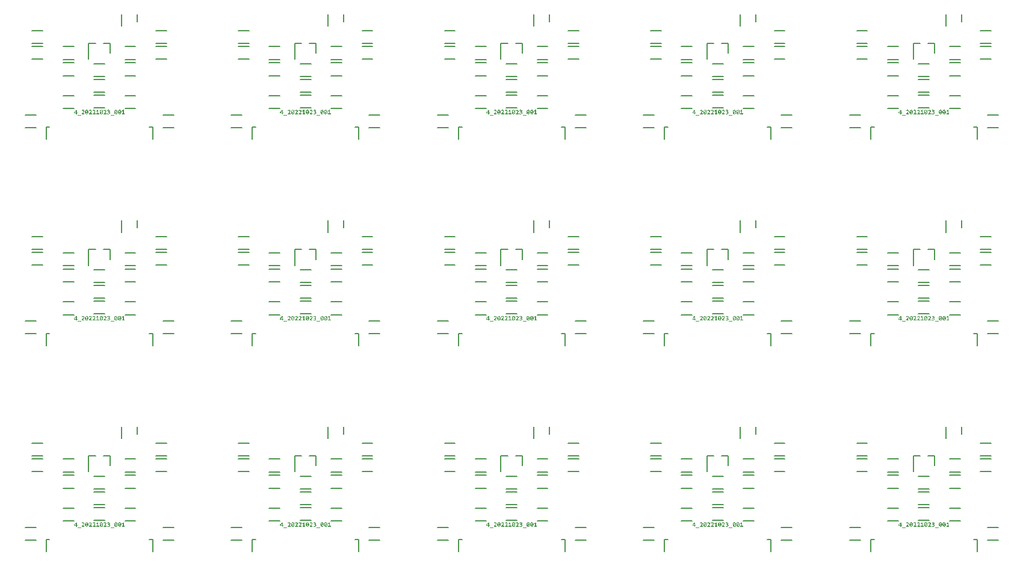
<source format=gto>
G04*
G04 #@! TF.GenerationSoftware,Altium Limited,Altium Designer,22.3.1 (43)*
G04*
G04 Layer_Color=65535*
%FSLAX43Y43*%
%MOMM*%
G71*
G04*
G04 #@! TF.SameCoordinates,A7882174-668A-4C85-9E38-10F84BEF39C3*
G04*
G04*
G04 #@! TF.FilePolarity,Positive*
G04*
G01*
G75*
%ADD24C,0.200*%
G36*
X140292Y77597D02*
X140297D01*
X140303Y77597D01*
X140309Y77596D01*
X140322Y77595D01*
X140337Y77593D01*
X140351Y77591D01*
X140366Y77587D01*
X140366D01*
X140367Y77587D01*
X140369Y77586D01*
X140372Y77585D01*
X140375Y77584D01*
X140379Y77583D01*
X140387Y77579D01*
X140397Y77575D01*
X140408Y77570D01*
X140418Y77564D01*
X140428Y77557D01*
X140428D01*
X140429Y77556D01*
X140432Y77554D01*
X140437Y77549D01*
X140442Y77544D01*
X140448Y77537D01*
X140455Y77529D01*
X140461Y77520D01*
X140466Y77510D01*
Y77509D01*
X140467Y77509D01*
X140467Y77507D01*
X140468Y77505D01*
X140469Y77502D01*
X140470Y77499D01*
X140473Y77492D01*
X140475Y77482D01*
X140477Y77472D01*
X140479Y77460D01*
X140479Y77447D01*
Y77447D01*
Y77445D01*
Y77442D01*
X140479Y77438D01*
Y77434D01*
X140478Y77429D01*
X140477Y77423D01*
X140476Y77416D01*
X140473Y77402D01*
X140469Y77387D01*
X140466Y77380D01*
X140463Y77373D01*
X140458Y77366D01*
X140454Y77360D01*
X140453Y77359D01*
X140453Y77358D01*
X140451Y77356D01*
X140449Y77354D01*
X140447Y77351D01*
X140444Y77348D01*
X140440Y77344D01*
X140436Y77341D01*
X140431Y77336D01*
X140426Y77332D01*
X140420Y77328D01*
X140414Y77323D01*
X140400Y77315D01*
X140384Y77308D01*
X140386D01*
X140387Y77307D01*
X140389Y77307D01*
X140394Y77306D01*
X140402Y77304D01*
X140410Y77302D01*
X140419Y77299D01*
X140427Y77296D01*
X140437Y77292D01*
X140437D01*
X140438Y77291D01*
X140441Y77290D01*
X140445Y77287D01*
X140450Y77284D01*
X140456Y77280D01*
X140463Y77275D01*
X140470Y77270D01*
X140476Y77263D01*
X140477Y77262D01*
X140479Y77260D01*
X140482Y77256D01*
X140486Y77251D01*
X140490Y77246D01*
X140494Y77239D01*
X140499Y77231D01*
X140502Y77223D01*
X140503Y77222D01*
X140504Y77219D01*
X140505Y77214D01*
X140507Y77208D01*
X140508Y77201D01*
X140510Y77192D01*
X140511Y77182D01*
X140511Y77172D01*
Y77172D01*
Y77170D01*
Y77168D01*
Y77164D01*
X140511Y77161D01*
X140510Y77156D01*
X140510Y77151D01*
X140509Y77146D01*
X140507Y77133D01*
X140504Y77120D01*
X140500Y77106D01*
X140495Y77092D01*
Y77092D01*
X140494Y77091D01*
X140493Y77089D01*
X140491Y77086D01*
X140490Y77083D01*
X140487Y77080D01*
X140482Y77071D01*
X140475Y77062D01*
X140467Y77052D01*
X140456Y77041D01*
X140444Y77032D01*
X140444Y77031D01*
X140443Y77031D01*
X140441Y77029D01*
X140438Y77028D01*
X140435Y77026D01*
X140431Y77023D01*
X140426Y77021D01*
X140421Y77018D01*
X140415Y77015D01*
X140408Y77012D01*
X140401Y77008D01*
X140393Y77005D01*
X140386Y77002D01*
X140377Y76999D01*
X140358Y76994D01*
X140358D01*
X140356Y76993D01*
X140353Y76993D01*
X140349Y76992D01*
X140344Y76991D01*
X140338Y76990D01*
X140331Y76988D01*
X140324Y76987D01*
X140315Y76986D01*
X140306Y76985D01*
X140296Y76984D01*
X140285Y76983D01*
X140274Y76982D01*
X140262Y76981D01*
X140249Y76981D01*
X140227D01*
X140222Y76981D01*
X140216D01*
X140204Y76982D01*
X140201D01*
X140198Y76982D01*
X140188D01*
X140182Y76983D01*
X140170Y76984D01*
X140167D01*
X140164Y76984D01*
X140160D01*
X140155Y76985D01*
X140149Y76985D01*
X140137Y76986D01*
X140136D01*
X140134Y76987D01*
X140131D01*
X140127Y76987D01*
X140123Y76988D01*
X140118Y76988D01*
X140108Y76990D01*
Y77087D01*
X140110D01*
X140112Y77086D01*
X140114Y77086D01*
X140116Y77085D01*
X140119Y77085D01*
X140127Y77084D01*
X140137Y77082D01*
X140148Y77081D01*
X140160Y77079D01*
X140173Y77078D01*
X140174D01*
X140177Y77077D01*
X140183D01*
X140187Y77077D01*
X140191D01*
X140196Y77076D01*
X140207Y77076D01*
X140220Y77075D01*
X140233Y77075D01*
X140257D01*
X140261Y77075D01*
X140270Y77076D01*
X140280Y77076D01*
X140291Y77077D01*
X140303Y77079D01*
X140313Y77081D01*
X140314D01*
X140314Y77081D01*
X140316D01*
X140318Y77082D01*
X140323Y77083D01*
X140329Y77085D01*
X140336Y77088D01*
X140344Y77091D01*
X140351Y77095D01*
X140358Y77099D01*
X140359Y77099D01*
X140361Y77101D01*
X140364Y77103D01*
X140369Y77107D01*
X140373Y77112D01*
X140377Y77117D01*
X140381Y77122D01*
X140385Y77129D01*
X140385Y77130D01*
X140386Y77132D01*
X140387Y77135D01*
X140389Y77141D01*
X140391Y77147D01*
X140392Y77153D01*
X140393Y77161D01*
X140393Y77169D01*
Y77170D01*
Y77173D01*
X140393Y77176D01*
X140392Y77181D01*
X140391Y77186D01*
X140389Y77192D01*
X140387Y77198D01*
X140384Y77205D01*
X140384Y77205D01*
X140383Y77207D01*
X140381Y77210D01*
X140378Y77214D01*
X140374Y77218D01*
X140370Y77223D01*
X140364Y77227D01*
X140358Y77232D01*
X140357Y77233D01*
X140355Y77234D01*
X140351Y77236D01*
X140346Y77239D01*
X140339Y77241D01*
X140331Y77244D01*
X140322Y77247D01*
X140312Y77249D01*
X140312D01*
X140311Y77250D01*
X140310D01*
X140307Y77250D01*
X140305Y77251D01*
X140301Y77251D01*
X140294Y77253D01*
X140284Y77254D01*
X140273Y77255D01*
X140260Y77255D01*
X140247Y77256D01*
X140181D01*
Y77341D01*
X140250D01*
X140254Y77342D01*
X140262Y77342D01*
X140271Y77343D01*
X140281Y77344D01*
X140291Y77346D01*
X140300Y77348D01*
X140300D01*
X140301Y77348D01*
X140304Y77349D01*
X140308Y77351D01*
X140314Y77353D01*
X140320Y77355D01*
X140326Y77359D01*
X140332Y77363D01*
X140338Y77367D01*
X140338Y77367D01*
X140340Y77369D01*
X140343Y77371D01*
X140346Y77375D01*
X140349Y77379D01*
X140352Y77384D01*
X140355Y77389D01*
X140358Y77395D01*
X140358Y77396D01*
X140359Y77398D01*
X140360Y77401D01*
X140361Y77405D01*
X140362Y77410D01*
X140363Y77416D01*
X140364Y77423D01*
Y77429D01*
Y77430D01*
Y77431D01*
Y77433D01*
X140363Y77435D01*
Y77438D01*
X140363Y77442D01*
X140361Y77450D01*
X140358Y77459D01*
X140354Y77468D01*
X140348Y77477D01*
X140344Y77481D01*
X140340Y77484D01*
X140340D01*
X140339Y77485D01*
X140338Y77487D01*
X140336Y77488D01*
X140333Y77489D01*
X140330Y77491D01*
X140326Y77492D01*
X140322Y77494D01*
X140317Y77496D01*
X140312Y77498D01*
X140306Y77499D01*
X140299Y77501D01*
X140292Y77502D01*
X140284Y77503D01*
X140276Y77504D01*
X140257D01*
X140253Y77503D01*
X140249D01*
X140244Y77503D01*
X140233Y77502D01*
X140222Y77501D01*
X140209Y77499D01*
X140196Y77497D01*
X140195D01*
X140194Y77496D01*
X140192D01*
X140190Y77496D01*
X140187Y77495D01*
X140183Y77494D01*
X140179Y77493D01*
X140174Y77492D01*
X140163Y77489D01*
X140151Y77486D01*
X140138Y77482D01*
X140125Y77478D01*
Y77572D01*
X140126Y77573D01*
X140128Y77573D01*
X140132Y77575D01*
X140137Y77576D01*
X140143Y77578D01*
X140150Y77580D01*
X140164Y77584D01*
X140165D01*
X140167Y77585D01*
X140171Y77585D01*
X140176Y77586D01*
X140181Y77588D01*
X140188Y77589D01*
X140201Y77591D01*
X140202D01*
X140204Y77592D01*
X140209Y77592D01*
X140213Y77593D01*
X140219Y77594D01*
X140225Y77595D01*
X140239Y77596D01*
X140240D01*
X140243Y77597D01*
X140246D01*
X140251Y77597D01*
X140257D01*
X140264Y77598D01*
X140287D01*
X140292Y77597D01*
D02*
G37*
G36*
X111292D02*
X111297D01*
X111303Y77597D01*
X111309Y77596D01*
X111322Y77595D01*
X111337Y77593D01*
X111351Y77591D01*
X111366Y77587D01*
X111366D01*
X111367Y77587D01*
X111369Y77586D01*
X111372Y77585D01*
X111375Y77584D01*
X111379Y77583D01*
X111387Y77579D01*
X111397Y77575D01*
X111408Y77570D01*
X111418Y77564D01*
X111428Y77557D01*
X111428D01*
X111429Y77556D01*
X111432Y77554D01*
X111437Y77549D01*
X111442Y77544D01*
X111448Y77537D01*
X111455Y77529D01*
X111461Y77520D01*
X111466Y77510D01*
Y77509D01*
X111467Y77509D01*
X111467Y77507D01*
X111468Y77505D01*
X111469Y77502D01*
X111470Y77499D01*
X111473Y77492D01*
X111475Y77482D01*
X111477Y77472D01*
X111479Y77460D01*
X111479Y77447D01*
Y77447D01*
Y77445D01*
Y77442D01*
X111479Y77438D01*
Y77434D01*
X111478Y77429D01*
X111477Y77423D01*
X111476Y77416D01*
X111473Y77402D01*
X111469Y77387D01*
X111466Y77380D01*
X111463Y77373D01*
X111458Y77366D01*
X111454Y77360D01*
X111453Y77359D01*
X111453Y77358D01*
X111451Y77356D01*
X111449Y77354D01*
X111447Y77351D01*
X111444Y77348D01*
X111440Y77344D01*
X111436Y77341D01*
X111431Y77336D01*
X111426Y77332D01*
X111420Y77328D01*
X111414Y77323D01*
X111400Y77315D01*
X111384Y77308D01*
X111386D01*
X111387Y77307D01*
X111389Y77307D01*
X111394Y77306D01*
X111402Y77304D01*
X111410Y77302D01*
X111419Y77299D01*
X111427Y77296D01*
X111437Y77292D01*
X111437D01*
X111438Y77291D01*
X111441Y77290D01*
X111445Y77287D01*
X111450Y77284D01*
X111456Y77280D01*
X111463Y77275D01*
X111470Y77270D01*
X111476Y77263D01*
X111477Y77262D01*
X111479Y77260D01*
X111482Y77256D01*
X111486Y77251D01*
X111490Y77246D01*
X111494Y77239D01*
X111499Y77231D01*
X111502Y77223D01*
X111503Y77222D01*
X111504Y77219D01*
X111505Y77214D01*
X111507Y77208D01*
X111508Y77201D01*
X111510Y77192D01*
X111511Y77182D01*
X111511Y77172D01*
Y77172D01*
Y77170D01*
Y77168D01*
Y77164D01*
X111511Y77161D01*
X111510Y77156D01*
X111510Y77151D01*
X111509Y77146D01*
X111507Y77133D01*
X111504Y77120D01*
X111500Y77106D01*
X111495Y77092D01*
Y77092D01*
X111494Y77091D01*
X111493Y77089D01*
X111491Y77086D01*
X111490Y77083D01*
X111487Y77080D01*
X111482Y77071D01*
X111475Y77062D01*
X111467Y77052D01*
X111456Y77041D01*
X111444Y77032D01*
X111444Y77031D01*
X111443Y77031D01*
X111441Y77029D01*
X111438Y77028D01*
X111435Y77026D01*
X111431Y77023D01*
X111426Y77021D01*
X111421Y77018D01*
X111415Y77015D01*
X111408Y77012D01*
X111401Y77008D01*
X111393Y77005D01*
X111386Y77002D01*
X111377Y76999D01*
X111358Y76994D01*
X111358D01*
X111356Y76993D01*
X111353Y76993D01*
X111349Y76992D01*
X111344Y76991D01*
X111338Y76990D01*
X111331Y76988D01*
X111324Y76987D01*
X111315Y76986D01*
X111306Y76985D01*
X111296Y76984D01*
X111285Y76983D01*
X111274Y76982D01*
X111262Y76981D01*
X111249Y76981D01*
X111227D01*
X111222Y76981D01*
X111216D01*
X111204Y76982D01*
X111201D01*
X111198Y76982D01*
X111188D01*
X111182Y76983D01*
X111170Y76984D01*
X111167D01*
X111164Y76984D01*
X111160D01*
X111155Y76985D01*
X111149Y76985D01*
X111137Y76986D01*
X111136D01*
X111134Y76987D01*
X111131D01*
X111127Y76987D01*
X111123Y76988D01*
X111118Y76988D01*
X111108Y76990D01*
Y77087D01*
X111110D01*
X111112Y77086D01*
X111114Y77086D01*
X111116Y77085D01*
X111119Y77085D01*
X111127Y77084D01*
X111137Y77082D01*
X111148Y77081D01*
X111160Y77079D01*
X111173Y77078D01*
X111174D01*
X111177Y77077D01*
X111183D01*
X111187Y77077D01*
X111191D01*
X111196Y77076D01*
X111207Y77076D01*
X111220Y77075D01*
X111233Y77075D01*
X111257D01*
X111261Y77075D01*
X111270Y77076D01*
X111280Y77076D01*
X111291Y77077D01*
X111303Y77079D01*
X111313Y77081D01*
X111314D01*
X111314Y77081D01*
X111316D01*
X111318Y77082D01*
X111323Y77083D01*
X111329Y77085D01*
X111336Y77088D01*
X111344Y77091D01*
X111351Y77095D01*
X111358Y77099D01*
X111359Y77099D01*
X111361Y77101D01*
X111364Y77103D01*
X111369Y77107D01*
X111373Y77112D01*
X111377Y77117D01*
X111381Y77122D01*
X111385Y77129D01*
X111385Y77130D01*
X111386Y77132D01*
X111387Y77135D01*
X111389Y77141D01*
X111391Y77147D01*
X111392Y77153D01*
X111393Y77161D01*
X111393Y77169D01*
Y77170D01*
Y77173D01*
X111393Y77176D01*
X111392Y77181D01*
X111391Y77186D01*
X111389Y77192D01*
X111387Y77198D01*
X111384Y77205D01*
X111384Y77205D01*
X111383Y77207D01*
X111381Y77210D01*
X111378Y77214D01*
X111374Y77218D01*
X111370Y77223D01*
X111364Y77227D01*
X111358Y77232D01*
X111357Y77233D01*
X111355Y77234D01*
X111351Y77236D01*
X111346Y77239D01*
X111339Y77241D01*
X111331Y77244D01*
X111322Y77247D01*
X111312Y77249D01*
X111312D01*
X111311Y77250D01*
X111310D01*
X111307Y77250D01*
X111305Y77251D01*
X111301Y77251D01*
X111294Y77253D01*
X111284Y77254D01*
X111273Y77255D01*
X111260Y77255D01*
X111247Y77256D01*
X111181D01*
Y77341D01*
X111250D01*
X111254Y77342D01*
X111262Y77342D01*
X111271Y77343D01*
X111281Y77344D01*
X111291Y77346D01*
X111300Y77348D01*
X111300D01*
X111301Y77348D01*
X111304Y77349D01*
X111308Y77351D01*
X111314Y77353D01*
X111320Y77355D01*
X111326Y77359D01*
X111332Y77363D01*
X111338Y77367D01*
X111338Y77367D01*
X111340Y77369D01*
X111343Y77371D01*
X111346Y77375D01*
X111349Y77379D01*
X111352Y77384D01*
X111355Y77389D01*
X111358Y77395D01*
X111358Y77396D01*
X111359Y77398D01*
X111360Y77401D01*
X111361Y77405D01*
X111362Y77410D01*
X111363Y77416D01*
X111364Y77423D01*
Y77429D01*
Y77430D01*
Y77431D01*
Y77433D01*
X111363Y77435D01*
Y77438D01*
X111363Y77442D01*
X111361Y77450D01*
X111358Y77459D01*
X111354Y77468D01*
X111348Y77477D01*
X111344Y77481D01*
X111340Y77484D01*
X111340D01*
X111339Y77485D01*
X111338Y77487D01*
X111336Y77488D01*
X111333Y77489D01*
X111330Y77491D01*
X111326Y77492D01*
X111322Y77494D01*
X111317Y77496D01*
X111312Y77498D01*
X111306Y77499D01*
X111299Y77501D01*
X111292Y77502D01*
X111284Y77503D01*
X111276Y77504D01*
X111257D01*
X111253Y77503D01*
X111249D01*
X111244Y77503D01*
X111233Y77502D01*
X111222Y77501D01*
X111209Y77499D01*
X111196Y77497D01*
X111195D01*
X111194Y77496D01*
X111192D01*
X111190Y77496D01*
X111187Y77495D01*
X111183Y77494D01*
X111179Y77493D01*
X111174Y77492D01*
X111163Y77489D01*
X111151Y77486D01*
X111138Y77482D01*
X111125Y77478D01*
Y77572D01*
X111126Y77573D01*
X111128Y77573D01*
X111132Y77575D01*
X111137Y77576D01*
X111143Y77578D01*
X111150Y77580D01*
X111164Y77584D01*
X111165D01*
X111167Y77585D01*
X111171Y77585D01*
X111176Y77586D01*
X111181Y77588D01*
X111188Y77589D01*
X111201Y77591D01*
X111202D01*
X111204Y77592D01*
X111209Y77592D01*
X111213Y77593D01*
X111219Y77594D01*
X111225Y77595D01*
X111239Y77596D01*
X111240D01*
X111243Y77597D01*
X111246D01*
X111251Y77597D01*
X111257D01*
X111264Y77598D01*
X111287D01*
X111292Y77597D01*
D02*
G37*
G36*
X82292D02*
X82297D01*
X82303Y77597D01*
X82309Y77596D01*
X82322Y77595D01*
X82337Y77593D01*
X82351Y77591D01*
X82366Y77587D01*
X82366D01*
X82367Y77587D01*
X82369Y77586D01*
X82372Y77585D01*
X82375Y77584D01*
X82379Y77583D01*
X82387Y77579D01*
X82397Y77575D01*
X82408Y77570D01*
X82418Y77564D01*
X82428Y77557D01*
X82428D01*
X82429Y77556D01*
X82432Y77554D01*
X82437Y77549D01*
X82442Y77544D01*
X82448Y77537D01*
X82455Y77529D01*
X82461Y77520D01*
X82466Y77510D01*
Y77509D01*
X82467Y77509D01*
X82467Y77507D01*
X82468Y77505D01*
X82469Y77502D01*
X82470Y77499D01*
X82473Y77492D01*
X82475Y77482D01*
X82477Y77472D01*
X82479Y77460D01*
X82479Y77447D01*
Y77447D01*
Y77445D01*
Y77442D01*
X82479Y77438D01*
Y77434D01*
X82478Y77429D01*
X82477Y77423D01*
X82476Y77416D01*
X82473Y77402D01*
X82469Y77387D01*
X82466Y77380D01*
X82463Y77373D01*
X82458Y77366D01*
X82454Y77360D01*
X82453Y77359D01*
X82453Y77358D01*
X82451Y77356D01*
X82449Y77354D01*
X82447Y77351D01*
X82444Y77348D01*
X82440Y77344D01*
X82436Y77341D01*
X82431Y77336D01*
X82426Y77332D01*
X82420Y77328D01*
X82414Y77323D01*
X82400Y77315D01*
X82384Y77308D01*
X82386D01*
X82387Y77307D01*
X82389Y77307D01*
X82394Y77306D01*
X82402Y77304D01*
X82410Y77302D01*
X82419Y77299D01*
X82427Y77296D01*
X82437Y77292D01*
X82437D01*
X82438Y77291D01*
X82441Y77290D01*
X82445Y77287D01*
X82450Y77284D01*
X82456Y77280D01*
X82463Y77275D01*
X82470Y77270D01*
X82476Y77263D01*
X82477Y77262D01*
X82479Y77260D01*
X82482Y77256D01*
X82486Y77251D01*
X82490Y77246D01*
X82494Y77239D01*
X82499Y77231D01*
X82502Y77223D01*
X82503Y77222D01*
X82504Y77219D01*
X82505Y77214D01*
X82507Y77208D01*
X82508Y77201D01*
X82510Y77192D01*
X82511Y77182D01*
X82511Y77172D01*
Y77172D01*
Y77170D01*
Y77168D01*
Y77164D01*
X82511Y77161D01*
X82510Y77156D01*
X82510Y77151D01*
X82509Y77146D01*
X82507Y77133D01*
X82504Y77120D01*
X82500Y77106D01*
X82495Y77092D01*
Y77092D01*
X82494Y77091D01*
X82493Y77089D01*
X82491Y77086D01*
X82490Y77083D01*
X82487Y77080D01*
X82482Y77071D01*
X82475Y77062D01*
X82467Y77052D01*
X82456Y77041D01*
X82444Y77032D01*
X82444Y77031D01*
X82443Y77031D01*
X82441Y77029D01*
X82438Y77028D01*
X82435Y77026D01*
X82431Y77023D01*
X82426Y77021D01*
X82421Y77018D01*
X82415Y77015D01*
X82408Y77012D01*
X82401Y77008D01*
X82393Y77005D01*
X82386Y77002D01*
X82377Y76999D01*
X82358Y76994D01*
X82358D01*
X82356Y76993D01*
X82353Y76993D01*
X82349Y76992D01*
X82344Y76991D01*
X82338Y76990D01*
X82331Y76988D01*
X82324Y76987D01*
X82315Y76986D01*
X82306Y76985D01*
X82296Y76984D01*
X82285Y76983D01*
X82274Y76982D01*
X82262Y76981D01*
X82249Y76981D01*
X82227D01*
X82222Y76981D01*
X82216D01*
X82204Y76982D01*
X82201D01*
X82198Y76982D01*
X82188D01*
X82182Y76983D01*
X82170Y76984D01*
X82167D01*
X82164Y76984D01*
X82160D01*
X82155Y76985D01*
X82149Y76985D01*
X82137Y76986D01*
X82136D01*
X82134Y76987D01*
X82131D01*
X82127Y76987D01*
X82123Y76988D01*
X82118Y76988D01*
X82108Y76990D01*
Y77087D01*
X82110D01*
X82112Y77086D01*
X82114Y77086D01*
X82116Y77085D01*
X82119Y77085D01*
X82127Y77084D01*
X82137Y77082D01*
X82148Y77081D01*
X82160Y77079D01*
X82173Y77078D01*
X82174D01*
X82177Y77077D01*
X82183D01*
X82187Y77077D01*
X82191D01*
X82196Y77076D01*
X82207Y77076D01*
X82220Y77075D01*
X82233Y77075D01*
X82257D01*
X82261Y77075D01*
X82270Y77076D01*
X82280Y77076D01*
X82291Y77077D01*
X82303Y77079D01*
X82313Y77081D01*
X82314D01*
X82314Y77081D01*
X82316D01*
X82318Y77082D01*
X82323Y77083D01*
X82329Y77085D01*
X82336Y77088D01*
X82344Y77091D01*
X82351Y77095D01*
X82358Y77099D01*
X82359Y77099D01*
X82361Y77101D01*
X82364Y77103D01*
X82369Y77107D01*
X82373Y77112D01*
X82377Y77117D01*
X82381Y77122D01*
X82385Y77129D01*
X82385Y77130D01*
X82386Y77132D01*
X82387Y77135D01*
X82389Y77141D01*
X82391Y77147D01*
X82392Y77153D01*
X82393Y77161D01*
X82393Y77169D01*
Y77170D01*
Y77173D01*
X82393Y77176D01*
X82392Y77181D01*
X82391Y77186D01*
X82389Y77192D01*
X82387Y77198D01*
X82384Y77205D01*
X82384Y77205D01*
X82383Y77207D01*
X82381Y77210D01*
X82378Y77214D01*
X82374Y77218D01*
X82370Y77223D01*
X82364Y77227D01*
X82358Y77232D01*
X82357Y77233D01*
X82355Y77234D01*
X82351Y77236D01*
X82346Y77239D01*
X82339Y77241D01*
X82331Y77244D01*
X82322Y77247D01*
X82312Y77249D01*
X82312D01*
X82311Y77250D01*
X82310D01*
X82307Y77250D01*
X82305Y77251D01*
X82301Y77251D01*
X82294Y77253D01*
X82284Y77254D01*
X82273Y77255D01*
X82260Y77255D01*
X82247Y77256D01*
X82181D01*
Y77341D01*
X82250D01*
X82254Y77342D01*
X82262Y77342D01*
X82271Y77343D01*
X82281Y77344D01*
X82291Y77346D01*
X82300Y77348D01*
X82300D01*
X82301Y77348D01*
X82304Y77349D01*
X82308Y77351D01*
X82314Y77353D01*
X82320Y77355D01*
X82326Y77359D01*
X82332Y77363D01*
X82338Y77367D01*
X82338Y77367D01*
X82340Y77369D01*
X82343Y77371D01*
X82346Y77375D01*
X82349Y77379D01*
X82352Y77384D01*
X82355Y77389D01*
X82358Y77395D01*
X82358Y77396D01*
X82359Y77398D01*
X82360Y77401D01*
X82361Y77405D01*
X82362Y77410D01*
X82363Y77416D01*
X82364Y77423D01*
Y77429D01*
Y77430D01*
Y77431D01*
Y77433D01*
X82363Y77435D01*
Y77438D01*
X82363Y77442D01*
X82361Y77450D01*
X82358Y77459D01*
X82354Y77468D01*
X82348Y77477D01*
X82344Y77481D01*
X82340Y77484D01*
X82340D01*
X82339Y77485D01*
X82338Y77487D01*
X82336Y77488D01*
X82333Y77489D01*
X82330Y77491D01*
X82326Y77492D01*
X82322Y77494D01*
X82317Y77496D01*
X82312Y77498D01*
X82306Y77499D01*
X82299Y77501D01*
X82292Y77502D01*
X82284Y77503D01*
X82276Y77504D01*
X82257D01*
X82253Y77503D01*
X82249D01*
X82244Y77503D01*
X82233Y77502D01*
X82222Y77501D01*
X82209Y77499D01*
X82196Y77497D01*
X82195D01*
X82194Y77496D01*
X82192D01*
X82190Y77496D01*
X82187Y77495D01*
X82183Y77494D01*
X82179Y77493D01*
X82174Y77492D01*
X82163Y77489D01*
X82151Y77486D01*
X82138Y77482D01*
X82125Y77478D01*
Y77572D01*
X82126Y77573D01*
X82128Y77573D01*
X82132Y77575D01*
X82137Y77576D01*
X82143Y77578D01*
X82150Y77580D01*
X82164Y77584D01*
X82165D01*
X82167Y77585D01*
X82171Y77585D01*
X82176Y77586D01*
X82181Y77588D01*
X82188Y77589D01*
X82201Y77591D01*
X82202D01*
X82204Y77592D01*
X82209Y77592D01*
X82213Y77593D01*
X82219Y77594D01*
X82225Y77595D01*
X82239Y77596D01*
X82240D01*
X82243Y77597D01*
X82246D01*
X82251Y77597D01*
X82257D01*
X82264Y77598D01*
X82287D01*
X82292Y77597D01*
D02*
G37*
G36*
X53292D02*
X53297D01*
X53303Y77597D01*
X53309Y77596D01*
X53322Y77595D01*
X53337Y77593D01*
X53351Y77591D01*
X53366Y77587D01*
X53366D01*
X53367Y77587D01*
X53369Y77586D01*
X53372Y77585D01*
X53375Y77584D01*
X53379Y77583D01*
X53387Y77579D01*
X53397Y77575D01*
X53408Y77570D01*
X53418Y77564D01*
X53428Y77557D01*
X53429D01*
X53429Y77556D01*
X53432Y77554D01*
X53437Y77549D01*
X53442Y77544D01*
X53448Y77537D01*
X53455Y77529D01*
X53461Y77520D01*
X53466Y77510D01*
Y77509D01*
X53467Y77509D01*
X53467Y77507D01*
X53468Y77505D01*
X53469Y77502D01*
X53470Y77499D01*
X53473Y77492D01*
X53475Y77482D01*
X53477Y77472D01*
X53479Y77460D01*
X53479Y77447D01*
Y77447D01*
Y77445D01*
Y77442D01*
X53479Y77438D01*
Y77434D01*
X53478Y77429D01*
X53477Y77423D01*
X53476Y77416D01*
X53473Y77402D01*
X53469Y77387D01*
X53466Y77380D01*
X53463Y77373D01*
X53458Y77366D01*
X53454Y77360D01*
X53453Y77359D01*
X53453Y77358D01*
X53451Y77356D01*
X53449Y77354D01*
X53447Y77351D01*
X53444Y77348D01*
X53440Y77344D01*
X53436Y77341D01*
X53431Y77336D01*
X53426Y77332D01*
X53420Y77328D01*
X53414Y77323D01*
X53400Y77315D01*
X53384Y77308D01*
X53386D01*
X53387Y77307D01*
X53389Y77307D01*
X53394Y77306D01*
X53402Y77304D01*
X53410Y77302D01*
X53419Y77299D01*
X53427Y77296D01*
X53437Y77292D01*
X53437D01*
X53438Y77291D01*
X53441Y77290D01*
X53445Y77287D01*
X53450Y77284D01*
X53456Y77280D01*
X53463Y77275D01*
X53470Y77270D01*
X53476Y77263D01*
X53477Y77262D01*
X53479Y77260D01*
X53482Y77256D01*
X53486Y77251D01*
X53490Y77246D01*
X53494Y77239D01*
X53499Y77231D01*
X53502Y77223D01*
X53503Y77222D01*
X53504Y77219D01*
X53505Y77214D01*
X53507Y77208D01*
X53508Y77201D01*
X53510Y77192D01*
X53511Y77182D01*
X53511Y77172D01*
Y77172D01*
Y77170D01*
Y77168D01*
Y77164D01*
X53511Y77161D01*
X53510Y77156D01*
X53510Y77151D01*
X53509Y77146D01*
X53507Y77133D01*
X53504Y77120D01*
X53500Y77106D01*
X53495Y77092D01*
Y77092D01*
X53494Y77091D01*
X53493Y77089D01*
X53491Y77086D01*
X53490Y77083D01*
X53487Y77080D01*
X53482Y77071D01*
X53475Y77062D01*
X53467Y77052D01*
X53456Y77041D01*
X53444Y77032D01*
X53444Y77031D01*
X53443Y77031D01*
X53441Y77029D01*
X53438Y77028D01*
X53435Y77026D01*
X53431Y77023D01*
X53426Y77021D01*
X53421Y77018D01*
X53415Y77015D01*
X53408Y77012D01*
X53401Y77008D01*
X53393Y77005D01*
X53386Y77002D01*
X53377Y76999D01*
X53358Y76994D01*
X53358D01*
X53356Y76993D01*
X53353Y76993D01*
X53349Y76992D01*
X53344Y76991D01*
X53338Y76990D01*
X53331Y76988D01*
X53324Y76987D01*
X53315Y76986D01*
X53306Y76985D01*
X53296Y76984D01*
X53285Y76983D01*
X53274Y76982D01*
X53262Y76981D01*
X53249Y76981D01*
X53227D01*
X53222Y76981D01*
X53216D01*
X53204Y76982D01*
X53201D01*
X53198Y76982D01*
X53188D01*
X53182Y76983D01*
X53170Y76984D01*
X53167D01*
X53164Y76984D01*
X53160D01*
X53155Y76985D01*
X53149Y76985D01*
X53137Y76986D01*
X53136D01*
X53134Y76987D01*
X53131D01*
X53127Y76987D01*
X53123Y76988D01*
X53118Y76988D01*
X53108Y76990D01*
Y77087D01*
X53110D01*
X53111Y77086D01*
X53114Y77086D01*
X53116Y77085D01*
X53119Y77085D01*
X53127Y77084D01*
X53137Y77082D01*
X53148Y77081D01*
X53160Y77079D01*
X53173Y77078D01*
X53174D01*
X53177Y77077D01*
X53183D01*
X53187Y77077D01*
X53191D01*
X53196Y77076D01*
X53207Y77076D01*
X53220Y77075D01*
X53233Y77075D01*
X53257D01*
X53261Y77075D01*
X53270Y77076D01*
X53280Y77076D01*
X53291Y77077D01*
X53303Y77079D01*
X53313Y77081D01*
X53314D01*
X53314Y77081D01*
X53316D01*
X53318Y77082D01*
X53323Y77083D01*
X53329Y77085D01*
X53336Y77088D01*
X53344Y77091D01*
X53351Y77095D01*
X53358Y77099D01*
X53359Y77099D01*
X53361Y77101D01*
X53364Y77103D01*
X53369Y77107D01*
X53373Y77112D01*
X53377Y77117D01*
X53381Y77122D01*
X53385Y77129D01*
X53385Y77130D01*
X53386Y77132D01*
X53387Y77135D01*
X53389Y77141D01*
X53391Y77147D01*
X53392Y77153D01*
X53393Y77161D01*
X53393Y77169D01*
Y77170D01*
Y77173D01*
X53393Y77176D01*
X53392Y77181D01*
X53391Y77186D01*
X53389Y77192D01*
X53387Y77198D01*
X53384Y77205D01*
X53384Y77205D01*
X53383Y77207D01*
X53381Y77210D01*
X53378Y77214D01*
X53374Y77218D01*
X53370Y77223D01*
X53364Y77227D01*
X53358Y77232D01*
X53357Y77233D01*
X53355Y77234D01*
X53351Y77236D01*
X53346Y77239D01*
X53339Y77241D01*
X53331Y77244D01*
X53322Y77247D01*
X53312Y77249D01*
X53312D01*
X53311Y77250D01*
X53310D01*
X53307Y77250D01*
X53305Y77251D01*
X53301Y77251D01*
X53294Y77253D01*
X53284Y77254D01*
X53273Y77255D01*
X53260Y77255D01*
X53247Y77256D01*
X53181D01*
Y77341D01*
X53250D01*
X53254Y77342D01*
X53262Y77342D01*
X53271Y77343D01*
X53281Y77344D01*
X53291Y77346D01*
X53300Y77348D01*
X53300D01*
X53301Y77348D01*
X53304Y77349D01*
X53308Y77351D01*
X53314Y77353D01*
X53320Y77355D01*
X53326Y77359D01*
X53332Y77363D01*
X53338Y77367D01*
X53338Y77367D01*
X53340Y77369D01*
X53343Y77371D01*
X53346Y77375D01*
X53349Y77379D01*
X53352Y77384D01*
X53355Y77389D01*
X53358Y77395D01*
X53358Y77396D01*
X53359Y77398D01*
X53360Y77401D01*
X53361Y77405D01*
X53362Y77410D01*
X53363Y77416D01*
X53364Y77423D01*
Y77429D01*
Y77430D01*
Y77431D01*
Y77433D01*
X53363Y77435D01*
Y77438D01*
X53363Y77442D01*
X53361Y77450D01*
X53358Y77459D01*
X53354Y77468D01*
X53348Y77477D01*
X53344Y77481D01*
X53340Y77484D01*
X53340D01*
X53339Y77485D01*
X53338Y77487D01*
X53336Y77488D01*
X53333Y77489D01*
X53330Y77491D01*
X53326Y77492D01*
X53322Y77494D01*
X53317Y77496D01*
X53312Y77498D01*
X53306Y77499D01*
X53299Y77501D01*
X53292Y77502D01*
X53284Y77503D01*
X53276Y77504D01*
X53257D01*
X53253Y77503D01*
X53249D01*
X53244Y77503D01*
X53233Y77502D01*
X53222Y77501D01*
X53209Y77499D01*
X53196Y77497D01*
X53195D01*
X53194Y77496D01*
X53192D01*
X53190Y77496D01*
X53187Y77495D01*
X53183Y77494D01*
X53179Y77493D01*
X53174Y77492D01*
X53163Y77489D01*
X53151Y77486D01*
X53138Y77482D01*
X53125Y77478D01*
Y77572D01*
X53126Y77573D01*
X53128Y77573D01*
X53132Y77575D01*
X53137Y77576D01*
X53143Y77578D01*
X53150Y77580D01*
X53164Y77584D01*
X53165D01*
X53167Y77585D01*
X53171Y77585D01*
X53176Y77586D01*
X53181Y77588D01*
X53188Y77589D01*
X53201Y77591D01*
X53202D01*
X53204Y77592D01*
X53209Y77592D01*
X53213Y77593D01*
X53219Y77594D01*
X53225Y77595D01*
X53239Y77596D01*
X53240D01*
X53243Y77597D01*
X53246D01*
X53251Y77597D01*
X53257D01*
X53264Y77598D01*
X53287D01*
X53292Y77597D01*
D02*
G37*
G36*
X24292D02*
X24297D01*
X24303Y77597D01*
X24309Y77596D01*
X24322Y77595D01*
X24337Y77593D01*
X24351Y77591D01*
X24365Y77587D01*
X24366D01*
X24367Y77587D01*
X24369Y77586D01*
X24372Y77585D01*
X24375Y77584D01*
X24379Y77583D01*
X24387Y77579D01*
X24397Y77575D01*
X24408Y77570D01*
X24418Y77564D01*
X24428Y77557D01*
X24428D01*
X24429Y77556D01*
X24432Y77554D01*
X24437Y77549D01*
X24442Y77544D01*
X24448Y77537D01*
X24455Y77529D01*
X24461Y77520D01*
X24466Y77510D01*
Y77509D01*
X24467Y77509D01*
X24467Y77507D01*
X24468Y77505D01*
X24469Y77502D01*
X24470Y77499D01*
X24473Y77492D01*
X24475Y77482D01*
X24477Y77472D01*
X24479Y77460D01*
X24479Y77447D01*
Y77447D01*
Y77445D01*
Y77442D01*
X24479Y77438D01*
Y77434D01*
X24478Y77429D01*
X24477Y77423D01*
X24476Y77416D01*
X24473Y77402D01*
X24469Y77387D01*
X24466Y77380D01*
X24463Y77373D01*
X24458Y77366D01*
X24454Y77360D01*
X24453Y77359D01*
X24453Y77358D01*
X24451Y77356D01*
X24449Y77354D01*
X24447Y77351D01*
X24444Y77348D01*
X24440Y77344D01*
X24436Y77341D01*
X24431Y77336D01*
X24426Y77332D01*
X24420Y77328D01*
X24414Y77323D01*
X24400Y77315D01*
X24384Y77308D01*
X24386D01*
X24387Y77307D01*
X24389Y77307D01*
X24394Y77306D01*
X24402Y77304D01*
X24410Y77302D01*
X24419Y77299D01*
X24427Y77296D01*
X24437Y77292D01*
X24437D01*
X24438Y77291D01*
X24441Y77290D01*
X24445Y77287D01*
X24450Y77284D01*
X24456Y77280D01*
X24463Y77275D01*
X24470Y77270D01*
X24476Y77263D01*
X24477Y77262D01*
X24479Y77260D01*
X24482Y77256D01*
X24486Y77251D01*
X24490Y77246D01*
X24494Y77239D01*
X24499Y77231D01*
X24502Y77223D01*
X24503Y77222D01*
X24504Y77219D01*
X24505Y77214D01*
X24507Y77208D01*
X24508Y77201D01*
X24510Y77192D01*
X24511Y77182D01*
X24511Y77172D01*
Y77172D01*
Y77170D01*
Y77168D01*
Y77164D01*
X24511Y77161D01*
X24510Y77156D01*
X24510Y77151D01*
X24509Y77146D01*
X24507Y77133D01*
X24504Y77120D01*
X24500Y77106D01*
X24495Y77092D01*
Y77092D01*
X24494Y77091D01*
X24493Y77089D01*
X24491Y77086D01*
X24490Y77083D01*
X24487Y77080D01*
X24482Y77071D01*
X24475Y77062D01*
X24467Y77052D01*
X24456Y77041D01*
X24444Y77032D01*
X24444Y77031D01*
X24443Y77031D01*
X24441Y77029D01*
X24438Y77028D01*
X24435Y77026D01*
X24431Y77023D01*
X24426Y77021D01*
X24421Y77018D01*
X24415Y77015D01*
X24408Y77012D01*
X24401Y77008D01*
X24393Y77005D01*
X24386Y77002D01*
X24377Y76999D01*
X24358Y76994D01*
X24358D01*
X24356Y76993D01*
X24353Y76993D01*
X24349Y76992D01*
X24344Y76991D01*
X24338Y76990D01*
X24331Y76988D01*
X24324Y76987D01*
X24315Y76986D01*
X24306Y76985D01*
X24296Y76984D01*
X24285Y76983D01*
X24274Y76982D01*
X24262Y76981D01*
X24249Y76981D01*
X24227D01*
X24222Y76981D01*
X24216D01*
X24204Y76982D01*
X24201D01*
X24198Y76982D01*
X24188D01*
X24182Y76983D01*
X24170Y76984D01*
X24167D01*
X24164Y76984D01*
X24160D01*
X24155Y76985D01*
X24149Y76985D01*
X24137Y76986D01*
X24136D01*
X24134Y76987D01*
X24131D01*
X24127Y76987D01*
X24123Y76988D01*
X24118Y76988D01*
X24108Y76990D01*
Y77087D01*
X24110D01*
X24111Y77086D01*
X24114Y77086D01*
X24116Y77085D01*
X24119Y77085D01*
X24127Y77084D01*
X24137Y77082D01*
X24148Y77081D01*
X24160Y77079D01*
X24173Y77078D01*
X24174D01*
X24177Y77077D01*
X24183D01*
X24187Y77077D01*
X24191D01*
X24196Y77076D01*
X24207Y77076D01*
X24220Y77075D01*
X24233Y77075D01*
X24257D01*
X24261Y77075D01*
X24270Y77076D01*
X24280Y77076D01*
X24291Y77077D01*
X24303Y77079D01*
X24313Y77081D01*
X24314D01*
X24314Y77081D01*
X24316D01*
X24318Y77082D01*
X24323Y77083D01*
X24329Y77085D01*
X24336Y77088D01*
X24344Y77091D01*
X24351Y77095D01*
X24358Y77099D01*
X24359Y77099D01*
X24361Y77101D01*
X24364Y77103D01*
X24369Y77107D01*
X24373Y77112D01*
X24377Y77117D01*
X24381Y77122D01*
X24385Y77129D01*
X24385Y77130D01*
X24386Y77132D01*
X24387Y77135D01*
X24389Y77141D01*
X24391Y77147D01*
X24392Y77153D01*
X24393Y77161D01*
X24393Y77169D01*
Y77170D01*
Y77173D01*
X24393Y77176D01*
X24392Y77181D01*
X24391Y77186D01*
X24389Y77192D01*
X24387Y77198D01*
X24384Y77205D01*
X24384Y77205D01*
X24383Y77207D01*
X24381Y77210D01*
X24378Y77214D01*
X24374Y77218D01*
X24370Y77223D01*
X24364Y77227D01*
X24358Y77232D01*
X24357Y77233D01*
X24355Y77234D01*
X24351Y77236D01*
X24346Y77239D01*
X24339Y77241D01*
X24331Y77244D01*
X24322Y77247D01*
X24312Y77249D01*
X24312D01*
X24311Y77250D01*
X24310D01*
X24307Y77250D01*
X24305Y77251D01*
X24302Y77251D01*
X24294Y77253D01*
X24284Y77254D01*
X24273Y77255D01*
X24260Y77255D01*
X24247Y77256D01*
X24181D01*
Y77341D01*
X24250D01*
X24254Y77342D01*
X24262Y77342D01*
X24271Y77343D01*
X24281Y77344D01*
X24291Y77346D01*
X24300Y77348D01*
X24300D01*
X24301Y77348D01*
X24304Y77349D01*
X24308Y77351D01*
X24314Y77353D01*
X24320Y77355D01*
X24326Y77359D01*
X24332Y77363D01*
X24338Y77367D01*
X24338Y77367D01*
X24340Y77369D01*
X24343Y77371D01*
X24346Y77375D01*
X24349Y77379D01*
X24352Y77384D01*
X24355Y77389D01*
X24358Y77395D01*
X24358Y77396D01*
X24359Y77398D01*
X24360Y77401D01*
X24361Y77405D01*
X24362Y77410D01*
X24363Y77416D01*
X24364Y77423D01*
Y77429D01*
Y77430D01*
Y77431D01*
Y77433D01*
X24363Y77435D01*
Y77438D01*
X24363Y77442D01*
X24361Y77450D01*
X24358Y77459D01*
X24354Y77468D01*
X24348Y77477D01*
X24344Y77481D01*
X24340Y77484D01*
X24340D01*
X24339Y77485D01*
X24338Y77487D01*
X24336Y77488D01*
X24333Y77489D01*
X24330Y77491D01*
X24326Y77492D01*
X24322Y77494D01*
X24317Y77496D01*
X24312Y77498D01*
X24306Y77499D01*
X24299Y77501D01*
X24292Y77502D01*
X24284Y77503D01*
X24276Y77504D01*
X24257D01*
X24253Y77503D01*
X24249D01*
X24244Y77503D01*
X24233Y77502D01*
X24222Y77501D01*
X24209Y77499D01*
X24196Y77497D01*
X24195D01*
X24194Y77496D01*
X24192D01*
X24190Y77496D01*
X24187Y77495D01*
X24183Y77494D01*
X24179Y77493D01*
X24174Y77492D01*
X24163Y77489D01*
X24151Y77486D01*
X24138Y77482D01*
X24125Y77478D01*
Y77572D01*
X24126Y77573D01*
X24128Y77573D01*
X24132Y77575D01*
X24137Y77576D01*
X24143Y77578D01*
X24150Y77580D01*
X24164Y77584D01*
X24165D01*
X24167Y77585D01*
X24171Y77585D01*
X24176Y77586D01*
X24181Y77588D01*
X24188Y77589D01*
X24201Y77591D01*
X24202D01*
X24204Y77592D01*
X24209Y77592D01*
X24213Y77593D01*
X24219Y77594D01*
X24225Y77595D01*
X24239Y77596D01*
X24240D01*
X24243Y77597D01*
X24246D01*
X24251Y77597D01*
X24257D01*
X24264Y77598D01*
X24287D01*
X24292Y77597D01*
D02*
G37*
G36*
X142442Y77089D02*
X142573D01*
Y76990D01*
X142175D01*
Y77089D01*
X142327D01*
Y77473D01*
X142195Y77400D01*
X142158Y77491D01*
X142348Y77592D01*
X142442D01*
Y77089D01*
D02*
G37*
G36*
X139790Y77597D02*
X139795D01*
X139800Y77597D01*
X139806Y77596D01*
X139818Y77595D01*
X139831Y77593D01*
X139845Y77590D01*
X139859Y77586D01*
X139859D01*
X139860Y77586D01*
X139862Y77585D01*
X139865Y77584D01*
X139868Y77583D01*
X139871Y77582D01*
X139880Y77578D01*
X139890Y77573D01*
X139900Y77567D01*
X139910Y77561D01*
X139920Y77553D01*
X139921D01*
X139921Y77552D01*
X139924Y77549D01*
X139929Y77544D01*
X139934Y77538D01*
X139941Y77530D01*
X139947Y77521D01*
X139954Y77510D01*
X139959Y77498D01*
Y77498D01*
X139960Y77497D01*
X139961Y77495D01*
X139961Y77493D01*
X139963Y77489D01*
X139964Y77485D01*
X139965Y77481D01*
X139966Y77476D01*
X139969Y77465D01*
X139971Y77452D01*
X139973Y77438D01*
X139973Y77423D01*
Y77422D01*
Y77421D01*
Y77419D01*
Y77416D01*
X139973Y77413D01*
Y77409D01*
X139972Y77401D01*
X139971Y77391D01*
X139969Y77379D01*
X139967Y77367D01*
X139964Y77355D01*
Y77355D01*
X139963Y77354D01*
X139963Y77352D01*
X139962Y77350D01*
X139961Y77347D01*
X139960Y77344D01*
X139957Y77337D01*
X139952Y77328D01*
X139948Y77317D01*
X139942Y77307D01*
X139936Y77296D01*
Y77295D01*
X139935Y77294D01*
X139934Y77292D01*
X139933Y77290D01*
X139931Y77288D01*
X139929Y77285D01*
X139923Y77277D01*
X139916Y77268D01*
X139909Y77258D01*
X139900Y77248D01*
X139891Y77237D01*
X139890Y77236D01*
X139890Y77235D01*
X139888Y77234D01*
X139886Y77231D01*
X139883Y77229D01*
X139880Y77226D01*
X139873Y77218D01*
X139864Y77209D01*
X139853Y77198D01*
X139842Y77187D01*
X139830Y77175D01*
X139743Y77093D01*
X139995D01*
Y76990D01*
X139589D01*
Y77072D01*
X139730Y77213D01*
X139731Y77214D01*
X139732Y77215D01*
X139734Y77217D01*
X139737Y77220D01*
X139740Y77223D01*
X139744Y77227D01*
X139753Y77237D01*
X139763Y77247D01*
X139774Y77259D01*
X139784Y77271D01*
X139794Y77282D01*
X139794Y77282D01*
X139795Y77283D01*
X139796Y77285D01*
X139798Y77287D01*
X139802Y77292D01*
X139807Y77299D01*
X139813Y77307D01*
X139819Y77316D01*
X139826Y77324D01*
X139831Y77333D01*
Y77334D01*
X139831Y77334D01*
X139833Y77337D01*
X139835Y77341D01*
X139838Y77347D01*
X139841Y77353D01*
X139843Y77361D01*
X139846Y77368D01*
X139848Y77375D01*
Y77376D01*
X139848Y77379D01*
X139849Y77382D01*
X139850Y77387D01*
X139851Y77394D01*
X139852Y77400D01*
X139852Y77407D01*
Y77415D01*
Y77416D01*
Y77418D01*
X139852Y77421D01*
Y77426D01*
X139851Y77431D01*
X139850Y77436D01*
X139849Y77442D01*
X139847Y77447D01*
Y77448D01*
X139846Y77450D01*
X139844Y77453D01*
X139843Y77457D01*
X139840Y77461D01*
X139838Y77465D01*
X139831Y77474D01*
X139830Y77474D01*
X139829Y77476D01*
X139827Y77478D01*
X139823Y77480D01*
X139819Y77483D01*
X139815Y77486D01*
X139809Y77489D01*
X139804Y77492D01*
X139803Y77492D01*
X139801Y77493D01*
X139798Y77494D01*
X139794Y77495D01*
X139788Y77497D01*
X139782Y77498D01*
X139775Y77498D01*
X139768Y77499D01*
X139761D01*
X139758Y77498D01*
X139755Y77498D01*
X139746Y77497D01*
X139736Y77495D01*
X139725Y77492D01*
X139714Y77488D01*
X139702Y77483D01*
X139702D01*
X139701Y77482D01*
X139699Y77481D01*
X139697Y77480D01*
X139694Y77479D01*
X139691Y77477D01*
X139684Y77472D01*
X139675Y77466D01*
X139665Y77460D01*
X139655Y77451D01*
X139645Y77442D01*
X139586Y77518D01*
X139587Y77519D01*
X139588Y77520D01*
X139590Y77522D01*
X139593Y77524D01*
X139597Y77527D01*
X139601Y77531D01*
X139606Y77535D01*
X139612Y77539D01*
X139618Y77543D01*
X139624Y77548D01*
X139640Y77558D01*
X139656Y77567D01*
X139674Y77576D01*
X139674Y77576D01*
X139676Y77577D01*
X139679Y77578D01*
X139682Y77579D01*
X139687Y77581D01*
X139692Y77583D01*
X139698Y77585D01*
X139705Y77587D01*
X139713Y77589D01*
X139721Y77591D01*
X139729Y77593D01*
X139739Y77594D01*
X139758Y77597D01*
X139769Y77598D01*
X139787D01*
X139790Y77597D01*
D02*
G37*
G36*
X138836Y77089D02*
X138967D01*
Y76990D01*
X138569D01*
Y77089D01*
X138722D01*
Y77473D01*
X138589Y77400D01*
X138552Y77491D01*
X138742Y77592D01*
X138836D01*
Y77089D01*
D02*
G37*
G36*
X138245Y77597D02*
X138250D01*
X138255Y77597D01*
X138260Y77596D01*
X138273Y77595D01*
X138286Y77593D01*
X138299Y77590D01*
X138313Y77586D01*
X138314D01*
X138315Y77586D01*
X138317Y77585D01*
X138319Y77584D01*
X138322Y77583D01*
X138326Y77582D01*
X138335Y77578D01*
X138344Y77573D01*
X138354Y77567D01*
X138364Y77561D01*
X138375Y77553D01*
X138375D01*
X138376Y77552D01*
X138379Y77549D01*
X138383Y77544D01*
X138389Y77538D01*
X138395Y77530D01*
X138402Y77521D01*
X138408Y77510D01*
X138414Y77498D01*
Y77498D01*
X138414Y77497D01*
X138415Y77495D01*
X138416Y77493D01*
X138417Y77489D01*
X138418Y77485D01*
X138419Y77481D01*
X138421Y77476D01*
X138423Y77465D01*
X138426Y77452D01*
X138427Y77438D01*
X138428Y77423D01*
Y77422D01*
Y77421D01*
Y77419D01*
Y77416D01*
X138427Y77413D01*
Y77409D01*
X138427Y77401D01*
X138425Y77391D01*
X138424Y77379D01*
X138421Y77367D01*
X138418Y77355D01*
Y77355D01*
X138418Y77354D01*
X138417Y77352D01*
X138417Y77350D01*
X138416Y77347D01*
X138414Y77344D01*
X138411Y77337D01*
X138407Y77328D01*
X138403Y77317D01*
X138397Y77307D01*
X138390Y77296D01*
Y77295D01*
X138389Y77294D01*
X138388Y77292D01*
X138387Y77290D01*
X138385Y77288D01*
X138383Y77285D01*
X138378Y77277D01*
X138371Y77268D01*
X138363Y77258D01*
X138355Y77248D01*
X138345Y77237D01*
X138345Y77236D01*
X138344Y77235D01*
X138343Y77234D01*
X138341Y77231D01*
X138338Y77229D01*
X138335Y77226D01*
X138327Y77218D01*
X138318Y77209D01*
X138308Y77198D01*
X138296Y77187D01*
X138284Y77175D01*
X138197Y77093D01*
X138449D01*
Y76990D01*
X138043D01*
Y77072D01*
X138185Y77213D01*
X138185Y77214D01*
X138186Y77215D01*
X138189Y77217D01*
X138191Y77220D01*
X138195Y77223D01*
X138198Y77227D01*
X138208Y77237D01*
X138218Y77247D01*
X138228Y77259D01*
X138239Y77271D01*
X138248Y77282D01*
X138249Y77282D01*
X138249Y77283D01*
X138251Y77285D01*
X138252Y77287D01*
X138257Y77292D01*
X138262Y77299D01*
X138268Y77307D01*
X138274Y77316D01*
X138280Y77324D01*
X138285Y77333D01*
Y77334D01*
X138286Y77334D01*
X138287Y77337D01*
X138290Y77341D01*
X138292Y77347D01*
X138295Y77353D01*
X138298Y77361D01*
X138300Y77368D01*
X138303Y77375D01*
Y77376D01*
X138303Y77379D01*
X138304Y77382D01*
X138305Y77387D01*
X138306Y77394D01*
X138307Y77400D01*
X138307Y77407D01*
Y77415D01*
Y77416D01*
Y77418D01*
X138307Y77421D01*
Y77426D01*
X138306Y77431D01*
X138305Y77436D01*
X138304Y77442D01*
X138301Y77447D01*
Y77448D01*
X138300Y77450D01*
X138299Y77453D01*
X138297Y77457D01*
X138295Y77461D01*
X138292Y77465D01*
X138285Y77474D01*
X138285Y77474D01*
X138283Y77476D01*
X138281Y77478D01*
X138278Y77480D01*
X138274Y77483D01*
X138270Y77486D01*
X138264Y77489D01*
X138258Y77492D01*
X138258Y77492D01*
X138256Y77493D01*
X138252Y77494D01*
X138248Y77495D01*
X138243Y77497D01*
X138236Y77498D01*
X138230Y77498D01*
X138222Y77499D01*
X138216D01*
X138213Y77498D01*
X138210Y77498D01*
X138201Y77497D01*
X138191Y77495D01*
X138180Y77492D01*
X138168Y77488D01*
X138157Y77483D01*
X138156D01*
X138155Y77482D01*
X138154Y77481D01*
X138152Y77480D01*
X138149Y77479D01*
X138146Y77477D01*
X138138Y77472D01*
X138130Y77466D01*
X138120Y77460D01*
X138110Y77451D01*
X138100Y77442D01*
X138041Y77518D01*
X138041Y77519D01*
X138042Y77520D01*
X138045Y77522D01*
X138048Y77524D01*
X138052Y77527D01*
X138056Y77531D01*
X138061Y77535D01*
X138066Y77539D01*
X138072Y77543D01*
X138079Y77548D01*
X138094Y77558D01*
X138110Y77567D01*
X138128Y77576D01*
X138129Y77576D01*
X138130Y77577D01*
X138133Y77578D01*
X138137Y77579D01*
X138141Y77581D01*
X138147Y77583D01*
X138153Y77585D01*
X138160Y77587D01*
X138167Y77589D01*
X138176Y77591D01*
X138184Y77593D01*
X138193Y77594D01*
X138213Y77597D01*
X138223Y77598D01*
X138242D01*
X138245Y77597D01*
D02*
G37*
G36*
X137730D02*
X137735D01*
X137740Y77597D01*
X137745Y77596D01*
X137757Y77595D01*
X137771Y77593D01*
X137784Y77590D01*
X137798Y77586D01*
X137799D01*
X137800Y77586D01*
X137802Y77585D01*
X137804Y77584D01*
X137807Y77583D01*
X137811Y77582D01*
X137819Y77578D01*
X137829Y77573D01*
X137839Y77567D01*
X137849Y77561D01*
X137860Y77553D01*
X137860D01*
X137861Y77552D01*
X137864Y77549D01*
X137868Y77544D01*
X137874Y77538D01*
X137880Y77530D01*
X137887Y77521D01*
X137893Y77510D01*
X137899Y77498D01*
Y77498D01*
X137899Y77497D01*
X137900Y77495D01*
X137901Y77493D01*
X137902Y77489D01*
X137903Y77485D01*
X137904Y77481D01*
X137906Y77476D01*
X137908Y77465D01*
X137911Y77452D01*
X137912Y77438D01*
X137913Y77423D01*
Y77422D01*
Y77421D01*
Y77419D01*
Y77416D01*
X137912Y77413D01*
Y77409D01*
X137912Y77401D01*
X137910Y77391D01*
X137909Y77379D01*
X137906Y77367D01*
X137903Y77355D01*
Y77355D01*
X137903Y77354D01*
X137902Y77352D01*
X137902Y77350D01*
X137901Y77347D01*
X137899Y77344D01*
X137896Y77337D01*
X137892Y77328D01*
X137887Y77317D01*
X137882Y77307D01*
X137875Y77296D01*
Y77295D01*
X137874Y77294D01*
X137873Y77292D01*
X137872Y77290D01*
X137870Y77288D01*
X137868Y77285D01*
X137863Y77277D01*
X137856Y77268D01*
X137848Y77258D01*
X137840Y77248D01*
X137830Y77237D01*
X137830Y77236D01*
X137829Y77235D01*
X137828Y77234D01*
X137826Y77231D01*
X137823Y77229D01*
X137820Y77226D01*
X137812Y77218D01*
X137803Y77209D01*
X137793Y77198D01*
X137781Y77187D01*
X137769Y77175D01*
X137682Y77093D01*
X137934D01*
Y76990D01*
X137528D01*
Y77072D01*
X137670Y77213D01*
X137670Y77214D01*
X137671Y77215D01*
X137674Y77217D01*
X137676Y77220D01*
X137680Y77223D01*
X137683Y77227D01*
X137692Y77237D01*
X137703Y77247D01*
X137713Y77259D01*
X137723Y77271D01*
X137733Y77282D01*
X137734Y77282D01*
X137734Y77283D01*
X137736Y77285D01*
X137737Y77287D01*
X137742Y77292D01*
X137747Y77299D01*
X137753Y77307D01*
X137759Y77316D01*
X137765Y77324D01*
X137770Y77333D01*
Y77334D01*
X137771Y77334D01*
X137772Y77337D01*
X137775Y77341D01*
X137777Y77347D01*
X137780Y77353D01*
X137783Y77361D01*
X137785Y77368D01*
X137787Y77375D01*
Y77376D01*
X137788Y77379D01*
X137789Y77382D01*
X137790Y77387D01*
X137790Y77394D01*
X137791Y77400D01*
X137792Y77407D01*
Y77415D01*
Y77416D01*
Y77418D01*
X137791Y77421D01*
Y77426D01*
X137790Y77431D01*
X137789Y77436D01*
X137788Y77442D01*
X137786Y77447D01*
Y77448D01*
X137785Y77450D01*
X137784Y77453D01*
X137782Y77457D01*
X137780Y77461D01*
X137777Y77465D01*
X137770Y77474D01*
X137770Y77474D01*
X137768Y77476D01*
X137766Y77478D01*
X137763Y77480D01*
X137759Y77483D01*
X137754Y77486D01*
X137749Y77489D01*
X137743Y77492D01*
X137743Y77492D01*
X137741Y77493D01*
X137737Y77494D01*
X137733Y77495D01*
X137727Y77497D01*
X137721Y77498D01*
X137715Y77498D01*
X137707Y77499D01*
X137701D01*
X137698Y77498D01*
X137694Y77498D01*
X137686Y77497D01*
X137676Y77495D01*
X137665Y77492D01*
X137653Y77488D01*
X137642Y77483D01*
X137641D01*
X137640Y77482D01*
X137639Y77481D01*
X137637Y77480D01*
X137634Y77479D01*
X137631Y77477D01*
X137623Y77472D01*
X137615Y77466D01*
X137605Y77460D01*
X137595Y77451D01*
X137585Y77442D01*
X137526Y77518D01*
X137526Y77519D01*
X137527Y77520D01*
X137530Y77522D01*
X137532Y77524D01*
X137536Y77527D01*
X137541Y77531D01*
X137546Y77535D01*
X137551Y77539D01*
X137557Y77543D01*
X137564Y77548D01*
X137579Y77558D01*
X137595Y77567D01*
X137613Y77576D01*
X137614Y77576D01*
X137615Y77577D01*
X137618Y77578D01*
X137622Y77579D01*
X137626Y77581D01*
X137631Y77583D01*
X137638Y77585D01*
X137645Y77587D01*
X137652Y77589D01*
X137660Y77591D01*
X137669Y77593D01*
X137678Y77594D01*
X137698Y77597D01*
X137708Y77598D01*
X137726D01*
X137730Y77597D01*
D02*
G37*
G36*
X136700D02*
X136704D01*
X136709Y77597D01*
X136715Y77596D01*
X136727Y77595D01*
X136740Y77593D01*
X136754Y77590D01*
X136768Y77586D01*
X136768D01*
X136769Y77586D01*
X136771Y77585D01*
X136774Y77584D01*
X136777Y77583D01*
X136781Y77582D01*
X136789Y77578D01*
X136799Y77573D01*
X136809Y77567D01*
X136819Y77561D01*
X136829Y77553D01*
X136830D01*
X136830Y77552D01*
X136833Y77549D01*
X136838Y77544D01*
X136844Y77538D01*
X136850Y77530D01*
X136857Y77521D01*
X136863Y77510D01*
X136868Y77498D01*
Y77498D01*
X136869Y77497D01*
X136870Y77495D01*
X136870Y77493D01*
X136872Y77489D01*
X136873Y77485D01*
X136874Y77481D01*
X136876Y77476D01*
X136878Y77465D01*
X136881Y77452D01*
X136882Y77438D01*
X136883Y77423D01*
Y77422D01*
Y77421D01*
Y77419D01*
Y77416D01*
X136882Y77413D01*
Y77409D01*
X136882Y77401D01*
X136880Y77391D01*
X136879Y77379D01*
X136876Y77367D01*
X136873Y77355D01*
Y77355D01*
X136872Y77354D01*
X136872Y77352D01*
X136871Y77350D01*
X136870Y77347D01*
X136869Y77344D01*
X136866Y77337D01*
X136862Y77328D01*
X136857Y77317D01*
X136852Y77307D01*
X136845Y77296D01*
Y77295D01*
X136844Y77294D01*
X136843Y77292D01*
X136842Y77290D01*
X136840Y77288D01*
X136838Y77285D01*
X136832Y77277D01*
X136826Y77268D01*
X136818Y77258D01*
X136810Y77248D01*
X136800Y77237D01*
X136799Y77236D01*
X136799Y77235D01*
X136797Y77234D01*
X136795Y77231D01*
X136793Y77229D01*
X136790Y77226D01*
X136782Y77218D01*
X136773Y77209D01*
X136763Y77198D01*
X136751Y77187D01*
X136739Y77175D01*
X136652Y77093D01*
X136904D01*
Y76990D01*
X136498D01*
Y77072D01*
X136639Y77213D01*
X136640Y77214D01*
X136641Y77215D01*
X136643Y77217D01*
X136646Y77220D01*
X136649Y77223D01*
X136653Y77227D01*
X136662Y77237D01*
X136672Y77247D01*
X136683Y77259D01*
X136693Y77271D01*
X136703Y77282D01*
X136703Y77282D01*
X136704Y77283D01*
X136705Y77285D01*
X136707Y77287D01*
X136711Y77292D01*
X136717Y77299D01*
X136723Y77307D01*
X136729Y77316D01*
X136735Y77324D01*
X136740Y77333D01*
Y77334D01*
X136740Y77334D01*
X136742Y77337D01*
X136744Y77341D01*
X136747Y77347D01*
X136750Y77353D01*
X136753Y77361D01*
X136755Y77368D01*
X136757Y77375D01*
Y77376D01*
X136758Y77379D01*
X136759Y77382D01*
X136760Y77387D01*
X136760Y77394D01*
X136761Y77400D01*
X136762Y77407D01*
Y77415D01*
Y77416D01*
Y77418D01*
X136761Y77421D01*
Y77426D01*
X136760Y77431D01*
X136759Y77436D01*
X136758Y77442D01*
X136756Y77447D01*
Y77448D01*
X136755Y77450D01*
X136754Y77453D01*
X136752Y77457D01*
X136750Y77461D01*
X136747Y77465D01*
X136740Y77474D01*
X136739Y77474D01*
X136738Y77476D01*
X136736Y77478D01*
X136733Y77480D01*
X136729Y77483D01*
X136724Y77486D01*
X136719Y77489D01*
X136713Y77492D01*
X136712Y77492D01*
X136710Y77493D01*
X136707Y77494D01*
X136703Y77495D01*
X136697Y77497D01*
X136691Y77498D01*
X136685Y77498D01*
X136677Y77499D01*
X136671D01*
X136668Y77498D01*
X136664Y77498D01*
X136656Y77497D01*
X136645Y77495D01*
X136635Y77492D01*
X136623Y77488D01*
X136611Y77483D01*
X136611D01*
X136610Y77482D01*
X136608Y77481D01*
X136606Y77480D01*
X136604Y77479D01*
X136601Y77477D01*
X136593Y77472D01*
X136584Y77466D01*
X136575Y77460D01*
X136565Y77451D01*
X136554Y77442D01*
X136496Y77518D01*
X136496Y77519D01*
X136497Y77520D01*
X136500Y77522D01*
X136502Y77524D01*
X136506Y77527D01*
X136510Y77531D01*
X136515Y77535D01*
X136521Y77539D01*
X136527Y77543D01*
X136534Y77548D01*
X136549Y77558D01*
X136565Y77567D01*
X136583Y77576D01*
X136583Y77576D01*
X136585Y77577D01*
X136588Y77578D01*
X136592Y77579D01*
X136596Y77581D01*
X136601Y77583D01*
X136607Y77585D01*
X136614Y77587D01*
X136622Y77589D01*
X136630Y77591D01*
X136639Y77593D01*
X136648Y77594D01*
X136668Y77597D01*
X136678Y77598D01*
X136696D01*
X136700Y77597D01*
D02*
G37*
G36*
X135814Y77210D02*
X135905D01*
Y77112D01*
X135814D01*
Y76990D01*
X135705D01*
Y77112D01*
X135427D01*
Y77207D01*
X135660Y77588D01*
X135814D01*
Y77210D01*
D02*
G37*
G36*
X113442Y77089D02*
X113573D01*
Y76990D01*
X113175D01*
Y77089D01*
X113327D01*
Y77473D01*
X113195Y77400D01*
X113158Y77491D01*
X113348Y77592D01*
X113442D01*
Y77089D01*
D02*
G37*
G36*
X110790Y77597D02*
X110795D01*
X110800Y77597D01*
X110806Y77596D01*
X110818Y77595D01*
X110831Y77593D01*
X110845Y77590D01*
X110859Y77586D01*
X110859D01*
X110860Y77586D01*
X110862Y77585D01*
X110865Y77584D01*
X110868Y77583D01*
X110871Y77582D01*
X110880Y77578D01*
X110890Y77573D01*
X110900Y77567D01*
X110910Y77561D01*
X110920Y77553D01*
X110921D01*
X110921Y77552D01*
X110924Y77549D01*
X110929Y77544D01*
X110934Y77538D01*
X110941Y77530D01*
X110947Y77521D01*
X110954Y77510D01*
X110959Y77498D01*
Y77498D01*
X110960Y77497D01*
X110961Y77495D01*
X110961Y77493D01*
X110963Y77489D01*
X110964Y77485D01*
X110965Y77481D01*
X110966Y77476D01*
X110969Y77465D01*
X110971Y77452D01*
X110973Y77438D01*
X110973Y77423D01*
Y77422D01*
Y77421D01*
Y77419D01*
Y77416D01*
X110973Y77413D01*
Y77409D01*
X110972Y77401D01*
X110971Y77391D01*
X110969Y77379D01*
X110967Y77367D01*
X110964Y77355D01*
Y77355D01*
X110963Y77354D01*
X110963Y77352D01*
X110962Y77350D01*
X110961Y77347D01*
X110960Y77344D01*
X110957Y77337D01*
X110952Y77328D01*
X110948Y77317D01*
X110942Y77307D01*
X110936Y77296D01*
Y77295D01*
X110935Y77294D01*
X110934Y77292D01*
X110933Y77290D01*
X110931Y77288D01*
X110929Y77285D01*
X110923Y77277D01*
X110916Y77268D01*
X110909Y77258D01*
X110900Y77248D01*
X110891Y77237D01*
X110890Y77236D01*
X110890Y77235D01*
X110888Y77234D01*
X110886Y77231D01*
X110883Y77229D01*
X110880Y77226D01*
X110873Y77218D01*
X110864Y77209D01*
X110853Y77198D01*
X110842Y77187D01*
X110830Y77175D01*
X110743Y77093D01*
X110995D01*
Y76990D01*
X110589D01*
Y77072D01*
X110730Y77213D01*
X110730Y77214D01*
X110732Y77215D01*
X110734Y77217D01*
X110737Y77220D01*
X110740Y77223D01*
X110744Y77227D01*
X110753Y77237D01*
X110763Y77247D01*
X110774Y77259D01*
X110784Y77271D01*
X110794Y77282D01*
X110794Y77282D01*
X110795Y77283D01*
X110796Y77285D01*
X110798Y77287D01*
X110802Y77292D01*
X110807Y77299D01*
X110813Y77307D01*
X110819Y77316D01*
X110826Y77324D01*
X110831Y77333D01*
Y77334D01*
X110831Y77334D01*
X110833Y77337D01*
X110835Y77341D01*
X110838Y77347D01*
X110841Y77353D01*
X110843Y77361D01*
X110846Y77368D01*
X110848Y77375D01*
Y77376D01*
X110848Y77379D01*
X110849Y77382D01*
X110850Y77387D01*
X110851Y77394D01*
X110852Y77400D01*
X110852Y77407D01*
Y77415D01*
Y77416D01*
Y77418D01*
X110852Y77421D01*
Y77426D01*
X110851Y77431D01*
X110850Y77436D01*
X110849Y77442D01*
X110847Y77447D01*
Y77448D01*
X110846Y77450D01*
X110844Y77453D01*
X110843Y77457D01*
X110840Y77461D01*
X110838Y77465D01*
X110831Y77474D01*
X110830Y77474D01*
X110829Y77476D01*
X110827Y77478D01*
X110823Y77480D01*
X110819Y77483D01*
X110815Y77486D01*
X110809Y77489D01*
X110804Y77492D01*
X110803Y77492D01*
X110801Y77493D01*
X110798Y77494D01*
X110794Y77495D01*
X110788Y77497D01*
X110782Y77498D01*
X110775Y77498D01*
X110768Y77499D01*
X110761D01*
X110758Y77498D01*
X110755Y77498D01*
X110746Y77497D01*
X110736Y77495D01*
X110725Y77492D01*
X110714Y77488D01*
X110702Y77483D01*
X110702D01*
X110701Y77482D01*
X110699Y77481D01*
X110697Y77480D01*
X110694Y77479D01*
X110691Y77477D01*
X110684Y77472D01*
X110675Y77466D01*
X110665Y77460D01*
X110655Y77451D01*
X110645Y77442D01*
X110586Y77518D01*
X110587Y77519D01*
X110588Y77520D01*
X110590Y77522D01*
X110593Y77524D01*
X110597Y77527D01*
X110601Y77531D01*
X110606Y77535D01*
X110612Y77539D01*
X110618Y77543D01*
X110624Y77548D01*
X110640Y77558D01*
X110656Y77567D01*
X110674Y77576D01*
X110674Y77576D01*
X110676Y77577D01*
X110679Y77578D01*
X110682Y77579D01*
X110687Y77581D01*
X110692Y77583D01*
X110698Y77585D01*
X110705Y77587D01*
X110713Y77589D01*
X110721Y77591D01*
X110729Y77593D01*
X110739Y77594D01*
X110758Y77597D01*
X110769Y77598D01*
X110787D01*
X110790Y77597D01*
D02*
G37*
G36*
X109836Y77089D02*
X109967D01*
Y76990D01*
X109569D01*
Y77089D01*
X109722D01*
Y77473D01*
X109589Y77400D01*
X109552Y77491D01*
X109742Y77592D01*
X109836D01*
Y77089D01*
D02*
G37*
G36*
X109245Y77597D02*
X109250D01*
X109255Y77597D01*
X109260Y77596D01*
X109273Y77595D01*
X109286Y77593D01*
X109299Y77590D01*
X109313Y77586D01*
X109314D01*
X109315Y77586D01*
X109317Y77585D01*
X109319Y77584D01*
X109322Y77583D01*
X109326Y77582D01*
X109335Y77578D01*
X109344Y77573D01*
X109354Y77567D01*
X109364Y77561D01*
X109375Y77553D01*
X109375D01*
X109376Y77552D01*
X109379Y77549D01*
X109383Y77544D01*
X109389Y77538D01*
X109395Y77530D01*
X109402Y77521D01*
X109408Y77510D01*
X109414Y77498D01*
Y77498D01*
X109414Y77497D01*
X109415Y77495D01*
X109416Y77493D01*
X109417Y77489D01*
X109418Y77485D01*
X109419Y77481D01*
X109421Y77476D01*
X109423Y77465D01*
X109426Y77452D01*
X109427Y77438D01*
X109428Y77423D01*
Y77422D01*
Y77421D01*
Y77419D01*
Y77416D01*
X109427Y77413D01*
Y77409D01*
X109427Y77401D01*
X109425Y77391D01*
X109424Y77379D01*
X109421Y77367D01*
X109418Y77355D01*
Y77355D01*
X109418Y77354D01*
X109417Y77352D01*
X109417Y77350D01*
X109416Y77347D01*
X109414Y77344D01*
X109411Y77337D01*
X109407Y77328D01*
X109403Y77317D01*
X109397Y77307D01*
X109390Y77296D01*
Y77295D01*
X109389Y77294D01*
X109388Y77292D01*
X109387Y77290D01*
X109385Y77288D01*
X109383Y77285D01*
X109378Y77277D01*
X109371Y77268D01*
X109363Y77258D01*
X109355Y77248D01*
X109345Y77237D01*
X109345Y77236D01*
X109344Y77235D01*
X109343Y77234D01*
X109341Y77231D01*
X109338Y77229D01*
X109335Y77226D01*
X109327Y77218D01*
X109318Y77209D01*
X109308Y77198D01*
X109296Y77187D01*
X109284Y77175D01*
X109197Y77093D01*
X109449D01*
Y76990D01*
X109043D01*
Y77072D01*
X109185Y77213D01*
X109185Y77214D01*
X109186Y77215D01*
X109189Y77217D01*
X109191Y77220D01*
X109195Y77223D01*
X109198Y77227D01*
X109208Y77237D01*
X109218Y77247D01*
X109228Y77259D01*
X109239Y77271D01*
X109248Y77282D01*
X109249Y77282D01*
X109249Y77283D01*
X109251Y77285D01*
X109252Y77287D01*
X109257Y77292D01*
X109262Y77299D01*
X109268Y77307D01*
X109274Y77316D01*
X109280Y77324D01*
X109285Y77333D01*
Y77334D01*
X109286Y77334D01*
X109287Y77337D01*
X109290Y77341D01*
X109292Y77347D01*
X109295Y77353D01*
X109298Y77361D01*
X109300Y77368D01*
X109303Y77375D01*
Y77376D01*
X109303Y77379D01*
X109304Y77382D01*
X109305Y77387D01*
X109306Y77394D01*
X109307Y77400D01*
X109307Y77407D01*
Y77415D01*
Y77416D01*
Y77418D01*
X109307Y77421D01*
Y77426D01*
X109306Y77431D01*
X109305Y77436D01*
X109304Y77442D01*
X109301Y77447D01*
Y77448D01*
X109300Y77450D01*
X109299Y77453D01*
X109297Y77457D01*
X109295Y77461D01*
X109292Y77465D01*
X109285Y77474D01*
X109285Y77474D01*
X109283Y77476D01*
X109281Y77478D01*
X109278Y77480D01*
X109274Y77483D01*
X109270Y77486D01*
X109264Y77489D01*
X109258Y77492D01*
X109258Y77492D01*
X109256Y77493D01*
X109252Y77494D01*
X109248Y77495D01*
X109243Y77497D01*
X109236Y77498D01*
X109230Y77498D01*
X109222Y77499D01*
X109216D01*
X109213Y77498D01*
X109210Y77498D01*
X109201Y77497D01*
X109191Y77495D01*
X109180Y77492D01*
X109168Y77488D01*
X109157Y77483D01*
X109156D01*
X109155Y77482D01*
X109154Y77481D01*
X109152Y77480D01*
X109149Y77479D01*
X109146Y77477D01*
X109138Y77472D01*
X109130Y77466D01*
X109120Y77460D01*
X109110Y77451D01*
X109100Y77442D01*
X109041Y77518D01*
X109041Y77519D01*
X109042Y77520D01*
X109045Y77522D01*
X109048Y77524D01*
X109052Y77527D01*
X109056Y77531D01*
X109061Y77535D01*
X109066Y77539D01*
X109072Y77543D01*
X109079Y77548D01*
X109094Y77558D01*
X109110Y77567D01*
X109128Y77576D01*
X109129Y77576D01*
X109130Y77577D01*
X109133Y77578D01*
X109137Y77579D01*
X109141Y77581D01*
X109147Y77583D01*
X109153Y77585D01*
X109160Y77587D01*
X109167Y77589D01*
X109176Y77591D01*
X109184Y77593D01*
X109193Y77594D01*
X109213Y77597D01*
X109223Y77598D01*
X109242D01*
X109245Y77597D01*
D02*
G37*
G36*
X108730D02*
X108735D01*
X108740Y77597D01*
X108745Y77596D01*
X108757Y77595D01*
X108771Y77593D01*
X108784Y77590D01*
X108798Y77586D01*
X108799D01*
X108800Y77586D01*
X108802Y77585D01*
X108804Y77584D01*
X108807Y77583D01*
X108811Y77582D01*
X108819Y77578D01*
X108829Y77573D01*
X108839Y77567D01*
X108849Y77561D01*
X108860Y77553D01*
X108860D01*
X108861Y77552D01*
X108864Y77549D01*
X108868Y77544D01*
X108874Y77538D01*
X108880Y77530D01*
X108887Y77521D01*
X108893Y77510D01*
X108899Y77498D01*
Y77498D01*
X108899Y77497D01*
X108900Y77495D01*
X108901Y77493D01*
X108902Y77489D01*
X108903Y77485D01*
X108904Y77481D01*
X108906Y77476D01*
X108908Y77465D01*
X108911Y77452D01*
X108912Y77438D01*
X108913Y77423D01*
Y77422D01*
Y77421D01*
Y77419D01*
Y77416D01*
X108912Y77413D01*
Y77409D01*
X108912Y77401D01*
X108910Y77391D01*
X108909Y77379D01*
X108906Y77367D01*
X108903Y77355D01*
Y77355D01*
X108903Y77354D01*
X108902Y77352D01*
X108902Y77350D01*
X108901Y77347D01*
X108899Y77344D01*
X108896Y77337D01*
X108892Y77328D01*
X108887Y77317D01*
X108882Y77307D01*
X108875Y77296D01*
Y77295D01*
X108874Y77294D01*
X108873Y77292D01*
X108872Y77290D01*
X108870Y77288D01*
X108868Y77285D01*
X108863Y77277D01*
X108856Y77268D01*
X108848Y77258D01*
X108840Y77248D01*
X108830Y77237D01*
X108830Y77236D01*
X108829Y77235D01*
X108828Y77234D01*
X108826Y77231D01*
X108823Y77229D01*
X108820Y77226D01*
X108812Y77218D01*
X108803Y77209D01*
X108793Y77198D01*
X108781Y77187D01*
X108769Y77175D01*
X108682Y77093D01*
X108934D01*
Y76990D01*
X108528D01*
Y77072D01*
X108670Y77213D01*
X108670Y77214D01*
X108671Y77215D01*
X108674Y77217D01*
X108676Y77220D01*
X108680Y77223D01*
X108683Y77227D01*
X108692Y77237D01*
X108703Y77247D01*
X108713Y77259D01*
X108723Y77271D01*
X108733Y77282D01*
X108734Y77282D01*
X108734Y77283D01*
X108736Y77285D01*
X108737Y77287D01*
X108742Y77292D01*
X108747Y77299D01*
X108753Y77307D01*
X108759Y77316D01*
X108765Y77324D01*
X108770Y77333D01*
Y77334D01*
X108771Y77334D01*
X108772Y77337D01*
X108775Y77341D01*
X108777Y77347D01*
X108780Y77353D01*
X108783Y77361D01*
X108785Y77368D01*
X108787Y77375D01*
Y77376D01*
X108788Y77379D01*
X108789Y77382D01*
X108790Y77387D01*
X108790Y77394D01*
X108791Y77400D01*
X108792Y77407D01*
Y77415D01*
Y77416D01*
Y77418D01*
X108791Y77421D01*
Y77426D01*
X108790Y77431D01*
X108789Y77436D01*
X108788Y77442D01*
X108786Y77447D01*
Y77448D01*
X108785Y77450D01*
X108784Y77453D01*
X108782Y77457D01*
X108780Y77461D01*
X108777Y77465D01*
X108770Y77474D01*
X108770Y77474D01*
X108768Y77476D01*
X108766Y77478D01*
X108763Y77480D01*
X108759Y77483D01*
X108754Y77486D01*
X108749Y77489D01*
X108743Y77492D01*
X108743Y77492D01*
X108741Y77493D01*
X108737Y77494D01*
X108733Y77495D01*
X108727Y77497D01*
X108721Y77498D01*
X108715Y77498D01*
X108707Y77499D01*
X108701D01*
X108698Y77498D01*
X108694Y77498D01*
X108686Y77497D01*
X108676Y77495D01*
X108665Y77492D01*
X108653Y77488D01*
X108642Y77483D01*
X108641D01*
X108640Y77482D01*
X108639Y77481D01*
X108637Y77480D01*
X108634Y77479D01*
X108631Y77477D01*
X108623Y77472D01*
X108615Y77466D01*
X108605Y77460D01*
X108595Y77451D01*
X108585Y77442D01*
X108526Y77518D01*
X108526Y77519D01*
X108527Y77520D01*
X108530Y77522D01*
X108532Y77524D01*
X108536Y77527D01*
X108541Y77531D01*
X108546Y77535D01*
X108551Y77539D01*
X108557Y77543D01*
X108564Y77548D01*
X108579Y77558D01*
X108595Y77567D01*
X108613Y77576D01*
X108614Y77576D01*
X108615Y77577D01*
X108618Y77578D01*
X108622Y77579D01*
X108626Y77581D01*
X108631Y77583D01*
X108638Y77585D01*
X108645Y77587D01*
X108652Y77589D01*
X108660Y77591D01*
X108669Y77593D01*
X108678Y77594D01*
X108698Y77597D01*
X108708Y77598D01*
X108726D01*
X108730Y77597D01*
D02*
G37*
G36*
X107700D02*
X107704D01*
X107709Y77597D01*
X107715Y77596D01*
X107727Y77595D01*
X107740Y77593D01*
X107754Y77590D01*
X107768Y77586D01*
X107768D01*
X107769Y77586D01*
X107771Y77585D01*
X107774Y77584D01*
X107777Y77583D01*
X107781Y77582D01*
X107789Y77578D01*
X107799Y77573D01*
X107809Y77567D01*
X107819Y77561D01*
X107829Y77553D01*
X107830D01*
X107830Y77552D01*
X107833Y77549D01*
X107838Y77544D01*
X107844Y77538D01*
X107850Y77530D01*
X107857Y77521D01*
X107863Y77510D01*
X107868Y77498D01*
Y77498D01*
X107869Y77497D01*
X107870Y77495D01*
X107870Y77493D01*
X107872Y77489D01*
X107873Y77485D01*
X107874Y77481D01*
X107876Y77476D01*
X107878Y77465D01*
X107881Y77452D01*
X107882Y77438D01*
X107883Y77423D01*
Y77422D01*
Y77421D01*
Y77419D01*
Y77416D01*
X107882Y77413D01*
Y77409D01*
X107882Y77401D01*
X107880Y77391D01*
X107879Y77379D01*
X107876Y77367D01*
X107873Y77355D01*
Y77355D01*
X107872Y77354D01*
X107872Y77352D01*
X107871Y77350D01*
X107870Y77347D01*
X107869Y77344D01*
X107866Y77337D01*
X107862Y77328D01*
X107857Y77317D01*
X107852Y77307D01*
X107845Y77296D01*
Y77295D01*
X107844Y77294D01*
X107843Y77292D01*
X107842Y77290D01*
X107840Y77288D01*
X107838Y77285D01*
X107832Y77277D01*
X107826Y77268D01*
X107818Y77258D01*
X107810Y77248D01*
X107800Y77237D01*
X107799Y77236D01*
X107799Y77235D01*
X107797Y77234D01*
X107795Y77231D01*
X107793Y77229D01*
X107790Y77226D01*
X107782Y77218D01*
X107773Y77209D01*
X107763Y77198D01*
X107751Y77187D01*
X107739Y77175D01*
X107652Y77093D01*
X107904D01*
Y76990D01*
X107498D01*
Y77072D01*
X107639Y77213D01*
X107640Y77214D01*
X107641Y77215D01*
X107643Y77217D01*
X107646Y77220D01*
X107649Y77223D01*
X107653Y77227D01*
X107662Y77237D01*
X107672Y77247D01*
X107683Y77259D01*
X107693Y77271D01*
X107703Y77282D01*
X107703Y77282D01*
X107704Y77283D01*
X107705Y77285D01*
X107707Y77287D01*
X107711Y77292D01*
X107717Y77299D01*
X107723Y77307D01*
X107729Y77316D01*
X107735Y77324D01*
X107740Y77333D01*
Y77334D01*
X107740Y77334D01*
X107742Y77337D01*
X107744Y77341D01*
X107747Y77347D01*
X107750Y77353D01*
X107753Y77361D01*
X107755Y77368D01*
X107757Y77375D01*
Y77376D01*
X107758Y77379D01*
X107759Y77382D01*
X107760Y77387D01*
X107760Y77394D01*
X107761Y77400D01*
X107762Y77407D01*
Y77415D01*
Y77416D01*
Y77418D01*
X107761Y77421D01*
Y77426D01*
X107760Y77431D01*
X107759Y77436D01*
X107758Y77442D01*
X107756Y77447D01*
Y77448D01*
X107755Y77450D01*
X107754Y77453D01*
X107752Y77457D01*
X107750Y77461D01*
X107747Y77465D01*
X107740Y77474D01*
X107739Y77474D01*
X107738Y77476D01*
X107736Y77478D01*
X107733Y77480D01*
X107729Y77483D01*
X107724Y77486D01*
X107719Y77489D01*
X107713Y77492D01*
X107712Y77492D01*
X107710Y77493D01*
X107707Y77494D01*
X107703Y77495D01*
X107697Y77497D01*
X107691Y77498D01*
X107685Y77498D01*
X107677Y77499D01*
X107671D01*
X107668Y77498D01*
X107664Y77498D01*
X107656Y77497D01*
X107645Y77495D01*
X107635Y77492D01*
X107623Y77488D01*
X107611Y77483D01*
X107611D01*
X107610Y77482D01*
X107608Y77481D01*
X107606Y77480D01*
X107604Y77479D01*
X107601Y77477D01*
X107593Y77472D01*
X107584Y77466D01*
X107575Y77460D01*
X107565Y77451D01*
X107554Y77442D01*
X107496Y77518D01*
X107496Y77519D01*
X107497Y77520D01*
X107500Y77522D01*
X107502Y77524D01*
X107506Y77527D01*
X107510Y77531D01*
X107515Y77535D01*
X107521Y77539D01*
X107527Y77543D01*
X107534Y77548D01*
X107549Y77558D01*
X107565Y77567D01*
X107583Y77576D01*
X107583Y77576D01*
X107585Y77577D01*
X107588Y77578D01*
X107592Y77579D01*
X107596Y77581D01*
X107601Y77583D01*
X107607Y77585D01*
X107614Y77587D01*
X107622Y77589D01*
X107630Y77591D01*
X107639Y77593D01*
X107648Y77594D01*
X107668Y77597D01*
X107678Y77598D01*
X107696D01*
X107700Y77597D01*
D02*
G37*
G36*
X106814Y77210D02*
X106905D01*
Y77112D01*
X106814D01*
Y76990D01*
X106705D01*
Y77112D01*
X106427D01*
Y77207D01*
X106660Y77588D01*
X106814D01*
Y77210D01*
D02*
G37*
G36*
X84442Y77089D02*
X84573D01*
Y76990D01*
X84175D01*
Y77089D01*
X84327D01*
Y77473D01*
X84195Y77400D01*
X84158Y77491D01*
X84348Y77592D01*
X84442D01*
Y77089D01*
D02*
G37*
G36*
X81790Y77597D02*
X81795D01*
X81800Y77597D01*
X81806Y77596D01*
X81818Y77595D01*
X81831Y77593D01*
X81845Y77590D01*
X81859Y77586D01*
X81859D01*
X81860Y77586D01*
X81862Y77585D01*
X81865Y77584D01*
X81868Y77583D01*
X81871Y77582D01*
X81880Y77578D01*
X81890Y77573D01*
X81900Y77567D01*
X81910Y77561D01*
X81920Y77553D01*
X81921D01*
X81921Y77552D01*
X81924Y77549D01*
X81929Y77544D01*
X81934Y77538D01*
X81941Y77530D01*
X81947Y77521D01*
X81954Y77510D01*
X81959Y77498D01*
Y77498D01*
X81960Y77497D01*
X81961Y77495D01*
X81961Y77493D01*
X81963Y77489D01*
X81964Y77485D01*
X81965Y77481D01*
X81966Y77476D01*
X81969Y77465D01*
X81971Y77452D01*
X81973Y77438D01*
X81973Y77423D01*
Y77422D01*
Y77421D01*
Y77419D01*
Y77416D01*
X81973Y77413D01*
Y77409D01*
X81972Y77401D01*
X81971Y77391D01*
X81969Y77379D01*
X81967Y77367D01*
X81964Y77355D01*
Y77355D01*
X81963Y77354D01*
X81963Y77352D01*
X81962Y77350D01*
X81961Y77347D01*
X81960Y77344D01*
X81957Y77337D01*
X81952Y77328D01*
X81948Y77317D01*
X81942Y77307D01*
X81936Y77296D01*
Y77295D01*
X81935Y77294D01*
X81934Y77292D01*
X81933Y77290D01*
X81931Y77288D01*
X81929Y77285D01*
X81923Y77277D01*
X81916Y77268D01*
X81909Y77258D01*
X81900Y77248D01*
X81891Y77237D01*
X81890Y77236D01*
X81890Y77235D01*
X81888Y77234D01*
X81886Y77231D01*
X81883Y77229D01*
X81880Y77226D01*
X81873Y77218D01*
X81864Y77209D01*
X81853Y77198D01*
X81842Y77187D01*
X81830Y77175D01*
X81743Y77093D01*
X81995D01*
Y76990D01*
X81589D01*
Y77072D01*
X81730Y77213D01*
X81730Y77214D01*
X81732Y77215D01*
X81734Y77217D01*
X81737Y77220D01*
X81740Y77223D01*
X81744Y77227D01*
X81753Y77237D01*
X81763Y77247D01*
X81774Y77259D01*
X81784Y77271D01*
X81794Y77282D01*
X81794Y77282D01*
X81795Y77283D01*
X81796Y77285D01*
X81798Y77287D01*
X81802Y77292D01*
X81807Y77299D01*
X81813Y77307D01*
X81819Y77316D01*
X81826Y77324D01*
X81831Y77333D01*
Y77334D01*
X81831Y77334D01*
X81833Y77337D01*
X81835Y77341D01*
X81838Y77347D01*
X81841Y77353D01*
X81843Y77361D01*
X81846Y77368D01*
X81848Y77375D01*
Y77376D01*
X81848Y77379D01*
X81849Y77382D01*
X81850Y77387D01*
X81851Y77394D01*
X81852Y77400D01*
X81852Y77407D01*
Y77415D01*
Y77416D01*
Y77418D01*
X81852Y77421D01*
Y77426D01*
X81851Y77431D01*
X81850Y77436D01*
X81849Y77442D01*
X81847Y77447D01*
Y77448D01*
X81846Y77450D01*
X81844Y77453D01*
X81843Y77457D01*
X81840Y77461D01*
X81838Y77465D01*
X81831Y77474D01*
X81830Y77474D01*
X81829Y77476D01*
X81827Y77478D01*
X81823Y77480D01*
X81819Y77483D01*
X81815Y77486D01*
X81809Y77489D01*
X81804Y77492D01*
X81803Y77492D01*
X81801Y77493D01*
X81798Y77494D01*
X81794Y77495D01*
X81788Y77497D01*
X81782Y77498D01*
X81775Y77498D01*
X81768Y77499D01*
X81761D01*
X81758Y77498D01*
X81755Y77498D01*
X81746Y77497D01*
X81736Y77495D01*
X81725Y77492D01*
X81714Y77488D01*
X81702Y77483D01*
X81702D01*
X81701Y77482D01*
X81699Y77481D01*
X81697Y77480D01*
X81694Y77479D01*
X81691Y77477D01*
X81684Y77472D01*
X81675Y77466D01*
X81665Y77460D01*
X81655Y77451D01*
X81645Y77442D01*
X81586Y77518D01*
X81587Y77519D01*
X81588Y77520D01*
X81590Y77522D01*
X81593Y77524D01*
X81597Y77527D01*
X81601Y77531D01*
X81606Y77535D01*
X81612Y77539D01*
X81618Y77543D01*
X81624Y77548D01*
X81640Y77558D01*
X81656Y77567D01*
X81674Y77576D01*
X81674Y77576D01*
X81676Y77577D01*
X81679Y77578D01*
X81682Y77579D01*
X81687Y77581D01*
X81692Y77583D01*
X81698Y77585D01*
X81705Y77587D01*
X81713Y77589D01*
X81721Y77591D01*
X81729Y77593D01*
X81739Y77594D01*
X81758Y77597D01*
X81769Y77598D01*
X81787D01*
X81790Y77597D01*
D02*
G37*
G36*
X80836Y77089D02*
X80967D01*
Y76990D01*
X80569D01*
Y77089D01*
X80722D01*
Y77473D01*
X80589Y77400D01*
X80552Y77491D01*
X80742Y77592D01*
X80836D01*
Y77089D01*
D02*
G37*
G36*
X80245Y77597D02*
X80250D01*
X80255Y77597D01*
X80260Y77596D01*
X80273Y77595D01*
X80286Y77593D01*
X80299Y77590D01*
X80313Y77586D01*
X80314D01*
X80315Y77586D01*
X80317Y77585D01*
X80319Y77584D01*
X80322Y77583D01*
X80326Y77582D01*
X80335Y77578D01*
X80344Y77573D01*
X80354Y77567D01*
X80364Y77561D01*
X80375Y77553D01*
X80375D01*
X80376Y77552D01*
X80379Y77549D01*
X80383Y77544D01*
X80389Y77538D01*
X80395Y77530D01*
X80402Y77521D01*
X80408Y77510D01*
X80414Y77498D01*
Y77498D01*
X80414Y77497D01*
X80415Y77495D01*
X80416Y77493D01*
X80417Y77489D01*
X80418Y77485D01*
X80419Y77481D01*
X80421Y77476D01*
X80423Y77465D01*
X80426Y77452D01*
X80427Y77438D01*
X80428Y77423D01*
Y77422D01*
Y77421D01*
Y77419D01*
Y77416D01*
X80427Y77413D01*
Y77409D01*
X80427Y77401D01*
X80425Y77391D01*
X80424Y77379D01*
X80421Y77367D01*
X80418Y77355D01*
Y77355D01*
X80418Y77354D01*
X80417Y77352D01*
X80417Y77350D01*
X80416Y77347D01*
X80414Y77344D01*
X80411Y77337D01*
X80407Y77328D01*
X80403Y77317D01*
X80397Y77307D01*
X80390Y77296D01*
Y77295D01*
X80389Y77294D01*
X80388Y77292D01*
X80387Y77290D01*
X80385Y77288D01*
X80383Y77285D01*
X80378Y77277D01*
X80371Y77268D01*
X80363Y77258D01*
X80355Y77248D01*
X80345Y77237D01*
X80345Y77236D01*
X80344Y77235D01*
X80343Y77234D01*
X80341Y77231D01*
X80338Y77229D01*
X80335Y77226D01*
X80327Y77218D01*
X80318Y77209D01*
X80308Y77198D01*
X80296Y77187D01*
X80284Y77175D01*
X80197Y77093D01*
X80449D01*
Y76990D01*
X80043D01*
Y77072D01*
X80185Y77213D01*
X80185Y77214D01*
X80186Y77215D01*
X80189Y77217D01*
X80191Y77220D01*
X80195Y77223D01*
X80198Y77227D01*
X80208Y77237D01*
X80218Y77247D01*
X80228Y77259D01*
X80239Y77271D01*
X80248Y77282D01*
X80249Y77282D01*
X80249Y77283D01*
X80251Y77285D01*
X80252Y77287D01*
X80257Y77292D01*
X80262Y77299D01*
X80268Y77307D01*
X80274Y77316D01*
X80280Y77324D01*
X80285Y77333D01*
Y77334D01*
X80286Y77334D01*
X80287Y77337D01*
X80290Y77341D01*
X80292Y77347D01*
X80295Y77353D01*
X80298Y77361D01*
X80300Y77368D01*
X80303Y77375D01*
Y77376D01*
X80303Y77379D01*
X80304Y77382D01*
X80305Y77387D01*
X80306Y77394D01*
X80307Y77400D01*
X80307Y77407D01*
Y77415D01*
Y77416D01*
Y77418D01*
X80307Y77421D01*
Y77426D01*
X80306Y77431D01*
X80305Y77436D01*
X80304Y77442D01*
X80301Y77447D01*
Y77448D01*
X80300Y77450D01*
X80299Y77453D01*
X80297Y77457D01*
X80295Y77461D01*
X80292Y77465D01*
X80285Y77474D01*
X80285Y77474D01*
X80283Y77476D01*
X80281Y77478D01*
X80278Y77480D01*
X80274Y77483D01*
X80270Y77486D01*
X80264Y77489D01*
X80258Y77492D01*
X80258Y77492D01*
X80256Y77493D01*
X80252Y77494D01*
X80248Y77495D01*
X80243Y77497D01*
X80236Y77498D01*
X80230Y77498D01*
X80222Y77499D01*
X80216D01*
X80213Y77498D01*
X80210Y77498D01*
X80201Y77497D01*
X80191Y77495D01*
X80180Y77492D01*
X80168Y77488D01*
X80157Y77483D01*
X80156D01*
X80155Y77482D01*
X80154Y77481D01*
X80152Y77480D01*
X80149Y77479D01*
X80146Y77477D01*
X80138Y77472D01*
X80130Y77466D01*
X80120Y77460D01*
X80110Y77451D01*
X80100Y77442D01*
X80041Y77518D01*
X80041Y77519D01*
X80042Y77520D01*
X80045Y77522D01*
X80048Y77524D01*
X80052Y77527D01*
X80056Y77531D01*
X80061Y77535D01*
X80066Y77539D01*
X80072Y77543D01*
X80079Y77548D01*
X80094Y77558D01*
X80110Y77567D01*
X80128Y77576D01*
X80129Y77576D01*
X80130Y77577D01*
X80133Y77578D01*
X80137Y77579D01*
X80141Y77581D01*
X80147Y77583D01*
X80153Y77585D01*
X80160Y77587D01*
X80167Y77589D01*
X80176Y77591D01*
X80184Y77593D01*
X80193Y77594D01*
X80213Y77597D01*
X80223Y77598D01*
X80242D01*
X80245Y77597D01*
D02*
G37*
G36*
X79730D02*
X79735D01*
X79740Y77597D01*
X79745Y77596D01*
X79757Y77595D01*
X79771Y77593D01*
X79784Y77590D01*
X79798Y77586D01*
X79799D01*
X79800Y77586D01*
X79802Y77585D01*
X79804Y77584D01*
X79807Y77583D01*
X79811Y77582D01*
X79819Y77578D01*
X79829Y77573D01*
X79839Y77567D01*
X79849Y77561D01*
X79860Y77553D01*
X79860D01*
X79861Y77552D01*
X79864Y77549D01*
X79868Y77544D01*
X79874Y77538D01*
X79880Y77530D01*
X79887Y77521D01*
X79893Y77510D01*
X79899Y77498D01*
Y77498D01*
X79899Y77497D01*
X79900Y77495D01*
X79901Y77493D01*
X79902Y77489D01*
X79903Y77485D01*
X79904Y77481D01*
X79906Y77476D01*
X79908Y77465D01*
X79911Y77452D01*
X79912Y77438D01*
X79913Y77423D01*
Y77422D01*
Y77421D01*
Y77419D01*
Y77416D01*
X79912Y77413D01*
Y77409D01*
X79912Y77401D01*
X79910Y77391D01*
X79909Y77379D01*
X79906Y77367D01*
X79903Y77355D01*
Y77355D01*
X79903Y77354D01*
X79902Y77352D01*
X79902Y77350D01*
X79901Y77347D01*
X79899Y77344D01*
X79896Y77337D01*
X79892Y77328D01*
X79887Y77317D01*
X79882Y77307D01*
X79875Y77296D01*
Y77295D01*
X79874Y77294D01*
X79873Y77292D01*
X79872Y77290D01*
X79870Y77288D01*
X79868Y77285D01*
X79863Y77277D01*
X79856Y77268D01*
X79848Y77258D01*
X79840Y77248D01*
X79830Y77237D01*
X79830Y77236D01*
X79829Y77235D01*
X79828Y77234D01*
X79826Y77231D01*
X79823Y77229D01*
X79820Y77226D01*
X79812Y77218D01*
X79803Y77209D01*
X79793Y77198D01*
X79781Y77187D01*
X79769Y77175D01*
X79682Y77093D01*
X79934D01*
Y76990D01*
X79528D01*
Y77072D01*
X79670Y77213D01*
X79670Y77214D01*
X79671Y77215D01*
X79674Y77217D01*
X79676Y77220D01*
X79680Y77223D01*
X79683Y77227D01*
X79692Y77237D01*
X79703Y77247D01*
X79713Y77259D01*
X79723Y77271D01*
X79733Y77282D01*
X79734Y77282D01*
X79734Y77283D01*
X79736Y77285D01*
X79737Y77287D01*
X79742Y77292D01*
X79747Y77299D01*
X79753Y77307D01*
X79759Y77316D01*
X79765Y77324D01*
X79770Y77333D01*
Y77334D01*
X79771Y77334D01*
X79772Y77337D01*
X79775Y77341D01*
X79777Y77347D01*
X79780Y77353D01*
X79783Y77361D01*
X79785Y77368D01*
X79787Y77375D01*
Y77376D01*
X79788Y77379D01*
X79789Y77382D01*
X79790Y77387D01*
X79790Y77394D01*
X79791Y77400D01*
X79792Y77407D01*
Y77415D01*
Y77416D01*
Y77418D01*
X79791Y77421D01*
Y77426D01*
X79790Y77431D01*
X79789Y77436D01*
X79788Y77442D01*
X79786Y77447D01*
Y77448D01*
X79785Y77450D01*
X79784Y77453D01*
X79782Y77457D01*
X79780Y77461D01*
X79777Y77465D01*
X79770Y77474D01*
X79770Y77474D01*
X79768Y77476D01*
X79766Y77478D01*
X79763Y77480D01*
X79759Y77483D01*
X79754Y77486D01*
X79749Y77489D01*
X79743Y77492D01*
X79743Y77492D01*
X79741Y77493D01*
X79737Y77494D01*
X79733Y77495D01*
X79727Y77497D01*
X79721Y77498D01*
X79715Y77498D01*
X79707Y77499D01*
X79701D01*
X79698Y77498D01*
X79694Y77498D01*
X79686Y77497D01*
X79676Y77495D01*
X79665Y77492D01*
X79653Y77488D01*
X79642Y77483D01*
X79641D01*
X79640Y77482D01*
X79639Y77481D01*
X79637Y77480D01*
X79634Y77479D01*
X79631Y77477D01*
X79623Y77472D01*
X79615Y77466D01*
X79605Y77460D01*
X79595Y77451D01*
X79585Y77442D01*
X79526Y77518D01*
X79526Y77519D01*
X79527Y77520D01*
X79530Y77522D01*
X79532Y77524D01*
X79536Y77527D01*
X79541Y77531D01*
X79546Y77535D01*
X79551Y77539D01*
X79557Y77543D01*
X79564Y77548D01*
X79579Y77558D01*
X79595Y77567D01*
X79613Y77576D01*
X79614Y77576D01*
X79615Y77577D01*
X79618Y77578D01*
X79622Y77579D01*
X79626Y77581D01*
X79631Y77583D01*
X79638Y77585D01*
X79645Y77587D01*
X79652Y77589D01*
X79660Y77591D01*
X79669Y77593D01*
X79678Y77594D01*
X79698Y77597D01*
X79708Y77598D01*
X79726D01*
X79730Y77597D01*
D02*
G37*
G36*
X78700D02*
X78704D01*
X78709Y77597D01*
X78715Y77596D01*
X78727Y77595D01*
X78740Y77593D01*
X78754Y77590D01*
X78768Y77586D01*
X78768D01*
X78769Y77586D01*
X78771Y77585D01*
X78774Y77584D01*
X78777Y77583D01*
X78781Y77582D01*
X78789Y77578D01*
X78799Y77573D01*
X78809Y77567D01*
X78819Y77561D01*
X78829Y77553D01*
X78830D01*
X78830Y77552D01*
X78833Y77549D01*
X78838Y77544D01*
X78844Y77538D01*
X78850Y77530D01*
X78857Y77521D01*
X78863Y77510D01*
X78868Y77498D01*
Y77498D01*
X78869Y77497D01*
X78870Y77495D01*
X78870Y77493D01*
X78872Y77489D01*
X78873Y77485D01*
X78874Y77481D01*
X78876Y77476D01*
X78878Y77465D01*
X78881Y77452D01*
X78882Y77438D01*
X78883Y77423D01*
Y77422D01*
Y77421D01*
Y77419D01*
Y77416D01*
X78882Y77413D01*
Y77409D01*
X78882Y77401D01*
X78880Y77391D01*
X78879Y77379D01*
X78876Y77367D01*
X78873Y77355D01*
Y77355D01*
X78872Y77354D01*
X78872Y77352D01*
X78871Y77350D01*
X78870Y77347D01*
X78869Y77344D01*
X78866Y77337D01*
X78862Y77328D01*
X78857Y77317D01*
X78852Y77307D01*
X78845Y77296D01*
Y77295D01*
X78844Y77294D01*
X78843Y77292D01*
X78842Y77290D01*
X78840Y77288D01*
X78838Y77285D01*
X78832Y77277D01*
X78826Y77268D01*
X78818Y77258D01*
X78810Y77248D01*
X78800Y77237D01*
X78799Y77236D01*
X78799Y77235D01*
X78797Y77234D01*
X78795Y77231D01*
X78793Y77229D01*
X78790Y77226D01*
X78782Y77218D01*
X78773Y77209D01*
X78763Y77198D01*
X78751Y77187D01*
X78739Y77175D01*
X78652Y77093D01*
X78904D01*
Y76990D01*
X78498D01*
Y77072D01*
X78639Y77213D01*
X78640Y77214D01*
X78641Y77215D01*
X78643Y77217D01*
X78646Y77220D01*
X78649Y77223D01*
X78653Y77227D01*
X78662Y77237D01*
X78672Y77247D01*
X78683Y77259D01*
X78693Y77271D01*
X78703Y77282D01*
X78703Y77282D01*
X78704Y77283D01*
X78705Y77285D01*
X78707Y77287D01*
X78711Y77292D01*
X78717Y77299D01*
X78723Y77307D01*
X78729Y77316D01*
X78735Y77324D01*
X78740Y77333D01*
Y77334D01*
X78740Y77334D01*
X78742Y77337D01*
X78744Y77341D01*
X78747Y77347D01*
X78750Y77353D01*
X78753Y77361D01*
X78755Y77368D01*
X78757Y77375D01*
Y77376D01*
X78758Y77379D01*
X78759Y77382D01*
X78760Y77387D01*
X78760Y77394D01*
X78761Y77400D01*
X78762Y77407D01*
Y77415D01*
Y77416D01*
Y77418D01*
X78761Y77421D01*
Y77426D01*
X78760Y77431D01*
X78759Y77436D01*
X78758Y77442D01*
X78756Y77447D01*
Y77448D01*
X78755Y77450D01*
X78754Y77453D01*
X78752Y77457D01*
X78750Y77461D01*
X78747Y77465D01*
X78740Y77474D01*
X78739Y77474D01*
X78738Y77476D01*
X78736Y77478D01*
X78733Y77480D01*
X78729Y77483D01*
X78724Y77486D01*
X78719Y77489D01*
X78713Y77492D01*
X78712Y77492D01*
X78710Y77493D01*
X78707Y77494D01*
X78703Y77495D01*
X78697Y77497D01*
X78691Y77498D01*
X78685Y77498D01*
X78677Y77499D01*
X78671D01*
X78668Y77498D01*
X78664Y77498D01*
X78656Y77497D01*
X78645Y77495D01*
X78635Y77492D01*
X78623Y77488D01*
X78611Y77483D01*
X78611D01*
X78610Y77482D01*
X78608Y77481D01*
X78606Y77480D01*
X78604Y77479D01*
X78601Y77477D01*
X78593Y77472D01*
X78584Y77466D01*
X78575Y77460D01*
X78565Y77451D01*
X78554Y77442D01*
X78496Y77518D01*
X78496Y77519D01*
X78497Y77520D01*
X78500Y77522D01*
X78502Y77524D01*
X78506Y77527D01*
X78510Y77531D01*
X78515Y77535D01*
X78521Y77539D01*
X78527Y77543D01*
X78534Y77548D01*
X78549Y77558D01*
X78565Y77567D01*
X78583Y77576D01*
X78583Y77576D01*
X78585Y77577D01*
X78588Y77578D01*
X78592Y77579D01*
X78596Y77581D01*
X78601Y77583D01*
X78607Y77585D01*
X78614Y77587D01*
X78622Y77589D01*
X78630Y77591D01*
X78639Y77593D01*
X78648Y77594D01*
X78668Y77597D01*
X78678Y77598D01*
X78696D01*
X78700Y77597D01*
D02*
G37*
G36*
X77814Y77210D02*
X77905D01*
Y77112D01*
X77814D01*
Y76990D01*
X77705D01*
Y77112D01*
X77427D01*
Y77207D01*
X77660Y77588D01*
X77814D01*
Y77210D01*
D02*
G37*
G36*
X55442Y77089D02*
X55573D01*
Y76990D01*
X55175D01*
Y77089D01*
X55327D01*
Y77473D01*
X55195Y77400D01*
X55158Y77491D01*
X55348Y77592D01*
X55442D01*
Y77089D01*
D02*
G37*
G36*
X52790Y77597D02*
X52795D01*
X52800Y77597D01*
X52806Y77596D01*
X52818Y77595D01*
X52831Y77593D01*
X52845Y77590D01*
X52859Y77586D01*
X52859D01*
X52860Y77586D01*
X52862Y77585D01*
X52865Y77584D01*
X52868Y77583D01*
X52871Y77582D01*
X52880Y77578D01*
X52890Y77573D01*
X52900Y77567D01*
X52910Y77561D01*
X52920Y77553D01*
X52921D01*
X52921Y77552D01*
X52924Y77549D01*
X52929Y77544D01*
X52934Y77538D01*
X52941Y77530D01*
X52947Y77521D01*
X52954Y77510D01*
X52959Y77498D01*
Y77498D01*
X52960Y77497D01*
X52961Y77495D01*
X52961Y77493D01*
X52963Y77489D01*
X52964Y77485D01*
X52965Y77481D01*
X52966Y77476D01*
X52969Y77465D01*
X52971Y77452D01*
X52973Y77438D01*
X52973Y77423D01*
Y77422D01*
Y77421D01*
Y77419D01*
Y77416D01*
X52973Y77413D01*
Y77409D01*
X52972Y77401D01*
X52971Y77391D01*
X52969Y77379D01*
X52967Y77367D01*
X52964Y77355D01*
Y77355D01*
X52963Y77354D01*
X52963Y77352D01*
X52962Y77350D01*
X52961Y77347D01*
X52960Y77344D01*
X52957Y77337D01*
X52952Y77328D01*
X52948Y77317D01*
X52942Y77307D01*
X52936Y77296D01*
Y77295D01*
X52935Y77294D01*
X52934Y77292D01*
X52933Y77290D01*
X52931Y77288D01*
X52929Y77285D01*
X52923Y77277D01*
X52916Y77268D01*
X52909Y77258D01*
X52900Y77248D01*
X52891Y77237D01*
X52890Y77236D01*
X52890Y77235D01*
X52888Y77234D01*
X52886Y77231D01*
X52883Y77229D01*
X52880Y77226D01*
X52873Y77218D01*
X52864Y77209D01*
X52853Y77198D01*
X52842Y77187D01*
X52830Y77175D01*
X52743Y77093D01*
X52995D01*
Y76990D01*
X52589D01*
Y77072D01*
X52730Y77213D01*
X52730Y77214D01*
X52732Y77215D01*
X52734Y77217D01*
X52737Y77220D01*
X52740Y77223D01*
X52744Y77227D01*
X52753Y77237D01*
X52763Y77247D01*
X52774Y77259D01*
X52784Y77271D01*
X52793Y77282D01*
X52794Y77282D01*
X52795Y77283D01*
X52796Y77285D01*
X52798Y77287D01*
X52802Y77292D01*
X52807Y77299D01*
X52813Y77307D01*
X52819Y77316D01*
X52826Y77324D01*
X52831Y77333D01*
Y77334D01*
X52831Y77334D01*
X52833Y77337D01*
X52835Y77341D01*
X52838Y77347D01*
X52841Y77353D01*
X52843Y77361D01*
X52846Y77368D01*
X52848Y77375D01*
Y77376D01*
X52848Y77379D01*
X52849Y77382D01*
X52850Y77387D01*
X52851Y77394D01*
X52852Y77400D01*
X52852Y77407D01*
Y77415D01*
Y77416D01*
Y77418D01*
X52852Y77421D01*
Y77426D01*
X52851Y77431D01*
X52850Y77436D01*
X52849Y77442D01*
X52847Y77447D01*
Y77448D01*
X52846Y77450D01*
X52844Y77453D01*
X52843Y77457D01*
X52840Y77461D01*
X52838Y77465D01*
X52831Y77474D01*
X52830Y77474D01*
X52829Y77476D01*
X52827Y77478D01*
X52823Y77480D01*
X52819Y77483D01*
X52815Y77486D01*
X52809Y77489D01*
X52804Y77492D01*
X52803Y77492D01*
X52801Y77493D01*
X52798Y77494D01*
X52793Y77495D01*
X52788Y77497D01*
X52782Y77498D01*
X52775Y77498D01*
X52768Y77499D01*
X52761D01*
X52758Y77498D01*
X52755Y77498D01*
X52746Y77497D01*
X52736Y77495D01*
X52725Y77492D01*
X52714Y77488D01*
X52702Y77483D01*
X52702D01*
X52701Y77482D01*
X52699Y77481D01*
X52697Y77480D01*
X52694Y77479D01*
X52691Y77477D01*
X52684Y77472D01*
X52675Y77466D01*
X52665Y77460D01*
X52655Y77451D01*
X52645Y77442D01*
X52586Y77518D01*
X52587Y77519D01*
X52588Y77520D01*
X52590Y77522D01*
X52593Y77524D01*
X52597Y77527D01*
X52601Y77531D01*
X52606Y77535D01*
X52612Y77539D01*
X52618Y77543D01*
X52624Y77548D01*
X52640Y77558D01*
X52656Y77567D01*
X52674Y77576D01*
X52674Y77576D01*
X52676Y77577D01*
X52679Y77578D01*
X52682Y77579D01*
X52687Y77581D01*
X52692Y77583D01*
X52698Y77585D01*
X52705Y77587D01*
X52713Y77589D01*
X52721Y77591D01*
X52729Y77593D01*
X52739Y77594D01*
X52758Y77597D01*
X52769Y77598D01*
X52787D01*
X52790Y77597D01*
D02*
G37*
G36*
X51836Y77089D02*
X51967D01*
Y76990D01*
X51569D01*
Y77089D01*
X51722D01*
Y77473D01*
X51589Y77400D01*
X51552Y77491D01*
X51742Y77592D01*
X51836D01*
Y77089D01*
D02*
G37*
G36*
X51245Y77597D02*
X51250D01*
X51255Y77597D01*
X51260Y77596D01*
X51273Y77595D01*
X51286Y77593D01*
X51299Y77590D01*
X51313Y77586D01*
X51314D01*
X51315Y77586D01*
X51317Y77585D01*
X51319Y77584D01*
X51322Y77583D01*
X51326Y77582D01*
X51335Y77578D01*
X51344Y77573D01*
X51354Y77567D01*
X51364Y77561D01*
X51375Y77553D01*
X51375D01*
X51376Y77552D01*
X51379Y77549D01*
X51383Y77544D01*
X51389Y77538D01*
X51395Y77530D01*
X51402Y77521D01*
X51408Y77510D01*
X51414Y77498D01*
Y77498D01*
X51414Y77497D01*
X51415Y77495D01*
X51416Y77493D01*
X51417Y77489D01*
X51418Y77485D01*
X51419Y77481D01*
X51421Y77476D01*
X51423Y77465D01*
X51426Y77452D01*
X51427Y77438D01*
X51428Y77423D01*
Y77422D01*
Y77421D01*
Y77419D01*
Y77416D01*
X51427Y77413D01*
Y77409D01*
X51427Y77401D01*
X51425Y77391D01*
X51424Y77379D01*
X51421Y77367D01*
X51418Y77355D01*
Y77355D01*
X51418Y77354D01*
X51417Y77352D01*
X51417Y77350D01*
X51416Y77347D01*
X51414Y77344D01*
X51411Y77337D01*
X51407Y77328D01*
X51403Y77317D01*
X51397Y77307D01*
X51390Y77296D01*
Y77295D01*
X51389Y77294D01*
X51388Y77292D01*
X51387Y77290D01*
X51385Y77288D01*
X51383Y77285D01*
X51378Y77277D01*
X51371Y77268D01*
X51363Y77258D01*
X51355Y77248D01*
X51345Y77237D01*
X51345Y77236D01*
X51344Y77235D01*
X51343Y77234D01*
X51341Y77231D01*
X51338Y77229D01*
X51335Y77226D01*
X51327Y77218D01*
X51318Y77209D01*
X51308Y77198D01*
X51296Y77187D01*
X51284Y77175D01*
X51197Y77093D01*
X51449D01*
Y76990D01*
X51043D01*
Y77072D01*
X51185Y77213D01*
X51185Y77214D01*
X51186Y77215D01*
X51189Y77217D01*
X51191Y77220D01*
X51195Y77223D01*
X51198Y77227D01*
X51208Y77237D01*
X51218Y77247D01*
X51228Y77259D01*
X51239Y77271D01*
X51248Y77282D01*
X51249Y77282D01*
X51249Y77283D01*
X51251Y77285D01*
X51252Y77287D01*
X51257Y77292D01*
X51262Y77299D01*
X51268Y77307D01*
X51274Y77316D01*
X51280Y77324D01*
X51285Y77333D01*
Y77334D01*
X51286Y77334D01*
X51287Y77337D01*
X51290Y77341D01*
X51292Y77347D01*
X51295Y77353D01*
X51298Y77361D01*
X51300Y77368D01*
X51303Y77375D01*
Y77376D01*
X51303Y77379D01*
X51304Y77382D01*
X51305Y77387D01*
X51306Y77394D01*
X51307Y77400D01*
X51307Y77407D01*
Y77415D01*
Y77416D01*
Y77418D01*
X51307Y77421D01*
Y77426D01*
X51306Y77431D01*
X51305Y77436D01*
X51304Y77442D01*
X51301Y77447D01*
Y77448D01*
X51300Y77450D01*
X51299Y77453D01*
X51297Y77457D01*
X51295Y77461D01*
X51292Y77465D01*
X51285Y77474D01*
X51285Y77474D01*
X51283Y77476D01*
X51281Y77478D01*
X51278Y77480D01*
X51274Y77483D01*
X51270Y77486D01*
X51264Y77489D01*
X51258Y77492D01*
X51258Y77492D01*
X51256Y77493D01*
X51252Y77494D01*
X51248Y77495D01*
X51243Y77497D01*
X51236Y77498D01*
X51230Y77498D01*
X51222Y77499D01*
X51216D01*
X51213Y77498D01*
X51210Y77498D01*
X51201Y77497D01*
X51191Y77495D01*
X51180Y77492D01*
X51168Y77488D01*
X51157Y77483D01*
X51156D01*
X51155Y77482D01*
X51154Y77481D01*
X51152Y77480D01*
X51149Y77479D01*
X51146Y77477D01*
X51138Y77472D01*
X51130Y77466D01*
X51120Y77460D01*
X51110Y77451D01*
X51100Y77442D01*
X51041Y77518D01*
X51041Y77519D01*
X51042Y77520D01*
X51045Y77522D01*
X51048Y77524D01*
X51052Y77527D01*
X51056Y77531D01*
X51061Y77535D01*
X51066Y77539D01*
X51072Y77543D01*
X51079Y77548D01*
X51094Y77558D01*
X51110Y77567D01*
X51128Y77576D01*
X51129Y77576D01*
X51130Y77577D01*
X51133Y77578D01*
X51137Y77579D01*
X51141Y77581D01*
X51147Y77583D01*
X51153Y77585D01*
X51160Y77587D01*
X51167Y77589D01*
X51176Y77591D01*
X51184Y77593D01*
X51193Y77594D01*
X51213Y77597D01*
X51223Y77598D01*
X51242D01*
X51245Y77597D01*
D02*
G37*
G36*
X50730D02*
X50735D01*
X50740Y77597D01*
X50745Y77596D01*
X50757Y77595D01*
X50771Y77593D01*
X50784Y77590D01*
X50798Y77586D01*
X50799D01*
X50800Y77586D01*
X50802Y77585D01*
X50804Y77584D01*
X50807Y77583D01*
X50811Y77582D01*
X50819Y77578D01*
X50829Y77573D01*
X50839Y77567D01*
X50849Y77561D01*
X50860Y77553D01*
X50860D01*
X50861Y77552D01*
X50864Y77549D01*
X50868Y77544D01*
X50874Y77538D01*
X50880Y77530D01*
X50887Y77521D01*
X50893Y77510D01*
X50899Y77498D01*
Y77498D01*
X50899Y77497D01*
X50900Y77495D01*
X50901Y77493D01*
X50902Y77489D01*
X50903Y77485D01*
X50904Y77481D01*
X50906Y77476D01*
X50908Y77465D01*
X50911Y77452D01*
X50912Y77438D01*
X50913Y77423D01*
Y77422D01*
Y77421D01*
Y77419D01*
Y77416D01*
X50912Y77413D01*
Y77409D01*
X50912Y77401D01*
X50910Y77391D01*
X50909Y77379D01*
X50906Y77367D01*
X50903Y77355D01*
Y77355D01*
X50903Y77354D01*
X50902Y77352D01*
X50902Y77350D01*
X50901Y77347D01*
X50899Y77344D01*
X50896Y77337D01*
X50892Y77328D01*
X50887Y77317D01*
X50882Y77307D01*
X50875Y77296D01*
Y77295D01*
X50874Y77294D01*
X50873Y77292D01*
X50872Y77290D01*
X50870Y77288D01*
X50868Y77285D01*
X50863Y77277D01*
X50856Y77268D01*
X50848Y77258D01*
X50840Y77248D01*
X50830Y77237D01*
X50830Y77236D01*
X50829Y77235D01*
X50828Y77234D01*
X50826Y77231D01*
X50823Y77229D01*
X50820Y77226D01*
X50812Y77218D01*
X50803Y77209D01*
X50793Y77198D01*
X50781Y77187D01*
X50769Y77175D01*
X50682Y77093D01*
X50934D01*
Y76990D01*
X50528D01*
Y77072D01*
X50670Y77213D01*
X50670Y77214D01*
X50671Y77215D01*
X50674Y77217D01*
X50676Y77220D01*
X50680Y77223D01*
X50683Y77227D01*
X50692Y77237D01*
X50703Y77247D01*
X50713Y77259D01*
X50723Y77271D01*
X50733Y77282D01*
X50734Y77282D01*
X50734Y77283D01*
X50736Y77285D01*
X50737Y77287D01*
X50742Y77292D01*
X50747Y77299D01*
X50753Y77307D01*
X50759Y77316D01*
X50765Y77324D01*
X50770Y77333D01*
Y77334D01*
X50771Y77334D01*
X50772Y77337D01*
X50775Y77341D01*
X50777Y77347D01*
X50780Y77353D01*
X50783Y77361D01*
X50785Y77368D01*
X50787Y77375D01*
Y77376D01*
X50788Y77379D01*
X50789Y77382D01*
X50790Y77387D01*
X50790Y77394D01*
X50791Y77400D01*
X50792Y77407D01*
Y77415D01*
Y77416D01*
Y77418D01*
X50791Y77421D01*
Y77426D01*
X50790Y77431D01*
X50789Y77436D01*
X50788Y77442D01*
X50786Y77447D01*
Y77448D01*
X50785Y77450D01*
X50784Y77453D01*
X50782Y77457D01*
X50780Y77461D01*
X50777Y77465D01*
X50770Y77474D01*
X50770Y77474D01*
X50768Y77476D01*
X50766Y77478D01*
X50763Y77480D01*
X50759Y77483D01*
X50754Y77486D01*
X50749Y77489D01*
X50743Y77492D01*
X50743Y77492D01*
X50741Y77493D01*
X50737Y77494D01*
X50733Y77495D01*
X50727Y77497D01*
X50721Y77498D01*
X50715Y77498D01*
X50707Y77499D01*
X50701D01*
X50698Y77498D01*
X50694Y77498D01*
X50686Y77497D01*
X50676Y77495D01*
X50665Y77492D01*
X50653Y77488D01*
X50642Y77483D01*
X50641D01*
X50640Y77482D01*
X50639Y77481D01*
X50637Y77480D01*
X50634Y77479D01*
X50631Y77477D01*
X50623Y77472D01*
X50615Y77466D01*
X50605Y77460D01*
X50595Y77451D01*
X50585Y77442D01*
X50526Y77518D01*
X50526Y77519D01*
X50527Y77520D01*
X50530Y77522D01*
X50532Y77524D01*
X50536Y77527D01*
X50541Y77531D01*
X50546Y77535D01*
X50551Y77539D01*
X50557Y77543D01*
X50564Y77548D01*
X50579Y77558D01*
X50595Y77567D01*
X50613Y77576D01*
X50614Y77576D01*
X50615Y77577D01*
X50618Y77578D01*
X50622Y77579D01*
X50626Y77581D01*
X50631Y77583D01*
X50638Y77585D01*
X50645Y77587D01*
X50652Y77589D01*
X50660Y77591D01*
X50669Y77593D01*
X50678Y77594D01*
X50698Y77597D01*
X50708Y77598D01*
X50726D01*
X50730Y77597D01*
D02*
G37*
G36*
X49700D02*
X49704D01*
X49709Y77597D01*
X49715Y77596D01*
X49727Y77595D01*
X49740Y77593D01*
X49754Y77590D01*
X49768Y77586D01*
X49768D01*
X49769Y77586D01*
X49771Y77585D01*
X49774Y77584D01*
X49777Y77583D01*
X49781Y77582D01*
X49789Y77578D01*
X49799Y77573D01*
X49809Y77567D01*
X49819Y77561D01*
X49829Y77553D01*
X49830D01*
X49830Y77552D01*
X49833Y77549D01*
X49838Y77544D01*
X49844Y77538D01*
X49850Y77530D01*
X49857Y77521D01*
X49863Y77510D01*
X49868Y77498D01*
Y77498D01*
X49869Y77497D01*
X49870Y77495D01*
X49870Y77493D01*
X49872Y77489D01*
X49873Y77485D01*
X49874Y77481D01*
X49876Y77476D01*
X49878Y77465D01*
X49881Y77452D01*
X49882Y77438D01*
X49883Y77423D01*
Y77422D01*
Y77421D01*
Y77419D01*
Y77416D01*
X49882Y77413D01*
Y77409D01*
X49882Y77401D01*
X49880Y77391D01*
X49879Y77379D01*
X49876Y77367D01*
X49873Y77355D01*
Y77355D01*
X49873Y77354D01*
X49872Y77352D01*
X49871Y77350D01*
X49870Y77347D01*
X49869Y77344D01*
X49866Y77337D01*
X49862Y77328D01*
X49857Y77317D01*
X49852Y77307D01*
X49845Y77296D01*
Y77295D01*
X49844Y77294D01*
X49843Y77292D01*
X49842Y77290D01*
X49840Y77288D01*
X49838Y77285D01*
X49832Y77277D01*
X49826Y77268D01*
X49818Y77258D01*
X49810Y77248D01*
X49800Y77237D01*
X49799Y77236D01*
X49799Y77235D01*
X49797Y77234D01*
X49795Y77231D01*
X49793Y77229D01*
X49790Y77226D01*
X49782Y77218D01*
X49773Y77209D01*
X49763Y77198D01*
X49751Y77187D01*
X49739Y77175D01*
X49652Y77093D01*
X49904D01*
Y76990D01*
X49498D01*
Y77072D01*
X49639Y77213D01*
X49640Y77214D01*
X49641Y77215D01*
X49643Y77217D01*
X49646Y77220D01*
X49649Y77223D01*
X49653Y77227D01*
X49662Y77237D01*
X49672Y77247D01*
X49683Y77259D01*
X49693Y77271D01*
X49703Y77282D01*
X49703Y77282D01*
X49704Y77283D01*
X49705Y77285D01*
X49707Y77287D01*
X49711Y77292D01*
X49717Y77299D01*
X49723Y77307D01*
X49729Y77316D01*
X49735Y77324D01*
X49740Y77333D01*
Y77334D01*
X49740Y77334D01*
X49742Y77337D01*
X49744Y77341D01*
X49747Y77347D01*
X49750Y77353D01*
X49753Y77361D01*
X49755Y77368D01*
X49757Y77375D01*
Y77376D01*
X49758Y77379D01*
X49759Y77382D01*
X49760Y77387D01*
X49760Y77394D01*
X49761Y77400D01*
X49762Y77407D01*
Y77415D01*
Y77416D01*
Y77418D01*
X49761Y77421D01*
Y77426D01*
X49760Y77431D01*
X49759Y77436D01*
X49758Y77442D01*
X49756Y77447D01*
Y77448D01*
X49755Y77450D01*
X49754Y77453D01*
X49752Y77457D01*
X49750Y77461D01*
X49747Y77465D01*
X49740Y77474D01*
X49739Y77474D01*
X49738Y77476D01*
X49736Y77478D01*
X49733Y77480D01*
X49729Y77483D01*
X49724Y77486D01*
X49719Y77489D01*
X49713Y77492D01*
X49712Y77492D01*
X49710Y77493D01*
X49707Y77494D01*
X49703Y77495D01*
X49697Y77497D01*
X49691Y77498D01*
X49685Y77498D01*
X49677Y77499D01*
X49671D01*
X49668Y77498D01*
X49664Y77498D01*
X49656Y77497D01*
X49645Y77495D01*
X49635Y77492D01*
X49623Y77488D01*
X49611Y77483D01*
X49611D01*
X49610Y77482D01*
X49608Y77481D01*
X49606Y77480D01*
X49604Y77479D01*
X49601Y77477D01*
X49593Y77472D01*
X49584Y77466D01*
X49575Y77460D01*
X49565Y77451D01*
X49554Y77442D01*
X49496Y77518D01*
X49496Y77519D01*
X49497Y77520D01*
X49500Y77522D01*
X49502Y77524D01*
X49506Y77527D01*
X49510Y77531D01*
X49515Y77535D01*
X49521Y77539D01*
X49527Y77543D01*
X49534Y77548D01*
X49549Y77558D01*
X49565Y77567D01*
X49583Y77576D01*
X49583Y77576D01*
X49585Y77577D01*
X49588Y77578D01*
X49592Y77579D01*
X49596Y77581D01*
X49601Y77583D01*
X49607Y77585D01*
X49614Y77587D01*
X49622Y77589D01*
X49630Y77591D01*
X49639Y77593D01*
X49648Y77594D01*
X49668Y77597D01*
X49678Y77598D01*
X49696D01*
X49700Y77597D01*
D02*
G37*
G36*
X48814Y77210D02*
X48905D01*
Y77112D01*
X48814D01*
Y76990D01*
X48705D01*
Y77112D01*
X48427D01*
Y77207D01*
X48660Y77588D01*
X48814D01*
Y77210D01*
D02*
G37*
G36*
X26442Y77089D02*
X26573D01*
Y76990D01*
X26175D01*
Y77089D01*
X26327D01*
Y77473D01*
X26195Y77400D01*
X26158Y77491D01*
X26348Y77592D01*
X26442D01*
Y77089D01*
D02*
G37*
G36*
X23790Y77597D02*
X23795D01*
X23800Y77597D01*
X23806Y77596D01*
X23818Y77595D01*
X23831Y77593D01*
X23845Y77590D01*
X23859Y77586D01*
X23859D01*
X23860Y77586D01*
X23862Y77585D01*
X23865Y77584D01*
X23868Y77583D01*
X23871Y77582D01*
X23880Y77578D01*
X23890Y77573D01*
X23900Y77567D01*
X23910Y77561D01*
X23920Y77553D01*
X23920D01*
X23921Y77552D01*
X23924Y77549D01*
X23929Y77544D01*
X23934Y77538D01*
X23941Y77530D01*
X23947Y77521D01*
X23954Y77510D01*
X23959Y77498D01*
Y77498D01*
X23960Y77497D01*
X23961Y77495D01*
X23961Y77493D01*
X23963Y77489D01*
X23964Y77485D01*
X23965Y77481D01*
X23966Y77476D01*
X23969Y77465D01*
X23971Y77452D01*
X23973Y77438D01*
X23973Y77423D01*
Y77422D01*
Y77421D01*
Y77419D01*
Y77416D01*
X23973Y77413D01*
Y77409D01*
X23972Y77401D01*
X23971Y77391D01*
X23969Y77379D01*
X23967Y77367D01*
X23964Y77355D01*
Y77355D01*
X23963Y77354D01*
X23963Y77352D01*
X23962Y77350D01*
X23961Y77347D01*
X23960Y77344D01*
X23957Y77337D01*
X23952Y77328D01*
X23948Y77317D01*
X23942Y77307D01*
X23936Y77296D01*
Y77295D01*
X23935Y77294D01*
X23934Y77292D01*
X23933Y77290D01*
X23931Y77288D01*
X23929Y77285D01*
X23923Y77277D01*
X23916Y77268D01*
X23909Y77258D01*
X23900Y77248D01*
X23891Y77237D01*
X23890Y77236D01*
X23890Y77235D01*
X23888Y77234D01*
X23886Y77231D01*
X23883Y77229D01*
X23880Y77226D01*
X23873Y77218D01*
X23864Y77209D01*
X23853Y77198D01*
X23842Y77187D01*
X23830Y77175D01*
X23743Y77093D01*
X23995D01*
Y76990D01*
X23589D01*
Y77072D01*
X23730Y77213D01*
X23730Y77214D01*
X23732Y77215D01*
X23734Y77217D01*
X23737Y77220D01*
X23740Y77223D01*
X23744Y77227D01*
X23753Y77237D01*
X23763Y77247D01*
X23774Y77259D01*
X23784Y77271D01*
X23794Y77282D01*
X23794Y77282D01*
X23795Y77283D01*
X23796Y77285D01*
X23798Y77287D01*
X23802Y77292D01*
X23807Y77299D01*
X23813Y77307D01*
X23819Y77316D01*
X23826Y77324D01*
X23831Y77333D01*
Y77334D01*
X23831Y77334D01*
X23833Y77337D01*
X23835Y77341D01*
X23838Y77347D01*
X23841Y77353D01*
X23843Y77361D01*
X23846Y77368D01*
X23848Y77375D01*
Y77376D01*
X23848Y77379D01*
X23849Y77382D01*
X23850Y77387D01*
X23851Y77394D01*
X23852Y77400D01*
X23852Y77407D01*
Y77415D01*
Y77416D01*
Y77418D01*
X23852Y77421D01*
Y77426D01*
X23851Y77431D01*
X23850Y77436D01*
X23849Y77442D01*
X23847Y77447D01*
Y77448D01*
X23846Y77450D01*
X23844Y77453D01*
X23843Y77457D01*
X23840Y77461D01*
X23838Y77465D01*
X23831Y77474D01*
X23830Y77474D01*
X23829Y77476D01*
X23827Y77478D01*
X23823Y77480D01*
X23819Y77483D01*
X23815Y77486D01*
X23809Y77489D01*
X23804Y77492D01*
X23803Y77492D01*
X23801Y77493D01*
X23798Y77494D01*
X23794Y77495D01*
X23788Y77497D01*
X23782Y77498D01*
X23775Y77498D01*
X23768Y77499D01*
X23761D01*
X23758Y77498D01*
X23755Y77498D01*
X23746Y77497D01*
X23736Y77495D01*
X23725Y77492D01*
X23714Y77488D01*
X23702Y77483D01*
X23702D01*
X23701Y77482D01*
X23699Y77481D01*
X23697Y77480D01*
X23694Y77479D01*
X23691Y77477D01*
X23684Y77472D01*
X23675Y77466D01*
X23665Y77460D01*
X23655Y77451D01*
X23645Y77442D01*
X23586Y77518D01*
X23587Y77519D01*
X23588Y77520D01*
X23590Y77522D01*
X23593Y77524D01*
X23597Y77527D01*
X23601Y77531D01*
X23606Y77535D01*
X23612Y77539D01*
X23618Y77543D01*
X23624Y77548D01*
X23640Y77558D01*
X23656Y77567D01*
X23674Y77576D01*
X23674Y77576D01*
X23676Y77577D01*
X23679Y77578D01*
X23682Y77579D01*
X23687Y77581D01*
X23692Y77583D01*
X23698Y77585D01*
X23705Y77587D01*
X23713Y77589D01*
X23721Y77591D01*
X23729Y77593D01*
X23739Y77594D01*
X23758Y77597D01*
X23769Y77598D01*
X23787D01*
X23790Y77597D01*
D02*
G37*
G36*
X22836Y77089D02*
X22967D01*
Y76990D01*
X22569D01*
Y77089D01*
X22722D01*
Y77473D01*
X22589Y77400D01*
X22552Y77491D01*
X22742Y77592D01*
X22836D01*
Y77089D01*
D02*
G37*
G36*
X22245Y77597D02*
X22250D01*
X22255Y77597D01*
X22260Y77596D01*
X22273Y77595D01*
X22286Y77593D01*
X22299Y77590D01*
X22313Y77586D01*
X22314D01*
X22315Y77586D01*
X22317Y77585D01*
X22319Y77584D01*
X22322Y77583D01*
X22326Y77582D01*
X22335Y77578D01*
X22344Y77573D01*
X22354Y77567D01*
X22364Y77561D01*
X22375Y77553D01*
X22375D01*
X22376Y77552D01*
X22379Y77549D01*
X22383Y77544D01*
X22389Y77538D01*
X22395Y77530D01*
X22402Y77521D01*
X22408Y77510D01*
X22414Y77498D01*
Y77498D01*
X22414Y77497D01*
X22415Y77495D01*
X22416Y77493D01*
X22417Y77489D01*
X22418Y77485D01*
X22419Y77481D01*
X22421Y77476D01*
X22423Y77465D01*
X22426Y77452D01*
X22427Y77438D01*
X22428Y77423D01*
Y77422D01*
Y77421D01*
Y77419D01*
Y77416D01*
X22427Y77413D01*
Y77409D01*
X22427Y77401D01*
X22425Y77391D01*
X22424Y77379D01*
X22421Y77367D01*
X22418Y77355D01*
Y77355D01*
X22418Y77354D01*
X22417Y77352D01*
X22417Y77350D01*
X22416Y77347D01*
X22414Y77344D01*
X22411Y77337D01*
X22407Y77328D01*
X22403Y77317D01*
X22397Y77307D01*
X22390Y77296D01*
Y77295D01*
X22389Y77294D01*
X22388Y77292D01*
X22387Y77290D01*
X22385Y77288D01*
X22383Y77285D01*
X22378Y77277D01*
X22371Y77268D01*
X22363Y77258D01*
X22355Y77248D01*
X22345Y77237D01*
X22345Y77236D01*
X22344Y77235D01*
X22343Y77234D01*
X22341Y77231D01*
X22338Y77229D01*
X22335Y77226D01*
X22327Y77218D01*
X22318Y77209D01*
X22308Y77198D01*
X22296Y77187D01*
X22284Y77175D01*
X22197Y77093D01*
X22449D01*
Y76990D01*
X22043D01*
Y77072D01*
X22185Y77213D01*
X22185Y77214D01*
X22186Y77215D01*
X22189Y77217D01*
X22191Y77220D01*
X22195Y77223D01*
X22198Y77227D01*
X22208Y77237D01*
X22218Y77247D01*
X22228Y77259D01*
X22239Y77271D01*
X22248Y77282D01*
X22249Y77282D01*
X22249Y77283D01*
X22251Y77285D01*
X22252Y77287D01*
X22257Y77292D01*
X22262Y77299D01*
X22268Y77307D01*
X22274Y77316D01*
X22280Y77324D01*
X22285Y77333D01*
Y77334D01*
X22286Y77334D01*
X22287Y77337D01*
X22290Y77341D01*
X22292Y77347D01*
X22295Y77353D01*
X22298Y77361D01*
X22300Y77368D01*
X22303Y77375D01*
Y77376D01*
X22303Y77379D01*
X22304Y77382D01*
X22305Y77387D01*
X22306Y77394D01*
X22307Y77400D01*
X22307Y77407D01*
Y77415D01*
Y77416D01*
Y77418D01*
X22307Y77421D01*
Y77426D01*
X22306Y77431D01*
X22305Y77436D01*
X22304Y77442D01*
X22302Y77447D01*
Y77448D01*
X22300Y77450D01*
X22299Y77453D01*
X22297Y77457D01*
X22295Y77461D01*
X22292Y77465D01*
X22285Y77474D01*
X22285Y77474D01*
X22283Y77476D01*
X22281Y77478D01*
X22278Y77480D01*
X22274Y77483D01*
X22270Y77486D01*
X22264Y77489D01*
X22258Y77492D01*
X22258Y77492D01*
X22256Y77493D01*
X22252Y77494D01*
X22248Y77495D01*
X22243Y77497D01*
X22236Y77498D01*
X22230Y77498D01*
X22222Y77499D01*
X22216D01*
X22213Y77498D01*
X22210Y77498D01*
X22201Y77497D01*
X22191Y77495D01*
X22180Y77492D01*
X22168Y77488D01*
X22157Y77483D01*
X22156D01*
X22155Y77482D01*
X22154Y77481D01*
X22152Y77480D01*
X22149Y77479D01*
X22146Y77477D01*
X22138Y77472D01*
X22130Y77466D01*
X22120Y77460D01*
X22110Y77451D01*
X22100Y77442D01*
X22041Y77518D01*
X22041Y77519D01*
X22042Y77520D01*
X22045Y77522D01*
X22048Y77524D01*
X22052Y77527D01*
X22056Y77531D01*
X22061Y77535D01*
X22066Y77539D01*
X22072Y77543D01*
X22079Y77548D01*
X22094Y77558D01*
X22110Y77567D01*
X22128Y77576D01*
X22129Y77576D01*
X22130Y77577D01*
X22133Y77578D01*
X22137Y77579D01*
X22141Y77581D01*
X22147Y77583D01*
X22153Y77585D01*
X22160Y77587D01*
X22167Y77589D01*
X22176Y77591D01*
X22184Y77593D01*
X22193Y77594D01*
X22213Y77597D01*
X22223Y77598D01*
X22242D01*
X22245Y77597D01*
D02*
G37*
G36*
X21730D02*
X21735D01*
X21740Y77597D01*
X21745Y77596D01*
X21757Y77595D01*
X21771Y77593D01*
X21784Y77590D01*
X21798Y77586D01*
X21799D01*
X21800Y77586D01*
X21802Y77585D01*
X21804Y77584D01*
X21807Y77583D01*
X21811Y77582D01*
X21819Y77578D01*
X21829Y77573D01*
X21839Y77567D01*
X21849Y77561D01*
X21860Y77553D01*
X21860D01*
X21861Y77552D01*
X21864Y77549D01*
X21868Y77544D01*
X21874Y77538D01*
X21880Y77530D01*
X21887Y77521D01*
X21893Y77510D01*
X21899Y77498D01*
Y77498D01*
X21899Y77497D01*
X21900Y77495D01*
X21901Y77493D01*
X21902Y77489D01*
X21903Y77485D01*
X21904Y77481D01*
X21906Y77476D01*
X21908Y77465D01*
X21911Y77452D01*
X21912Y77438D01*
X21913Y77423D01*
Y77422D01*
Y77421D01*
Y77419D01*
Y77416D01*
X21912Y77413D01*
Y77409D01*
X21912Y77401D01*
X21910Y77391D01*
X21909Y77379D01*
X21906Y77367D01*
X21903Y77355D01*
Y77355D01*
X21903Y77354D01*
X21902Y77352D01*
X21902Y77350D01*
X21901Y77347D01*
X21899Y77344D01*
X21896Y77337D01*
X21892Y77328D01*
X21887Y77317D01*
X21882Y77307D01*
X21875Y77296D01*
Y77295D01*
X21874Y77294D01*
X21873Y77292D01*
X21872Y77290D01*
X21870Y77288D01*
X21868Y77285D01*
X21863Y77277D01*
X21856Y77268D01*
X21848Y77258D01*
X21840Y77248D01*
X21830Y77237D01*
X21830Y77236D01*
X21829Y77235D01*
X21828Y77234D01*
X21826Y77231D01*
X21823Y77229D01*
X21820Y77226D01*
X21812Y77218D01*
X21803Y77209D01*
X21793Y77198D01*
X21781Y77187D01*
X21769Y77175D01*
X21682Y77093D01*
X21934D01*
Y76990D01*
X21528D01*
Y77072D01*
X21670Y77213D01*
X21670Y77214D01*
X21671Y77215D01*
X21674Y77217D01*
X21676Y77220D01*
X21680Y77223D01*
X21683Y77227D01*
X21692Y77237D01*
X21703Y77247D01*
X21713Y77259D01*
X21723Y77271D01*
X21733Y77282D01*
X21734Y77282D01*
X21734Y77283D01*
X21736Y77285D01*
X21737Y77287D01*
X21742Y77292D01*
X21747Y77299D01*
X21753Y77307D01*
X21759Y77316D01*
X21765Y77324D01*
X21770Y77333D01*
Y77334D01*
X21771Y77334D01*
X21772Y77337D01*
X21775Y77341D01*
X21777Y77347D01*
X21780Y77353D01*
X21783Y77361D01*
X21785Y77368D01*
X21787Y77375D01*
Y77376D01*
X21788Y77379D01*
X21789Y77382D01*
X21790Y77387D01*
X21790Y77394D01*
X21791Y77400D01*
X21792Y77407D01*
Y77415D01*
Y77416D01*
Y77418D01*
X21791Y77421D01*
Y77426D01*
X21790Y77431D01*
X21789Y77436D01*
X21788Y77442D01*
X21786Y77447D01*
Y77448D01*
X21785Y77450D01*
X21784Y77453D01*
X21782Y77457D01*
X21780Y77461D01*
X21777Y77465D01*
X21770Y77474D01*
X21770Y77474D01*
X21768Y77476D01*
X21766Y77478D01*
X21763Y77480D01*
X21759Y77483D01*
X21754Y77486D01*
X21749Y77489D01*
X21743Y77492D01*
X21743Y77492D01*
X21741Y77493D01*
X21737Y77494D01*
X21733Y77495D01*
X21727Y77497D01*
X21721Y77498D01*
X21715Y77498D01*
X21707Y77499D01*
X21701D01*
X21698Y77498D01*
X21694Y77498D01*
X21686Y77497D01*
X21676Y77495D01*
X21665Y77492D01*
X21653Y77488D01*
X21642Y77483D01*
X21641D01*
X21640Y77482D01*
X21639Y77481D01*
X21637Y77480D01*
X21634Y77479D01*
X21631Y77477D01*
X21623Y77472D01*
X21615Y77466D01*
X21605Y77460D01*
X21595Y77451D01*
X21585Y77442D01*
X21526Y77518D01*
X21526Y77519D01*
X21527Y77520D01*
X21530Y77522D01*
X21532Y77524D01*
X21536Y77527D01*
X21541Y77531D01*
X21546Y77535D01*
X21551Y77539D01*
X21557Y77543D01*
X21564Y77548D01*
X21579Y77558D01*
X21595Y77567D01*
X21613Y77576D01*
X21614Y77576D01*
X21615Y77577D01*
X21618Y77578D01*
X21622Y77579D01*
X21626Y77581D01*
X21631Y77583D01*
X21638Y77585D01*
X21645Y77587D01*
X21652Y77589D01*
X21660Y77591D01*
X21669Y77593D01*
X21678Y77594D01*
X21698Y77597D01*
X21708Y77598D01*
X21726D01*
X21730Y77597D01*
D02*
G37*
G36*
X20700D02*
X20704D01*
X20709Y77597D01*
X20715Y77596D01*
X20727Y77595D01*
X20740Y77593D01*
X20754Y77590D01*
X20768Y77586D01*
X20768D01*
X20769Y77586D01*
X20771Y77585D01*
X20774Y77584D01*
X20777Y77583D01*
X20781Y77582D01*
X20789Y77578D01*
X20799Y77573D01*
X20809Y77567D01*
X20819Y77561D01*
X20829Y77553D01*
X20830D01*
X20830Y77552D01*
X20833Y77549D01*
X20838Y77544D01*
X20844Y77538D01*
X20850Y77530D01*
X20857Y77521D01*
X20863Y77510D01*
X20868Y77498D01*
Y77498D01*
X20869Y77497D01*
X20870Y77495D01*
X20870Y77493D01*
X20872Y77489D01*
X20873Y77485D01*
X20874Y77481D01*
X20876Y77476D01*
X20878Y77465D01*
X20881Y77452D01*
X20882Y77438D01*
X20883Y77423D01*
Y77422D01*
Y77421D01*
Y77419D01*
Y77416D01*
X20882Y77413D01*
Y77409D01*
X20882Y77401D01*
X20880Y77391D01*
X20879Y77379D01*
X20876Y77367D01*
X20873Y77355D01*
Y77355D01*
X20872Y77354D01*
X20872Y77352D01*
X20871Y77350D01*
X20870Y77347D01*
X20869Y77344D01*
X20866Y77337D01*
X20862Y77328D01*
X20857Y77317D01*
X20852Y77307D01*
X20845Y77296D01*
Y77295D01*
X20844Y77294D01*
X20843Y77292D01*
X20842Y77290D01*
X20840Y77288D01*
X20838Y77285D01*
X20832Y77277D01*
X20826Y77268D01*
X20818Y77258D01*
X20809Y77248D01*
X20800Y77237D01*
X20799Y77236D01*
X20799Y77235D01*
X20797Y77234D01*
X20795Y77231D01*
X20793Y77229D01*
X20790Y77226D01*
X20782Y77218D01*
X20773Y77209D01*
X20763Y77198D01*
X20751Y77187D01*
X20739Y77175D01*
X20652Y77093D01*
X20904D01*
Y76990D01*
X20498D01*
Y77072D01*
X20639Y77213D01*
X20640Y77214D01*
X20641Y77215D01*
X20643Y77217D01*
X20646Y77220D01*
X20649Y77223D01*
X20653Y77227D01*
X20662Y77237D01*
X20672Y77247D01*
X20683Y77259D01*
X20693Y77271D01*
X20703Y77282D01*
X20703Y77282D01*
X20704Y77283D01*
X20705Y77285D01*
X20707Y77287D01*
X20711Y77292D01*
X20717Y77299D01*
X20723Y77307D01*
X20729Y77316D01*
X20735Y77324D01*
X20740Y77333D01*
Y77334D01*
X20740Y77334D01*
X20742Y77337D01*
X20744Y77341D01*
X20747Y77347D01*
X20750Y77353D01*
X20753Y77361D01*
X20755Y77368D01*
X20757Y77375D01*
Y77376D01*
X20758Y77379D01*
X20759Y77382D01*
X20760Y77387D01*
X20760Y77394D01*
X20761Y77400D01*
X20762Y77407D01*
Y77415D01*
Y77416D01*
Y77418D01*
X20761Y77421D01*
Y77426D01*
X20760Y77431D01*
X20759Y77436D01*
X20758Y77442D01*
X20756Y77447D01*
Y77448D01*
X20755Y77450D01*
X20754Y77453D01*
X20752Y77457D01*
X20750Y77461D01*
X20747Y77465D01*
X20740Y77474D01*
X20739Y77474D01*
X20738Y77476D01*
X20736Y77478D01*
X20733Y77480D01*
X20729Y77483D01*
X20724Y77486D01*
X20719Y77489D01*
X20713Y77492D01*
X20712Y77492D01*
X20710Y77493D01*
X20707Y77494D01*
X20703Y77495D01*
X20697Y77497D01*
X20691Y77498D01*
X20685Y77498D01*
X20677Y77499D01*
X20671D01*
X20668Y77498D01*
X20664Y77498D01*
X20656Y77497D01*
X20645Y77495D01*
X20635Y77492D01*
X20623Y77488D01*
X20611Y77483D01*
X20611D01*
X20610Y77482D01*
X20608Y77481D01*
X20606Y77480D01*
X20604Y77479D01*
X20601Y77477D01*
X20593Y77472D01*
X20584Y77466D01*
X20575Y77460D01*
X20565Y77451D01*
X20554Y77442D01*
X20496Y77518D01*
X20496Y77519D01*
X20497Y77520D01*
X20500Y77522D01*
X20502Y77524D01*
X20506Y77527D01*
X20510Y77531D01*
X20515Y77535D01*
X20521Y77539D01*
X20527Y77543D01*
X20534Y77548D01*
X20549Y77558D01*
X20565Y77567D01*
X20583Y77576D01*
X20583Y77576D01*
X20585Y77577D01*
X20588Y77578D01*
X20592Y77579D01*
X20596Y77581D01*
X20601Y77583D01*
X20607Y77585D01*
X20614Y77587D01*
X20622Y77589D01*
X20630Y77591D01*
X20639Y77593D01*
X20648Y77594D01*
X20668Y77597D01*
X20678Y77598D01*
X20696D01*
X20700Y77597D01*
D02*
G37*
G36*
X19814Y77210D02*
X19905D01*
Y77112D01*
X19814D01*
Y76990D01*
X19705D01*
Y77112D01*
X19427D01*
Y77207D01*
X19660Y77588D01*
X19814D01*
Y77210D01*
D02*
G37*
G36*
X141863Y77597D02*
X141868D01*
X141873Y77597D01*
X141878Y77596D01*
X141885Y77596D01*
X141899Y77593D01*
X141914Y77590D01*
X141930Y77586D01*
X141946Y77580D01*
X141946D01*
X141948Y77579D01*
X141950Y77578D01*
X141953Y77577D01*
X141957Y77575D01*
X141961Y77572D01*
X141970Y77567D01*
X141981Y77559D01*
X141994Y77550D01*
X142006Y77539D01*
X142018Y77526D01*
X142018Y77525D01*
X142019Y77524D01*
X142021Y77522D01*
X142023Y77519D01*
X142025Y77515D01*
X142028Y77511D01*
X142031Y77506D01*
X142035Y77500D01*
X142038Y77493D01*
X142042Y77486D01*
X142046Y77478D01*
X142050Y77470D01*
X142054Y77461D01*
X142058Y77451D01*
X142061Y77441D01*
X142064Y77430D01*
Y77430D01*
X142065Y77428D01*
X142066Y77424D01*
X142067Y77420D01*
X142068Y77414D01*
X142070Y77408D01*
X142071Y77400D01*
X142073Y77391D01*
X142074Y77381D01*
X142076Y77371D01*
X142077Y77359D01*
X142079Y77347D01*
X142080Y77334D01*
X142081Y77320D01*
X142082Y77306D01*
Y77291D01*
Y77290D01*
Y77288D01*
Y77284D01*
Y77279D01*
X142081Y77272D01*
X142081Y77265D01*
X142080Y77256D01*
X142079Y77247D01*
X142078Y77237D01*
X142077Y77226D01*
X142075Y77204D01*
X142071Y77181D01*
X142065Y77159D01*
Y77158D01*
X142065Y77156D01*
X142064Y77153D01*
X142062Y77149D01*
X142061Y77144D01*
X142059Y77139D01*
X142056Y77132D01*
X142053Y77125D01*
X142046Y77110D01*
X142038Y77093D01*
X142029Y77077D01*
X142018Y77061D01*
X142018Y77060D01*
X142017Y77059D01*
X142015Y77057D01*
X142012Y77054D01*
X142009Y77051D01*
X142006Y77047D01*
X142002Y77043D01*
X141997Y77038D01*
X141992Y77033D01*
X141987Y77028D01*
X141973Y77018D01*
X141959Y77008D01*
X141943Y77000D01*
X141942D01*
X141941Y76999D01*
X141938Y76998D01*
X141935Y76997D01*
X141931Y76995D01*
X141926Y76993D01*
X141920Y76991D01*
X141913Y76990D01*
X141906Y76988D01*
X141899Y76986D01*
X141890Y76984D01*
X141881Y76982D01*
X141862Y76980D01*
X141841Y76979D01*
X141837D01*
X141833Y76980D01*
X141829D01*
X141823Y76980D01*
X141818Y76981D01*
X141811Y76981D01*
X141798Y76983D01*
X141782Y76986D01*
X141766Y76991D01*
X141750Y76996D01*
X141750D01*
X141748Y76997D01*
X141746Y76998D01*
X141743Y76999D01*
X141740Y77001D01*
X141736Y77004D01*
X141731Y77006D01*
X141726Y77009D01*
X141714Y77017D01*
X141703Y77027D01*
X141690Y77037D01*
X141678Y77051D01*
X141678Y77051D01*
X141677Y77052D01*
X141675Y77055D01*
X141673Y77057D01*
X141671Y77061D01*
X141668Y77065D01*
X141664Y77071D01*
X141661Y77077D01*
X141657Y77083D01*
X141654Y77090D01*
X141650Y77098D01*
X141646Y77107D01*
X141642Y77116D01*
X141638Y77125D01*
X141635Y77135D01*
X141631Y77146D01*
Y77147D01*
X141631Y77149D01*
X141630Y77152D01*
X141629Y77156D01*
X141627Y77162D01*
X141626Y77169D01*
X141625Y77177D01*
X141623Y77185D01*
X141621Y77195D01*
X141620Y77206D01*
X141619Y77217D01*
X141617Y77229D01*
X141616Y77243D01*
X141615Y77256D01*
X141615Y77271D01*
Y77285D01*
Y77286D01*
Y77288D01*
Y77292D01*
X141615Y77298D01*
Y77304D01*
X141616Y77312D01*
X141616Y77320D01*
X141617Y77330D01*
X141618Y77339D01*
X141619Y77350D01*
X141621Y77372D01*
X141625Y77395D01*
X141630Y77417D01*
Y77417D01*
X141631Y77419D01*
X141632Y77423D01*
X141633Y77427D01*
X141635Y77432D01*
X141637Y77438D01*
X141640Y77444D01*
X141643Y77451D01*
X141649Y77467D01*
X141657Y77483D01*
X141666Y77500D01*
X141677Y77515D01*
X141678Y77516D01*
X141679Y77518D01*
X141680Y77520D01*
X141683Y77522D01*
X141686Y77526D01*
X141689Y77529D01*
X141693Y77534D01*
X141699Y77538D01*
X141704Y77543D01*
X141709Y77548D01*
X141722Y77558D01*
X141737Y77568D01*
X141753Y77576D01*
X141753Y77577D01*
X141755Y77577D01*
X141757Y77578D01*
X141761Y77580D01*
X141765Y77582D01*
X141770Y77583D01*
X141776Y77585D01*
X141783Y77587D01*
X141790Y77589D01*
X141798Y77591D01*
X141806Y77593D01*
X141815Y77594D01*
X141834Y77597D01*
X141855Y77598D01*
X141860D01*
X141863Y77597D01*
D02*
G37*
G36*
X141348D02*
X141353D01*
X141358Y77597D01*
X141363Y77596D01*
X141370Y77596D01*
X141384Y77593D01*
X141399Y77590D01*
X141415Y77586D01*
X141431Y77580D01*
X141431D01*
X141433Y77579D01*
X141435Y77578D01*
X141438Y77577D01*
X141441Y77575D01*
X141446Y77572D01*
X141455Y77567D01*
X141466Y77559D01*
X141479Y77550D01*
X141491Y77539D01*
X141502Y77526D01*
X141503Y77525D01*
X141504Y77524D01*
X141505Y77522D01*
X141507Y77519D01*
X141510Y77515D01*
X141513Y77511D01*
X141516Y77506D01*
X141520Y77500D01*
X141523Y77493D01*
X141527Y77486D01*
X141531Y77478D01*
X141535Y77470D01*
X141538Y77461D01*
X141543Y77451D01*
X141546Y77441D01*
X141549Y77430D01*
Y77430D01*
X141550Y77428D01*
X141551Y77424D01*
X141552Y77420D01*
X141553Y77414D01*
X141555Y77408D01*
X141556Y77400D01*
X141558Y77391D01*
X141559Y77381D01*
X141561Y77371D01*
X141562Y77359D01*
X141564Y77347D01*
X141565Y77334D01*
X141566Y77320D01*
X141566Y77306D01*
Y77291D01*
Y77290D01*
Y77288D01*
Y77284D01*
Y77279D01*
X141566Y77272D01*
X141565Y77265D01*
X141565Y77256D01*
X141564Y77247D01*
X141563Y77237D01*
X141562Y77226D01*
X141560Y77204D01*
X141556Y77181D01*
X141550Y77159D01*
Y77158D01*
X141550Y77156D01*
X141549Y77153D01*
X141547Y77149D01*
X141546Y77144D01*
X141544Y77139D01*
X141541Y77132D01*
X141538Y77125D01*
X141531Y77110D01*
X141523Y77093D01*
X141514Y77077D01*
X141503Y77061D01*
X141502Y77060D01*
X141501Y77059D01*
X141500Y77057D01*
X141497Y77054D01*
X141494Y77051D01*
X141491Y77047D01*
X141487Y77043D01*
X141482Y77038D01*
X141477Y77033D01*
X141471Y77028D01*
X141458Y77018D01*
X141444Y77008D01*
X141428Y77000D01*
X141427D01*
X141426Y76999D01*
X141423Y76998D01*
X141420Y76997D01*
X141416Y76995D01*
X141411Y76993D01*
X141405Y76991D01*
X141398Y76990D01*
X141391Y76988D01*
X141384Y76986D01*
X141375Y76984D01*
X141366Y76982D01*
X141347Y76980D01*
X141326Y76979D01*
X141322D01*
X141318Y76980D01*
X141313D01*
X141308Y76980D01*
X141303Y76981D01*
X141296Y76981D01*
X141282Y76983D01*
X141267Y76986D01*
X141251Y76991D01*
X141235Y76996D01*
X141235D01*
X141233Y76997D01*
X141231Y76998D01*
X141228Y76999D01*
X141225Y77001D01*
X141220Y77004D01*
X141216Y77006D01*
X141211Y77009D01*
X141199Y77017D01*
X141187Y77027D01*
X141175Y77037D01*
X141163Y77051D01*
X141163Y77051D01*
X141162Y77052D01*
X141160Y77055D01*
X141158Y77057D01*
X141155Y77061D01*
X141153Y77065D01*
X141149Y77071D01*
X141146Y77077D01*
X141142Y77083D01*
X141139Y77090D01*
X141135Y77098D01*
X141131Y77107D01*
X141127Y77116D01*
X141123Y77125D01*
X141120Y77135D01*
X141116Y77146D01*
Y77147D01*
X141116Y77149D01*
X141115Y77152D01*
X141114Y77156D01*
X141112Y77162D01*
X141111Y77169D01*
X141110Y77177D01*
X141108Y77185D01*
X141106Y77195D01*
X141105Y77206D01*
X141104Y77217D01*
X141102Y77229D01*
X141101Y77243D01*
X141100Y77256D01*
X141100Y77271D01*
Y77285D01*
Y77286D01*
Y77288D01*
Y77292D01*
X141100Y77298D01*
Y77304D01*
X141101Y77312D01*
X141101Y77320D01*
X141102Y77330D01*
X141103Y77339D01*
X141104Y77350D01*
X141106Y77372D01*
X141110Y77395D01*
X141115Y77417D01*
Y77417D01*
X141116Y77419D01*
X141117Y77423D01*
X141118Y77427D01*
X141120Y77432D01*
X141122Y77438D01*
X141124Y77444D01*
X141128Y77451D01*
X141134Y77467D01*
X141142Y77483D01*
X141151Y77500D01*
X141162Y77515D01*
X141163Y77516D01*
X141164Y77518D01*
X141165Y77520D01*
X141168Y77522D01*
X141171Y77526D01*
X141174Y77529D01*
X141178Y77534D01*
X141183Y77538D01*
X141188Y77543D01*
X141194Y77548D01*
X141207Y77558D01*
X141221Y77568D01*
X141238Y77576D01*
X141238Y77577D01*
X141240Y77577D01*
X141242Y77578D01*
X141246Y77580D01*
X141250Y77582D01*
X141255Y77583D01*
X141261Y77585D01*
X141268Y77587D01*
X141275Y77589D01*
X141282Y77591D01*
X141291Y77593D01*
X141300Y77594D01*
X141319Y77597D01*
X141340Y77598D01*
X141345D01*
X141348Y77597D01*
D02*
G37*
G36*
X139288D02*
X139292D01*
X139297Y77597D01*
X139303Y77596D01*
X139309Y77596D01*
X139323Y77593D01*
X139338Y77590D01*
X139355Y77586D01*
X139370Y77580D01*
X139371D01*
X139372Y77579D01*
X139374Y77578D01*
X139377Y77577D01*
X139381Y77575D01*
X139385Y77572D01*
X139395Y77567D01*
X139406Y77559D01*
X139418Y77550D01*
X139430Y77539D01*
X139442Y77526D01*
X139442Y77525D01*
X139443Y77524D01*
X139445Y77522D01*
X139447Y77519D01*
X139450Y77515D01*
X139452Y77511D01*
X139456Y77506D01*
X139459Y77500D01*
X139463Y77493D01*
X139466Y77486D01*
X139470Y77478D01*
X139474Y77470D01*
X139478Y77461D01*
X139482Y77451D01*
X139486Y77441D01*
X139489Y77430D01*
Y77430D01*
X139489Y77428D01*
X139490Y77424D01*
X139491Y77420D01*
X139493Y77414D01*
X139494Y77408D01*
X139496Y77400D01*
X139497Y77391D01*
X139499Y77381D01*
X139500Y77371D01*
X139502Y77359D01*
X139503Y77347D01*
X139504Y77334D01*
X139505Y77320D01*
X139506Y77306D01*
Y77291D01*
Y77290D01*
Y77288D01*
Y77284D01*
Y77279D01*
X139505Y77272D01*
X139505Y77265D01*
X139504Y77256D01*
X139504Y77247D01*
X139503Y77237D01*
X139502Y77226D01*
X139499Y77204D01*
X139495Y77181D01*
X139490Y77159D01*
Y77158D01*
X139489Y77156D01*
X139488Y77153D01*
X139487Y77149D01*
X139485Y77144D01*
X139483Y77139D01*
X139481Y77132D01*
X139478Y77125D01*
X139471Y77110D01*
X139463Y77093D01*
X139454Y77077D01*
X139442Y77061D01*
X139442Y77060D01*
X139441Y77059D01*
X139439Y77057D01*
X139437Y77054D01*
X139434Y77051D01*
X139430Y77047D01*
X139426Y77043D01*
X139422Y77038D01*
X139417Y77033D01*
X139411Y77028D01*
X139398Y77018D01*
X139384Y77008D01*
X139367Y77000D01*
X139367D01*
X139365Y76999D01*
X139363Y76998D01*
X139360Y76997D01*
X139355Y76995D01*
X139351Y76993D01*
X139344Y76991D01*
X139338Y76990D01*
X139331Y76988D01*
X139323Y76986D01*
X139314Y76984D01*
X139306Y76982D01*
X139287Y76980D01*
X139266Y76979D01*
X139261D01*
X139258Y76980D01*
X139253D01*
X139248Y76980D01*
X139242Y76981D01*
X139236Y76981D01*
X139222Y76983D01*
X139207Y76986D01*
X139191Y76991D01*
X139175Y76996D01*
X139174D01*
X139173Y76997D01*
X139171Y76998D01*
X139168Y76999D01*
X139164Y77001D01*
X139160Y77004D01*
X139155Y77006D01*
X139150Y77009D01*
X139139Y77017D01*
X139127Y77027D01*
X139114Y77037D01*
X139103Y77051D01*
X139102Y77051D01*
X139101Y77052D01*
X139100Y77055D01*
X139098Y77057D01*
X139095Y77061D01*
X139092Y77065D01*
X139089Y77071D01*
X139085Y77077D01*
X139082Y77083D01*
X139078Y77090D01*
X139074Y77098D01*
X139070Y77107D01*
X139067Y77116D01*
X139062Y77125D01*
X139059Y77135D01*
X139056Y77146D01*
Y77147D01*
X139055Y77149D01*
X139054Y77152D01*
X139053Y77156D01*
X139052Y77162D01*
X139051Y77169D01*
X139049Y77177D01*
X139048Y77185D01*
X139046Y77195D01*
X139044Y77206D01*
X139043Y77217D01*
X139042Y77229D01*
X139041Y77243D01*
X139040Y77256D01*
X139039Y77271D01*
Y77285D01*
Y77286D01*
Y77288D01*
Y77292D01*
X139040Y77298D01*
Y77304D01*
X139040Y77312D01*
X139041Y77320D01*
X139041Y77330D01*
X139042Y77339D01*
X139043Y77350D01*
X139046Y77372D01*
X139050Y77395D01*
X139055Y77417D01*
Y77417D01*
X139056Y77419D01*
X139056Y77423D01*
X139058Y77427D01*
X139059Y77432D01*
X139061Y77438D01*
X139064Y77444D01*
X139067Y77451D01*
X139074Y77467D01*
X139081Y77483D01*
X139091Y77500D01*
X139102Y77515D01*
X139102Y77516D01*
X139103Y77518D01*
X139105Y77520D01*
X139107Y77522D01*
X139110Y77526D01*
X139114Y77529D01*
X139118Y77534D01*
X139123Y77538D01*
X139128Y77543D01*
X139134Y77548D01*
X139147Y77558D01*
X139161Y77568D01*
X139177Y77576D01*
X139178Y77577D01*
X139179Y77577D01*
X139182Y77578D01*
X139185Y77580D01*
X139189Y77582D01*
X139195Y77583D01*
X139201Y77585D01*
X139207Y77587D01*
X139214Y77589D01*
X139222Y77591D01*
X139231Y77593D01*
X139239Y77594D01*
X139259Y77597D01*
X139279Y77598D01*
X139284D01*
X139288Y77597D01*
D02*
G37*
G36*
X137227D02*
X137232D01*
X137237Y77597D01*
X137242Y77596D01*
X137249Y77596D01*
X137263Y77593D01*
X137278Y77590D01*
X137294Y77586D01*
X137310Y77580D01*
X137310D01*
X137312Y77579D01*
X137314Y77578D01*
X137317Y77577D01*
X137321Y77575D01*
X137325Y77572D01*
X137334Y77567D01*
X137345Y77559D01*
X137358Y77550D01*
X137370Y77539D01*
X137382Y77526D01*
X137382Y77525D01*
X137383Y77524D01*
X137385Y77522D01*
X137387Y77519D01*
X137389Y77515D01*
X137392Y77511D01*
X137395Y77506D01*
X137399Y77500D01*
X137402Y77493D01*
X137406Y77486D01*
X137410Y77478D01*
X137414Y77470D01*
X137418Y77461D01*
X137422Y77451D01*
X137425Y77441D01*
X137428Y77430D01*
Y77430D01*
X137429Y77428D01*
X137430Y77424D01*
X137431Y77420D01*
X137432Y77414D01*
X137434Y77408D01*
X137435Y77400D01*
X137437Y77391D01*
X137438Y77381D01*
X137440Y77371D01*
X137441Y77359D01*
X137443Y77347D01*
X137444Y77334D01*
X137445Y77320D01*
X137446Y77306D01*
Y77291D01*
Y77290D01*
Y77288D01*
Y77284D01*
Y77279D01*
X137445Y77272D01*
X137445Y77265D01*
X137444Y77256D01*
X137443Y77247D01*
X137442Y77237D01*
X137441Y77226D01*
X137439Y77204D01*
X137435Y77181D01*
X137429Y77159D01*
Y77158D01*
X137429Y77156D01*
X137428Y77153D01*
X137426Y77149D01*
X137425Y77144D01*
X137423Y77139D01*
X137420Y77132D01*
X137417Y77125D01*
X137410Y77110D01*
X137402Y77093D01*
X137393Y77077D01*
X137382Y77061D01*
X137382Y77060D01*
X137380Y77059D01*
X137379Y77057D01*
X137376Y77054D01*
X137373Y77051D01*
X137370Y77047D01*
X137366Y77043D01*
X137361Y77038D01*
X137356Y77033D01*
X137351Y77028D01*
X137337Y77018D01*
X137323Y77008D01*
X137307Y77000D01*
X137306D01*
X137305Y76999D01*
X137302Y76998D01*
X137299Y76997D01*
X137295Y76995D01*
X137290Y76993D01*
X137284Y76991D01*
X137277Y76990D01*
X137270Y76988D01*
X137263Y76986D01*
X137254Y76984D01*
X137245Y76982D01*
X137226Y76980D01*
X137205Y76979D01*
X137201D01*
X137197Y76980D01*
X137193D01*
X137187Y76980D01*
X137182Y76981D01*
X137175Y76981D01*
X137162Y76983D01*
X137146Y76986D01*
X137130Y76991D01*
X137114Y76996D01*
X137114D01*
X137112Y76997D01*
X137110Y76998D01*
X137107Y76999D01*
X137104Y77001D01*
X137100Y77004D01*
X137095Y77006D01*
X137090Y77009D01*
X137078Y77017D01*
X137067Y77027D01*
X137054Y77037D01*
X137042Y77051D01*
X137042Y77051D01*
X137041Y77052D01*
X137039Y77055D01*
X137037Y77057D01*
X137035Y77061D01*
X137032Y77065D01*
X137028Y77071D01*
X137025Y77077D01*
X137021Y77083D01*
X137018Y77090D01*
X137014Y77098D01*
X137010Y77107D01*
X137006Y77116D01*
X137002Y77125D01*
X136999Y77135D01*
X136995Y77146D01*
Y77147D01*
X136995Y77149D01*
X136994Y77152D01*
X136993Y77156D01*
X136991Y77162D01*
X136990Y77169D01*
X136989Y77177D01*
X136987Y77185D01*
X136985Y77195D01*
X136984Y77206D01*
X136983Y77217D01*
X136981Y77229D01*
X136980Y77243D01*
X136979Y77256D01*
X136979Y77271D01*
Y77285D01*
Y77286D01*
Y77288D01*
Y77292D01*
X136979Y77298D01*
Y77304D01*
X136980Y77312D01*
X136980Y77320D01*
X136981Y77330D01*
X136982Y77339D01*
X136983Y77350D01*
X136985Y77372D01*
X136989Y77395D01*
X136994Y77417D01*
Y77417D01*
X136995Y77419D01*
X136996Y77423D01*
X136997Y77427D01*
X136999Y77432D01*
X137001Y77438D01*
X137004Y77444D01*
X137007Y77451D01*
X137013Y77467D01*
X137021Y77483D01*
X137030Y77500D01*
X137041Y77515D01*
X137042Y77516D01*
X137043Y77518D01*
X137044Y77520D01*
X137047Y77522D01*
X137050Y77526D01*
X137053Y77529D01*
X137057Y77534D01*
X137062Y77538D01*
X137068Y77543D01*
X137073Y77548D01*
X137086Y77558D01*
X137101Y77568D01*
X137117Y77576D01*
X137117Y77577D01*
X137119Y77577D01*
X137121Y77578D01*
X137125Y77580D01*
X137129Y77582D01*
X137134Y77583D01*
X137140Y77585D01*
X137147Y77587D01*
X137154Y77589D01*
X137162Y77591D01*
X137170Y77593D01*
X137179Y77594D01*
X137198Y77597D01*
X137219Y77598D01*
X137224D01*
X137227Y77597D01*
D02*
G37*
G36*
X112863D02*
X112868D01*
X112873Y77597D01*
X112878Y77596D01*
X112885Y77596D01*
X112899Y77593D01*
X112914Y77590D01*
X112930Y77586D01*
X112946Y77580D01*
X112946D01*
X112948Y77579D01*
X112950Y77578D01*
X112953Y77577D01*
X112957Y77575D01*
X112961Y77572D01*
X112970Y77567D01*
X112981Y77559D01*
X112994Y77550D01*
X113006Y77539D01*
X113018Y77526D01*
X113018Y77525D01*
X113019Y77524D01*
X113021Y77522D01*
X113023Y77519D01*
X113025Y77515D01*
X113028Y77511D01*
X113031Y77506D01*
X113035Y77500D01*
X113038Y77493D01*
X113042Y77486D01*
X113046Y77478D01*
X113050Y77470D01*
X113054Y77461D01*
X113058Y77451D01*
X113061Y77441D01*
X113064Y77430D01*
Y77430D01*
X113065Y77428D01*
X113066Y77424D01*
X113067Y77420D01*
X113068Y77414D01*
X113070Y77408D01*
X113071Y77400D01*
X113073Y77391D01*
X113074Y77381D01*
X113076Y77371D01*
X113077Y77359D01*
X113079Y77347D01*
X113080Y77334D01*
X113081Y77320D01*
X113082Y77306D01*
Y77291D01*
Y77290D01*
Y77288D01*
Y77284D01*
Y77279D01*
X113081Y77272D01*
X113081Y77265D01*
X113080Y77256D01*
X113079Y77247D01*
X113078Y77237D01*
X113077Y77226D01*
X113075Y77204D01*
X113071Y77181D01*
X113065Y77159D01*
Y77158D01*
X113065Y77156D01*
X113064Y77153D01*
X113062Y77149D01*
X113061Y77144D01*
X113059Y77139D01*
X113056Y77132D01*
X113053Y77125D01*
X113046Y77110D01*
X113038Y77093D01*
X113029Y77077D01*
X113018Y77061D01*
X113018Y77060D01*
X113017Y77059D01*
X113015Y77057D01*
X113012Y77054D01*
X113009Y77051D01*
X113006Y77047D01*
X113002Y77043D01*
X112997Y77038D01*
X112992Y77033D01*
X112987Y77028D01*
X112973Y77018D01*
X112959Y77008D01*
X112943Y77000D01*
X112942D01*
X112941Y76999D01*
X112938Y76998D01*
X112935Y76997D01*
X112931Y76995D01*
X112926Y76993D01*
X112920Y76991D01*
X112913Y76990D01*
X112906Y76988D01*
X112899Y76986D01*
X112890Y76984D01*
X112881Y76982D01*
X112862Y76980D01*
X112841Y76979D01*
X112837D01*
X112833Y76980D01*
X112829D01*
X112823Y76980D01*
X112818Y76981D01*
X112811Y76981D01*
X112798Y76983D01*
X112782Y76986D01*
X112766Y76991D01*
X112750Y76996D01*
X112750D01*
X112748Y76997D01*
X112746Y76998D01*
X112743Y76999D01*
X112740Y77001D01*
X112736Y77004D01*
X112731Y77006D01*
X112726Y77009D01*
X112714Y77017D01*
X112703Y77027D01*
X112690Y77037D01*
X112678Y77051D01*
X112678Y77051D01*
X112677Y77052D01*
X112675Y77055D01*
X112673Y77057D01*
X112671Y77061D01*
X112668Y77065D01*
X112664Y77071D01*
X112661Y77077D01*
X112657Y77083D01*
X112654Y77090D01*
X112650Y77098D01*
X112646Y77107D01*
X112642Y77116D01*
X112638Y77125D01*
X112635Y77135D01*
X112631Y77146D01*
Y77147D01*
X112631Y77149D01*
X112630Y77152D01*
X112629Y77156D01*
X112627Y77162D01*
X112626Y77169D01*
X112625Y77177D01*
X112623Y77185D01*
X112621Y77195D01*
X112620Y77206D01*
X112619Y77217D01*
X112617Y77229D01*
X112616Y77243D01*
X112615Y77256D01*
X112615Y77271D01*
Y77285D01*
Y77286D01*
Y77288D01*
Y77292D01*
X112615Y77298D01*
Y77304D01*
X112616Y77312D01*
X112616Y77320D01*
X112617Y77330D01*
X112618Y77339D01*
X112619Y77350D01*
X112621Y77372D01*
X112625Y77395D01*
X112630Y77417D01*
Y77417D01*
X112631Y77419D01*
X112632Y77423D01*
X112633Y77427D01*
X112635Y77432D01*
X112637Y77438D01*
X112640Y77444D01*
X112643Y77451D01*
X112649Y77467D01*
X112657Y77483D01*
X112666Y77500D01*
X112677Y77515D01*
X112678Y77516D01*
X112679Y77518D01*
X112680Y77520D01*
X112683Y77522D01*
X112686Y77526D01*
X112689Y77529D01*
X112693Y77534D01*
X112699Y77538D01*
X112704Y77543D01*
X112709Y77548D01*
X112722Y77558D01*
X112737Y77568D01*
X112753Y77576D01*
X112753Y77577D01*
X112755Y77577D01*
X112757Y77578D01*
X112761Y77580D01*
X112765Y77582D01*
X112770Y77583D01*
X112776Y77585D01*
X112783Y77587D01*
X112790Y77589D01*
X112798Y77591D01*
X112806Y77593D01*
X112815Y77594D01*
X112834Y77597D01*
X112855Y77598D01*
X112860D01*
X112863Y77597D01*
D02*
G37*
G36*
X112348D02*
X112353D01*
X112358Y77597D01*
X112363Y77596D01*
X112370Y77596D01*
X112384Y77593D01*
X112399Y77590D01*
X112415Y77586D01*
X112431Y77580D01*
X112431D01*
X112433Y77579D01*
X112435Y77578D01*
X112438Y77577D01*
X112441Y77575D01*
X112446Y77572D01*
X112455Y77567D01*
X112466Y77559D01*
X112479Y77550D01*
X112491Y77539D01*
X112502Y77526D01*
X112503Y77525D01*
X112504Y77524D01*
X112505Y77522D01*
X112507Y77519D01*
X112510Y77515D01*
X112513Y77511D01*
X112516Y77506D01*
X112520Y77500D01*
X112523Y77493D01*
X112527Y77486D01*
X112531Y77478D01*
X112535Y77470D01*
X112538Y77461D01*
X112543Y77451D01*
X112546Y77441D01*
X112549Y77430D01*
Y77430D01*
X112550Y77428D01*
X112551Y77424D01*
X112552Y77420D01*
X112553Y77414D01*
X112555Y77408D01*
X112556Y77400D01*
X112558Y77391D01*
X112559Y77381D01*
X112561Y77371D01*
X112562Y77359D01*
X112564Y77347D01*
X112565Y77334D01*
X112566Y77320D01*
X112566Y77306D01*
Y77291D01*
Y77290D01*
Y77288D01*
Y77284D01*
Y77279D01*
X112566Y77272D01*
X112565Y77265D01*
X112565Y77256D01*
X112564Y77247D01*
X112563Y77237D01*
X112562Y77226D01*
X112560Y77204D01*
X112556Y77181D01*
X112550Y77159D01*
Y77158D01*
X112550Y77156D01*
X112549Y77153D01*
X112547Y77149D01*
X112546Y77144D01*
X112544Y77139D01*
X112541Y77132D01*
X112538Y77125D01*
X112531Y77110D01*
X112523Y77093D01*
X112514Y77077D01*
X112503Y77061D01*
X112502Y77060D01*
X112501Y77059D01*
X112500Y77057D01*
X112497Y77054D01*
X112494Y77051D01*
X112491Y77047D01*
X112487Y77043D01*
X112482Y77038D01*
X112477Y77033D01*
X112471Y77028D01*
X112458Y77018D01*
X112444Y77008D01*
X112428Y77000D01*
X112427D01*
X112426Y76999D01*
X112423Y76998D01*
X112420Y76997D01*
X112416Y76995D01*
X112411Y76993D01*
X112405Y76991D01*
X112398Y76990D01*
X112391Y76988D01*
X112384Y76986D01*
X112375Y76984D01*
X112366Y76982D01*
X112347Y76980D01*
X112326Y76979D01*
X112322D01*
X112318Y76980D01*
X112313D01*
X112308Y76980D01*
X112303Y76981D01*
X112296Y76981D01*
X112282Y76983D01*
X112267Y76986D01*
X112251Y76991D01*
X112235Y76996D01*
X112235D01*
X112233Y76997D01*
X112231Y76998D01*
X112228Y76999D01*
X112225Y77001D01*
X112220Y77004D01*
X112216Y77006D01*
X112211Y77009D01*
X112199Y77017D01*
X112187Y77027D01*
X112175Y77037D01*
X112163Y77051D01*
X112163Y77051D01*
X112162Y77052D01*
X112160Y77055D01*
X112158Y77057D01*
X112155Y77061D01*
X112153Y77065D01*
X112149Y77071D01*
X112146Y77077D01*
X112142Y77083D01*
X112139Y77090D01*
X112135Y77098D01*
X112131Y77107D01*
X112127Y77116D01*
X112123Y77125D01*
X112120Y77135D01*
X112116Y77146D01*
Y77147D01*
X112116Y77149D01*
X112115Y77152D01*
X112114Y77156D01*
X112112Y77162D01*
X112111Y77169D01*
X112110Y77177D01*
X112108Y77185D01*
X112106Y77195D01*
X112105Y77206D01*
X112104Y77217D01*
X112102Y77229D01*
X112101Y77243D01*
X112100Y77256D01*
X112100Y77271D01*
Y77285D01*
Y77286D01*
Y77288D01*
Y77292D01*
X112100Y77298D01*
Y77304D01*
X112101Y77312D01*
X112101Y77320D01*
X112102Y77330D01*
X112103Y77339D01*
X112104Y77350D01*
X112106Y77372D01*
X112110Y77395D01*
X112115Y77417D01*
Y77417D01*
X112116Y77419D01*
X112117Y77423D01*
X112118Y77427D01*
X112120Y77432D01*
X112122Y77438D01*
X112124Y77444D01*
X112128Y77451D01*
X112134Y77467D01*
X112142Y77483D01*
X112151Y77500D01*
X112162Y77515D01*
X112163Y77516D01*
X112164Y77518D01*
X112165Y77520D01*
X112168Y77522D01*
X112171Y77526D01*
X112174Y77529D01*
X112178Y77534D01*
X112183Y77538D01*
X112188Y77543D01*
X112194Y77548D01*
X112207Y77558D01*
X112221Y77568D01*
X112238Y77576D01*
X112238Y77577D01*
X112240Y77577D01*
X112242Y77578D01*
X112246Y77580D01*
X112250Y77582D01*
X112255Y77583D01*
X112261Y77585D01*
X112268Y77587D01*
X112275Y77589D01*
X112282Y77591D01*
X112291Y77593D01*
X112300Y77594D01*
X112319Y77597D01*
X112340Y77598D01*
X112345D01*
X112348Y77597D01*
D02*
G37*
G36*
X110288D02*
X110292D01*
X110297Y77597D01*
X110303Y77596D01*
X110309Y77596D01*
X110323Y77593D01*
X110338Y77590D01*
X110355Y77586D01*
X110370Y77580D01*
X110371D01*
X110372Y77579D01*
X110374Y77578D01*
X110377Y77577D01*
X110381Y77575D01*
X110385Y77572D01*
X110395Y77567D01*
X110406Y77559D01*
X110418Y77550D01*
X110430Y77539D01*
X110442Y77526D01*
X110442Y77525D01*
X110443Y77524D01*
X110445Y77522D01*
X110447Y77519D01*
X110450Y77515D01*
X110452Y77511D01*
X110456Y77506D01*
X110459Y77500D01*
X110463Y77493D01*
X110466Y77486D01*
X110470Y77478D01*
X110474Y77470D01*
X110478Y77461D01*
X110482Y77451D01*
X110486Y77441D01*
X110489Y77430D01*
Y77430D01*
X110489Y77428D01*
X110490Y77424D01*
X110491Y77420D01*
X110493Y77414D01*
X110494Y77408D01*
X110496Y77400D01*
X110497Y77391D01*
X110499Y77381D01*
X110500Y77371D01*
X110502Y77359D01*
X110503Y77347D01*
X110504Y77334D01*
X110505Y77320D01*
X110506Y77306D01*
Y77291D01*
Y77290D01*
Y77288D01*
Y77284D01*
Y77279D01*
X110505Y77272D01*
X110505Y77265D01*
X110504Y77256D01*
X110504Y77247D01*
X110503Y77237D01*
X110502Y77226D01*
X110499Y77204D01*
X110495Y77181D01*
X110490Y77159D01*
Y77158D01*
X110489Y77156D01*
X110488Y77153D01*
X110487Y77149D01*
X110485Y77144D01*
X110483Y77139D01*
X110481Y77132D01*
X110478Y77125D01*
X110471Y77110D01*
X110463Y77093D01*
X110454Y77077D01*
X110442Y77061D01*
X110442Y77060D01*
X110441Y77059D01*
X110439Y77057D01*
X110437Y77054D01*
X110434Y77051D01*
X110430Y77047D01*
X110426Y77043D01*
X110422Y77038D01*
X110417Y77033D01*
X110411Y77028D01*
X110398Y77018D01*
X110384Y77008D01*
X110367Y77000D01*
X110367D01*
X110365Y76999D01*
X110363Y76998D01*
X110360Y76997D01*
X110355Y76995D01*
X110351Y76993D01*
X110344Y76991D01*
X110338Y76990D01*
X110331Y76988D01*
X110323Y76986D01*
X110314Y76984D01*
X110306Y76982D01*
X110287Y76980D01*
X110266Y76979D01*
X110261D01*
X110258Y76980D01*
X110253D01*
X110248Y76980D01*
X110242Y76981D01*
X110236Y76981D01*
X110222Y76983D01*
X110207Y76986D01*
X110190Y76991D01*
X110175Y76996D01*
X110174D01*
X110173Y76997D01*
X110171Y76998D01*
X110168Y76999D01*
X110164Y77001D01*
X110160Y77004D01*
X110155Y77006D01*
X110150Y77009D01*
X110139Y77017D01*
X110127Y77027D01*
X110114Y77037D01*
X110103Y77051D01*
X110102Y77051D01*
X110101Y77052D01*
X110100Y77055D01*
X110098Y77057D01*
X110095Y77061D01*
X110092Y77065D01*
X110089Y77071D01*
X110085Y77077D01*
X110082Y77083D01*
X110078Y77090D01*
X110074Y77098D01*
X110070Y77107D01*
X110067Y77116D01*
X110062Y77125D01*
X110059Y77135D01*
X110056Y77146D01*
Y77147D01*
X110055Y77149D01*
X110054Y77152D01*
X110053Y77156D01*
X110052Y77162D01*
X110051Y77169D01*
X110049Y77177D01*
X110048Y77185D01*
X110046Y77195D01*
X110044Y77206D01*
X110043Y77217D01*
X110042Y77229D01*
X110041Y77243D01*
X110040Y77256D01*
X110039Y77271D01*
Y77285D01*
Y77286D01*
Y77288D01*
Y77292D01*
X110040Y77298D01*
Y77304D01*
X110040Y77312D01*
X110041Y77320D01*
X110041Y77330D01*
X110042Y77339D01*
X110043Y77350D01*
X110046Y77372D01*
X110050Y77395D01*
X110055Y77417D01*
Y77417D01*
X110056Y77419D01*
X110056Y77423D01*
X110058Y77427D01*
X110059Y77432D01*
X110061Y77438D01*
X110064Y77444D01*
X110067Y77451D01*
X110074Y77467D01*
X110081Y77483D01*
X110091Y77500D01*
X110102Y77515D01*
X110102Y77516D01*
X110103Y77518D01*
X110105Y77520D01*
X110107Y77522D01*
X110110Y77526D01*
X110114Y77529D01*
X110118Y77534D01*
X110123Y77538D01*
X110128Y77543D01*
X110134Y77548D01*
X110147Y77558D01*
X110161Y77568D01*
X110177Y77576D01*
X110178Y77577D01*
X110179Y77577D01*
X110182Y77578D01*
X110185Y77580D01*
X110189Y77582D01*
X110195Y77583D01*
X110201Y77585D01*
X110207Y77587D01*
X110214Y77589D01*
X110222Y77591D01*
X110231Y77593D01*
X110239Y77594D01*
X110259Y77597D01*
X110279Y77598D01*
X110284D01*
X110288Y77597D01*
D02*
G37*
G36*
X108227D02*
X108232D01*
X108237Y77597D01*
X108242Y77596D01*
X108249Y77596D01*
X108263Y77593D01*
X108278Y77590D01*
X108294Y77586D01*
X108310Y77580D01*
X108310D01*
X108312Y77579D01*
X108314Y77578D01*
X108317Y77577D01*
X108321Y77575D01*
X108325Y77572D01*
X108334Y77567D01*
X108345Y77559D01*
X108358Y77550D01*
X108370Y77539D01*
X108382Y77526D01*
X108382Y77525D01*
X108383Y77524D01*
X108385Y77522D01*
X108387Y77519D01*
X108389Y77515D01*
X108392Y77511D01*
X108395Y77506D01*
X108399Y77500D01*
X108402Y77493D01*
X108406Y77486D01*
X108410Y77478D01*
X108414Y77470D01*
X108418Y77461D01*
X108422Y77451D01*
X108425Y77441D01*
X108428Y77430D01*
Y77430D01*
X108429Y77428D01*
X108430Y77424D01*
X108431Y77420D01*
X108432Y77414D01*
X108434Y77408D01*
X108435Y77400D01*
X108437Y77391D01*
X108438Y77381D01*
X108440Y77371D01*
X108441Y77359D01*
X108443Y77347D01*
X108444Y77334D01*
X108445Y77320D01*
X108446Y77306D01*
Y77291D01*
Y77290D01*
Y77288D01*
Y77284D01*
Y77279D01*
X108445Y77272D01*
X108445Y77265D01*
X108444Y77256D01*
X108443Y77247D01*
X108442Y77237D01*
X108441Y77226D01*
X108439Y77204D01*
X108435Y77181D01*
X108429Y77159D01*
Y77158D01*
X108429Y77156D01*
X108428Y77153D01*
X108426Y77149D01*
X108425Y77144D01*
X108423Y77139D01*
X108420Y77132D01*
X108417Y77125D01*
X108410Y77110D01*
X108402Y77093D01*
X108393Y77077D01*
X108382Y77061D01*
X108382Y77060D01*
X108381Y77059D01*
X108379Y77057D01*
X108376Y77054D01*
X108373Y77051D01*
X108370Y77047D01*
X108366Y77043D01*
X108361Y77038D01*
X108356Y77033D01*
X108351Y77028D01*
X108337Y77018D01*
X108323Y77008D01*
X108307Y77000D01*
X108306D01*
X108305Y76999D01*
X108302Y76998D01*
X108299Y76997D01*
X108295Y76995D01*
X108290Y76993D01*
X108284Y76991D01*
X108277Y76990D01*
X108270Y76988D01*
X108263Y76986D01*
X108254Y76984D01*
X108245Y76982D01*
X108226Y76980D01*
X108205Y76979D01*
X108201D01*
X108197Y76980D01*
X108193D01*
X108187Y76980D01*
X108182Y76981D01*
X108175Y76981D01*
X108162Y76983D01*
X108146Y76986D01*
X108130Y76991D01*
X108114Y76996D01*
X108114D01*
X108112Y76997D01*
X108110Y76998D01*
X108107Y76999D01*
X108104Y77001D01*
X108100Y77004D01*
X108095Y77006D01*
X108090Y77009D01*
X108078Y77017D01*
X108067Y77027D01*
X108054Y77037D01*
X108042Y77051D01*
X108042Y77051D01*
X108041Y77052D01*
X108039Y77055D01*
X108037Y77057D01*
X108035Y77061D01*
X108032Y77065D01*
X108028Y77071D01*
X108025Y77077D01*
X108021Y77083D01*
X108018Y77090D01*
X108014Y77098D01*
X108010Y77107D01*
X108006Y77116D01*
X108002Y77125D01*
X107999Y77135D01*
X107995Y77146D01*
Y77147D01*
X107995Y77149D01*
X107994Y77152D01*
X107993Y77156D01*
X107991Y77162D01*
X107990Y77169D01*
X107989Y77177D01*
X107987Y77185D01*
X107985Y77195D01*
X107984Y77206D01*
X107983Y77217D01*
X107981Y77229D01*
X107980Y77243D01*
X107979Y77256D01*
X107979Y77271D01*
Y77285D01*
Y77286D01*
Y77288D01*
Y77292D01*
X107979Y77298D01*
Y77304D01*
X107980Y77312D01*
X107980Y77320D01*
X107981Y77330D01*
X107982Y77339D01*
X107983Y77350D01*
X107985Y77372D01*
X107989Y77395D01*
X107994Y77417D01*
Y77417D01*
X107995Y77419D01*
X107996Y77423D01*
X107997Y77427D01*
X107999Y77432D01*
X108001Y77438D01*
X108004Y77444D01*
X108007Y77451D01*
X108013Y77467D01*
X108021Y77483D01*
X108030Y77500D01*
X108041Y77515D01*
X108042Y77516D01*
X108043Y77518D01*
X108044Y77520D01*
X108047Y77522D01*
X108050Y77526D01*
X108053Y77529D01*
X108057Y77534D01*
X108062Y77538D01*
X108068Y77543D01*
X108073Y77548D01*
X108086Y77558D01*
X108101Y77568D01*
X108117Y77576D01*
X108117Y77577D01*
X108119Y77577D01*
X108121Y77578D01*
X108125Y77580D01*
X108129Y77582D01*
X108134Y77583D01*
X108140Y77585D01*
X108147Y77587D01*
X108154Y77589D01*
X108162Y77591D01*
X108170Y77593D01*
X108179Y77594D01*
X108198Y77597D01*
X108219Y77598D01*
X108224D01*
X108227Y77597D01*
D02*
G37*
G36*
X83863D02*
X83868D01*
X83873Y77597D01*
X83878Y77596D01*
X83885Y77596D01*
X83899Y77593D01*
X83914Y77590D01*
X83930Y77586D01*
X83946Y77580D01*
X83946D01*
X83948Y77579D01*
X83950Y77578D01*
X83953Y77577D01*
X83957Y77575D01*
X83961Y77572D01*
X83970Y77567D01*
X83981Y77559D01*
X83994Y77550D01*
X84006Y77539D01*
X84018Y77526D01*
X84018Y77525D01*
X84019Y77524D01*
X84021Y77522D01*
X84023Y77519D01*
X84025Y77515D01*
X84028Y77511D01*
X84031Y77506D01*
X84035Y77500D01*
X84038Y77493D01*
X84042Y77486D01*
X84046Y77478D01*
X84050Y77470D01*
X84054Y77461D01*
X84058Y77451D01*
X84061Y77441D01*
X84064Y77430D01*
Y77430D01*
X84065Y77428D01*
X84066Y77424D01*
X84067Y77420D01*
X84068Y77414D01*
X84070Y77408D01*
X84071Y77400D01*
X84073Y77391D01*
X84074Y77381D01*
X84076Y77371D01*
X84077Y77359D01*
X84079Y77347D01*
X84080Y77334D01*
X84081Y77320D01*
X84082Y77306D01*
Y77291D01*
Y77290D01*
Y77288D01*
Y77284D01*
Y77279D01*
X84081Y77272D01*
X84081Y77265D01*
X84080Y77256D01*
X84079Y77247D01*
X84078Y77237D01*
X84077Y77226D01*
X84075Y77204D01*
X84071Y77181D01*
X84065Y77159D01*
Y77158D01*
X84065Y77156D01*
X84064Y77153D01*
X84062Y77149D01*
X84061Y77144D01*
X84059Y77139D01*
X84056Y77132D01*
X84053Y77125D01*
X84046Y77110D01*
X84038Y77093D01*
X84029Y77077D01*
X84018Y77061D01*
X84018Y77060D01*
X84017Y77059D01*
X84015Y77057D01*
X84012Y77054D01*
X84009Y77051D01*
X84006Y77047D01*
X84002Y77043D01*
X83997Y77038D01*
X83992Y77033D01*
X83987Y77028D01*
X83973Y77018D01*
X83959Y77008D01*
X83943Y77000D01*
X83942D01*
X83941Y76999D01*
X83938Y76998D01*
X83935Y76997D01*
X83931Y76995D01*
X83926Y76993D01*
X83920Y76991D01*
X83913Y76990D01*
X83906Y76988D01*
X83899Y76986D01*
X83890Y76984D01*
X83881Y76982D01*
X83862Y76980D01*
X83841Y76979D01*
X83837D01*
X83833Y76980D01*
X83829D01*
X83823Y76980D01*
X83818Y76981D01*
X83811Y76981D01*
X83798Y76983D01*
X83782Y76986D01*
X83766Y76991D01*
X83750Y76996D01*
X83750D01*
X83748Y76997D01*
X83746Y76998D01*
X83743Y76999D01*
X83740Y77001D01*
X83736Y77004D01*
X83731Y77006D01*
X83726Y77009D01*
X83714Y77017D01*
X83703Y77027D01*
X83690Y77037D01*
X83678Y77051D01*
X83678Y77051D01*
X83677Y77052D01*
X83675Y77055D01*
X83673Y77057D01*
X83671Y77061D01*
X83668Y77065D01*
X83664Y77071D01*
X83661Y77077D01*
X83657Y77083D01*
X83654Y77090D01*
X83650Y77098D01*
X83646Y77107D01*
X83642Y77116D01*
X83638Y77125D01*
X83635Y77135D01*
X83631Y77146D01*
Y77147D01*
X83631Y77149D01*
X83630Y77152D01*
X83629Y77156D01*
X83627Y77162D01*
X83626Y77169D01*
X83625Y77177D01*
X83623Y77185D01*
X83621Y77195D01*
X83620Y77206D01*
X83619Y77217D01*
X83617Y77229D01*
X83616Y77243D01*
X83615Y77256D01*
X83615Y77271D01*
Y77285D01*
Y77286D01*
Y77288D01*
Y77292D01*
X83615Y77298D01*
Y77304D01*
X83616Y77312D01*
X83616Y77320D01*
X83617Y77330D01*
X83618Y77339D01*
X83619Y77350D01*
X83621Y77372D01*
X83625Y77395D01*
X83630Y77417D01*
Y77417D01*
X83631Y77419D01*
X83632Y77423D01*
X83633Y77427D01*
X83635Y77432D01*
X83637Y77438D01*
X83640Y77444D01*
X83643Y77451D01*
X83649Y77467D01*
X83657Y77483D01*
X83666Y77500D01*
X83677Y77515D01*
X83678Y77516D01*
X83679Y77518D01*
X83680Y77520D01*
X83683Y77522D01*
X83686Y77526D01*
X83689Y77529D01*
X83693Y77534D01*
X83699Y77538D01*
X83704Y77543D01*
X83709Y77548D01*
X83722Y77558D01*
X83737Y77568D01*
X83753Y77576D01*
X83753Y77577D01*
X83755Y77577D01*
X83757Y77578D01*
X83761Y77580D01*
X83765Y77582D01*
X83770Y77583D01*
X83776Y77585D01*
X83783Y77587D01*
X83790Y77589D01*
X83798Y77591D01*
X83806Y77593D01*
X83815Y77594D01*
X83834Y77597D01*
X83855Y77598D01*
X83860D01*
X83863Y77597D01*
D02*
G37*
G36*
X83348D02*
X83353D01*
X83358Y77597D01*
X83363Y77596D01*
X83370Y77596D01*
X83384Y77593D01*
X83399Y77590D01*
X83415Y77586D01*
X83431Y77580D01*
X83431D01*
X83433Y77579D01*
X83435Y77578D01*
X83438Y77577D01*
X83441Y77575D01*
X83446Y77572D01*
X83455Y77567D01*
X83466Y77559D01*
X83479Y77550D01*
X83491Y77539D01*
X83502Y77526D01*
X83503Y77525D01*
X83504Y77524D01*
X83505Y77522D01*
X83507Y77519D01*
X83510Y77515D01*
X83513Y77511D01*
X83516Y77506D01*
X83520Y77500D01*
X83523Y77493D01*
X83527Y77486D01*
X83531Y77478D01*
X83535Y77470D01*
X83538Y77461D01*
X83543Y77451D01*
X83546Y77441D01*
X83549Y77430D01*
Y77430D01*
X83550Y77428D01*
X83551Y77424D01*
X83552Y77420D01*
X83553Y77414D01*
X83555Y77408D01*
X83556Y77400D01*
X83558Y77391D01*
X83559Y77381D01*
X83561Y77371D01*
X83562Y77359D01*
X83564Y77347D01*
X83565Y77334D01*
X83566Y77320D01*
X83566Y77306D01*
Y77291D01*
Y77290D01*
Y77288D01*
Y77284D01*
Y77279D01*
X83566Y77272D01*
X83565Y77265D01*
X83565Y77256D01*
X83564Y77247D01*
X83563Y77237D01*
X83562Y77226D01*
X83560Y77204D01*
X83556Y77181D01*
X83550Y77159D01*
Y77158D01*
X83550Y77156D01*
X83549Y77153D01*
X83547Y77149D01*
X83546Y77144D01*
X83544Y77139D01*
X83541Y77132D01*
X83538Y77125D01*
X83531Y77110D01*
X83523Y77093D01*
X83514Y77077D01*
X83503Y77061D01*
X83502Y77060D01*
X83501Y77059D01*
X83500Y77057D01*
X83497Y77054D01*
X83494Y77051D01*
X83491Y77047D01*
X83487Y77043D01*
X83482Y77038D01*
X83477Y77033D01*
X83471Y77028D01*
X83458Y77018D01*
X83444Y77008D01*
X83428Y77000D01*
X83427D01*
X83426Y76999D01*
X83423Y76998D01*
X83420Y76997D01*
X83416Y76995D01*
X83411Y76993D01*
X83405Y76991D01*
X83398Y76990D01*
X83391Y76988D01*
X83384Y76986D01*
X83375Y76984D01*
X83366Y76982D01*
X83347Y76980D01*
X83326Y76979D01*
X83322D01*
X83318Y76980D01*
X83313D01*
X83308Y76980D01*
X83303Y76981D01*
X83296Y76981D01*
X83282Y76983D01*
X83267Y76986D01*
X83251Y76991D01*
X83235Y76996D01*
X83235D01*
X83233Y76997D01*
X83231Y76998D01*
X83228Y76999D01*
X83225Y77001D01*
X83220Y77004D01*
X83216Y77006D01*
X83211Y77009D01*
X83199Y77017D01*
X83187Y77027D01*
X83175Y77037D01*
X83163Y77051D01*
X83163Y77051D01*
X83162Y77052D01*
X83160Y77055D01*
X83158Y77057D01*
X83155Y77061D01*
X83153Y77065D01*
X83149Y77071D01*
X83146Y77077D01*
X83142Y77083D01*
X83139Y77090D01*
X83135Y77098D01*
X83131Y77107D01*
X83127Y77116D01*
X83123Y77125D01*
X83120Y77135D01*
X83116Y77146D01*
Y77147D01*
X83116Y77149D01*
X83115Y77152D01*
X83114Y77156D01*
X83112Y77162D01*
X83111Y77169D01*
X83110Y77177D01*
X83108Y77185D01*
X83106Y77195D01*
X83105Y77206D01*
X83104Y77217D01*
X83102Y77229D01*
X83101Y77243D01*
X83100Y77256D01*
X83100Y77271D01*
Y77285D01*
Y77286D01*
Y77288D01*
Y77292D01*
X83100Y77298D01*
Y77304D01*
X83101Y77312D01*
X83101Y77320D01*
X83102Y77330D01*
X83103Y77339D01*
X83104Y77350D01*
X83106Y77372D01*
X83110Y77395D01*
X83115Y77417D01*
Y77417D01*
X83116Y77419D01*
X83117Y77423D01*
X83118Y77427D01*
X83120Y77432D01*
X83122Y77438D01*
X83124Y77444D01*
X83128Y77451D01*
X83134Y77467D01*
X83142Y77483D01*
X83151Y77500D01*
X83162Y77515D01*
X83163Y77516D01*
X83164Y77518D01*
X83165Y77520D01*
X83168Y77522D01*
X83171Y77526D01*
X83174Y77529D01*
X83178Y77534D01*
X83183Y77538D01*
X83188Y77543D01*
X83194Y77548D01*
X83207Y77558D01*
X83221Y77568D01*
X83238Y77576D01*
X83238Y77577D01*
X83240Y77577D01*
X83242Y77578D01*
X83246Y77580D01*
X83250Y77582D01*
X83255Y77583D01*
X83261Y77585D01*
X83268Y77587D01*
X83275Y77589D01*
X83282Y77591D01*
X83291Y77593D01*
X83300Y77594D01*
X83319Y77597D01*
X83340Y77598D01*
X83345D01*
X83348Y77597D01*
D02*
G37*
G36*
X81288D02*
X81292D01*
X81297Y77597D01*
X81303Y77596D01*
X81309Y77596D01*
X81323Y77593D01*
X81338Y77590D01*
X81355Y77586D01*
X81370Y77580D01*
X81371D01*
X81372Y77579D01*
X81374Y77578D01*
X81377Y77577D01*
X81381Y77575D01*
X81385Y77572D01*
X81395Y77567D01*
X81406Y77559D01*
X81418Y77550D01*
X81430Y77539D01*
X81442Y77526D01*
X81442Y77525D01*
X81443Y77524D01*
X81445Y77522D01*
X81447Y77519D01*
X81450Y77515D01*
X81452Y77511D01*
X81456Y77506D01*
X81459Y77500D01*
X81463Y77493D01*
X81466Y77486D01*
X81470Y77478D01*
X81474Y77470D01*
X81478Y77461D01*
X81482Y77451D01*
X81486Y77441D01*
X81489Y77430D01*
Y77430D01*
X81489Y77428D01*
X81490Y77424D01*
X81491Y77420D01*
X81493Y77414D01*
X81494Y77408D01*
X81496Y77400D01*
X81497Y77391D01*
X81499Y77381D01*
X81500Y77371D01*
X81502Y77359D01*
X81503Y77347D01*
X81504Y77334D01*
X81505Y77320D01*
X81506Y77306D01*
Y77291D01*
Y77290D01*
Y77288D01*
Y77284D01*
Y77279D01*
X81505Y77272D01*
X81505Y77265D01*
X81504Y77256D01*
X81504Y77247D01*
X81503Y77237D01*
X81502Y77226D01*
X81499Y77204D01*
X81495Y77181D01*
X81490Y77159D01*
Y77158D01*
X81489Y77156D01*
X81488Y77153D01*
X81487Y77149D01*
X81485Y77144D01*
X81483Y77139D01*
X81481Y77132D01*
X81478Y77125D01*
X81471Y77110D01*
X81463Y77093D01*
X81454Y77077D01*
X81442Y77061D01*
X81442Y77060D01*
X81441Y77059D01*
X81439Y77057D01*
X81437Y77054D01*
X81434Y77051D01*
X81430Y77047D01*
X81426Y77043D01*
X81422Y77038D01*
X81417Y77033D01*
X81411Y77028D01*
X81398Y77018D01*
X81384Y77008D01*
X81367Y77000D01*
X81367D01*
X81365Y76999D01*
X81363Y76998D01*
X81360Y76997D01*
X81355Y76995D01*
X81351Y76993D01*
X81344Y76991D01*
X81338Y76990D01*
X81331Y76988D01*
X81323Y76986D01*
X81314Y76984D01*
X81306Y76982D01*
X81287Y76980D01*
X81266Y76979D01*
X81261D01*
X81258Y76980D01*
X81253D01*
X81248Y76980D01*
X81242Y76981D01*
X81236Y76981D01*
X81222Y76983D01*
X81207Y76986D01*
X81190Y76991D01*
X81175Y76996D01*
X81174D01*
X81173Y76997D01*
X81171Y76998D01*
X81168Y76999D01*
X81164Y77001D01*
X81160Y77004D01*
X81155Y77006D01*
X81150Y77009D01*
X81139Y77017D01*
X81127Y77027D01*
X81114Y77037D01*
X81103Y77051D01*
X81102Y77051D01*
X81101Y77052D01*
X81100Y77055D01*
X81098Y77057D01*
X81095Y77061D01*
X81092Y77065D01*
X81089Y77071D01*
X81085Y77077D01*
X81082Y77083D01*
X81078Y77090D01*
X81074Y77098D01*
X81070Y77107D01*
X81067Y77116D01*
X81062Y77125D01*
X81059Y77135D01*
X81056Y77146D01*
Y77147D01*
X81055Y77149D01*
X81054Y77152D01*
X81053Y77156D01*
X81052Y77162D01*
X81051Y77169D01*
X81049Y77177D01*
X81048Y77185D01*
X81046Y77195D01*
X81044Y77206D01*
X81043Y77217D01*
X81042Y77229D01*
X81041Y77243D01*
X81040Y77256D01*
X81039Y77271D01*
Y77285D01*
Y77286D01*
Y77288D01*
Y77292D01*
X81040Y77298D01*
Y77304D01*
X81040Y77312D01*
X81041Y77320D01*
X81041Y77330D01*
X81042Y77339D01*
X81043Y77350D01*
X81046Y77372D01*
X81050Y77395D01*
X81055Y77417D01*
Y77417D01*
X81056Y77419D01*
X81056Y77423D01*
X81058Y77427D01*
X81059Y77432D01*
X81061Y77438D01*
X81064Y77444D01*
X81067Y77451D01*
X81074Y77467D01*
X81081Y77483D01*
X81091Y77500D01*
X81102Y77515D01*
X81102Y77516D01*
X81103Y77518D01*
X81105Y77520D01*
X81107Y77522D01*
X81110Y77526D01*
X81114Y77529D01*
X81118Y77534D01*
X81123Y77538D01*
X81128Y77543D01*
X81134Y77548D01*
X81147Y77558D01*
X81161Y77568D01*
X81177Y77576D01*
X81178Y77577D01*
X81179Y77577D01*
X81182Y77578D01*
X81185Y77580D01*
X81189Y77582D01*
X81195Y77583D01*
X81201Y77585D01*
X81207Y77587D01*
X81214Y77589D01*
X81222Y77591D01*
X81231Y77593D01*
X81239Y77594D01*
X81259Y77597D01*
X81279Y77598D01*
X81284D01*
X81288Y77597D01*
D02*
G37*
G36*
X79227D02*
X79232D01*
X79237Y77597D01*
X79242Y77596D01*
X79249Y77596D01*
X79263Y77593D01*
X79278Y77590D01*
X79294Y77586D01*
X79310Y77580D01*
X79310D01*
X79312Y77579D01*
X79314Y77578D01*
X79317Y77577D01*
X79321Y77575D01*
X79325Y77572D01*
X79334Y77567D01*
X79345Y77559D01*
X79358Y77550D01*
X79370Y77539D01*
X79382Y77526D01*
X79382Y77525D01*
X79383Y77524D01*
X79385Y77522D01*
X79387Y77519D01*
X79389Y77515D01*
X79392Y77511D01*
X79395Y77506D01*
X79399Y77500D01*
X79402Y77493D01*
X79406Y77486D01*
X79410Y77478D01*
X79414Y77470D01*
X79418Y77461D01*
X79422Y77451D01*
X79425Y77441D01*
X79428Y77430D01*
Y77430D01*
X79429Y77428D01*
X79430Y77424D01*
X79431Y77420D01*
X79432Y77414D01*
X79434Y77408D01*
X79435Y77400D01*
X79437Y77391D01*
X79438Y77381D01*
X79440Y77371D01*
X79441Y77359D01*
X79443Y77347D01*
X79444Y77334D01*
X79445Y77320D01*
X79446Y77306D01*
Y77291D01*
Y77290D01*
Y77288D01*
Y77284D01*
Y77279D01*
X79445Y77272D01*
X79445Y77265D01*
X79444Y77256D01*
X79443Y77247D01*
X79442Y77237D01*
X79441Y77226D01*
X79439Y77204D01*
X79435Y77181D01*
X79429Y77159D01*
Y77158D01*
X79429Y77156D01*
X79428Y77153D01*
X79426Y77149D01*
X79425Y77144D01*
X79423Y77139D01*
X79420Y77132D01*
X79417Y77125D01*
X79410Y77110D01*
X79402Y77093D01*
X79393Y77077D01*
X79382Y77061D01*
X79382Y77060D01*
X79381Y77059D01*
X79379Y77057D01*
X79376Y77054D01*
X79373Y77051D01*
X79370Y77047D01*
X79366Y77043D01*
X79361Y77038D01*
X79356Y77033D01*
X79351Y77028D01*
X79337Y77018D01*
X79323Y77008D01*
X79307Y77000D01*
X79306D01*
X79305Y76999D01*
X79302Y76998D01*
X79299Y76997D01*
X79295Y76995D01*
X79290Y76993D01*
X79284Y76991D01*
X79277Y76990D01*
X79270Y76988D01*
X79263Y76986D01*
X79254Y76984D01*
X79245Y76982D01*
X79226Y76980D01*
X79205Y76979D01*
X79201D01*
X79197Y76980D01*
X79193D01*
X79187Y76980D01*
X79182Y76981D01*
X79175Y76981D01*
X79162Y76983D01*
X79146Y76986D01*
X79130Y76991D01*
X79114Y76996D01*
X79114D01*
X79112Y76997D01*
X79110Y76998D01*
X79107Y76999D01*
X79104Y77001D01*
X79100Y77004D01*
X79095Y77006D01*
X79090Y77009D01*
X79078Y77017D01*
X79067Y77027D01*
X79054Y77037D01*
X79042Y77051D01*
X79042Y77051D01*
X79041Y77052D01*
X79039Y77055D01*
X79037Y77057D01*
X79035Y77061D01*
X79032Y77065D01*
X79028Y77071D01*
X79025Y77077D01*
X79021Y77083D01*
X79018Y77090D01*
X79014Y77098D01*
X79010Y77107D01*
X79006Y77116D01*
X79002Y77125D01*
X78999Y77135D01*
X78995Y77146D01*
Y77147D01*
X78995Y77149D01*
X78994Y77152D01*
X78993Y77156D01*
X78991Y77162D01*
X78990Y77169D01*
X78989Y77177D01*
X78987Y77185D01*
X78985Y77195D01*
X78984Y77206D01*
X78983Y77217D01*
X78981Y77229D01*
X78980Y77243D01*
X78979Y77256D01*
X78979Y77271D01*
Y77285D01*
Y77286D01*
Y77288D01*
Y77292D01*
X78979Y77298D01*
Y77304D01*
X78980Y77312D01*
X78980Y77320D01*
X78981Y77330D01*
X78982Y77339D01*
X78983Y77350D01*
X78985Y77372D01*
X78989Y77395D01*
X78994Y77417D01*
Y77417D01*
X78995Y77419D01*
X78996Y77423D01*
X78997Y77427D01*
X78999Y77432D01*
X79001Y77438D01*
X79004Y77444D01*
X79007Y77451D01*
X79013Y77467D01*
X79021Y77483D01*
X79030Y77500D01*
X79041Y77515D01*
X79042Y77516D01*
X79043Y77518D01*
X79044Y77520D01*
X79047Y77522D01*
X79050Y77526D01*
X79053Y77529D01*
X79057Y77534D01*
X79062Y77538D01*
X79068Y77543D01*
X79073Y77548D01*
X79086Y77558D01*
X79101Y77568D01*
X79117Y77576D01*
X79117Y77577D01*
X79119Y77577D01*
X79121Y77578D01*
X79125Y77580D01*
X79129Y77582D01*
X79134Y77583D01*
X79140Y77585D01*
X79147Y77587D01*
X79154Y77589D01*
X79162Y77591D01*
X79170Y77593D01*
X79179Y77594D01*
X79198Y77597D01*
X79219Y77598D01*
X79224D01*
X79227Y77597D01*
D02*
G37*
G36*
X54863D02*
X54868D01*
X54873Y77597D01*
X54878Y77596D01*
X54885Y77596D01*
X54899Y77593D01*
X54914Y77590D01*
X54930Y77586D01*
X54946Y77580D01*
X54946D01*
X54948Y77579D01*
X54950Y77578D01*
X54953Y77577D01*
X54957Y77575D01*
X54961Y77572D01*
X54970Y77567D01*
X54981Y77559D01*
X54994Y77550D01*
X55006Y77539D01*
X55018Y77526D01*
X55018Y77525D01*
X55019Y77524D01*
X55021Y77522D01*
X55023Y77519D01*
X55025Y77515D01*
X55028Y77511D01*
X55031Y77506D01*
X55035Y77500D01*
X55038Y77493D01*
X55042Y77486D01*
X55046Y77478D01*
X55050Y77470D01*
X55054Y77461D01*
X55058Y77451D01*
X55061Y77441D01*
X55064Y77430D01*
Y77430D01*
X55065Y77428D01*
X55066Y77424D01*
X55067Y77420D01*
X55068Y77414D01*
X55070Y77408D01*
X55071Y77400D01*
X55073Y77391D01*
X55074Y77381D01*
X55076Y77371D01*
X55077Y77359D01*
X55079Y77347D01*
X55080Y77334D01*
X55081Y77320D01*
X55082Y77306D01*
Y77291D01*
Y77290D01*
Y77288D01*
Y77284D01*
Y77279D01*
X55081Y77272D01*
X55081Y77265D01*
X55080Y77256D01*
X55079Y77247D01*
X55078Y77237D01*
X55077Y77226D01*
X55075Y77204D01*
X55071Y77181D01*
X55065Y77159D01*
Y77158D01*
X55065Y77156D01*
X55064Y77153D01*
X55062Y77149D01*
X55061Y77144D01*
X55059Y77139D01*
X55056Y77132D01*
X55053Y77125D01*
X55046Y77110D01*
X55038Y77093D01*
X55029Y77077D01*
X55018Y77061D01*
X55018Y77060D01*
X55016Y77059D01*
X55015Y77057D01*
X55012Y77054D01*
X55009Y77051D01*
X55006Y77047D01*
X55002Y77043D01*
X54997Y77038D01*
X54992Y77033D01*
X54987Y77028D01*
X54973Y77018D01*
X54959Y77008D01*
X54943Y77000D01*
X54942D01*
X54941Y76999D01*
X54938Y76998D01*
X54935Y76997D01*
X54931Y76995D01*
X54926Y76993D01*
X54920Y76991D01*
X54913Y76990D01*
X54906Y76988D01*
X54899Y76986D01*
X54890Y76984D01*
X54881Y76982D01*
X54862Y76980D01*
X54841Y76979D01*
X54837D01*
X54833Y76980D01*
X54829D01*
X54823Y76980D01*
X54818Y76981D01*
X54811Y76981D01*
X54798Y76983D01*
X54782Y76986D01*
X54766Y76991D01*
X54750Y76996D01*
X54750D01*
X54748Y76997D01*
X54746Y76998D01*
X54743Y76999D01*
X54740Y77001D01*
X54736Y77004D01*
X54731Y77006D01*
X54726Y77009D01*
X54714Y77017D01*
X54703Y77027D01*
X54690Y77037D01*
X54678Y77051D01*
X54678Y77051D01*
X54677Y77052D01*
X54675Y77055D01*
X54673Y77057D01*
X54671Y77061D01*
X54668Y77065D01*
X54664Y77071D01*
X54661Y77077D01*
X54657Y77083D01*
X54654Y77090D01*
X54650Y77098D01*
X54646Y77107D01*
X54642Y77116D01*
X54638Y77125D01*
X54635Y77135D01*
X54631Y77146D01*
Y77147D01*
X54631Y77149D01*
X54630Y77152D01*
X54629Y77156D01*
X54627Y77162D01*
X54626Y77169D01*
X54625Y77177D01*
X54623Y77185D01*
X54621Y77195D01*
X54620Y77206D01*
X54619Y77217D01*
X54617Y77229D01*
X54616Y77243D01*
X54615Y77256D01*
X54615Y77271D01*
Y77285D01*
Y77286D01*
Y77288D01*
Y77292D01*
X54615Y77298D01*
Y77304D01*
X54616Y77312D01*
X54616Y77320D01*
X54617Y77330D01*
X54618Y77339D01*
X54619Y77350D01*
X54621Y77372D01*
X54625Y77395D01*
X54630Y77417D01*
Y77417D01*
X54631Y77419D01*
X54632Y77423D01*
X54633Y77427D01*
X54635Y77432D01*
X54637Y77438D01*
X54640Y77444D01*
X54643Y77451D01*
X54649Y77467D01*
X54657Y77483D01*
X54666Y77500D01*
X54677Y77515D01*
X54678Y77516D01*
X54679Y77518D01*
X54680Y77520D01*
X54683Y77522D01*
X54686Y77526D01*
X54689Y77529D01*
X54693Y77534D01*
X54699Y77538D01*
X54704Y77543D01*
X54709Y77548D01*
X54722Y77558D01*
X54737Y77568D01*
X54753Y77576D01*
X54753Y77577D01*
X54755Y77577D01*
X54757Y77578D01*
X54761Y77580D01*
X54765Y77582D01*
X54770Y77583D01*
X54776Y77585D01*
X54783Y77587D01*
X54790Y77589D01*
X54798Y77591D01*
X54806Y77593D01*
X54815Y77594D01*
X54834Y77597D01*
X54855Y77598D01*
X54860D01*
X54863Y77597D01*
D02*
G37*
G36*
X54348D02*
X54353D01*
X54358Y77597D01*
X54363Y77596D01*
X54370Y77596D01*
X54384Y77593D01*
X54399Y77590D01*
X54415Y77586D01*
X54431Y77580D01*
X54431D01*
X54433Y77579D01*
X54435Y77578D01*
X54438Y77577D01*
X54441Y77575D01*
X54446Y77572D01*
X54455Y77567D01*
X54466Y77559D01*
X54479Y77550D01*
X54491Y77539D01*
X54502Y77526D01*
X54503Y77525D01*
X54504Y77524D01*
X54505Y77522D01*
X54507Y77519D01*
X54510Y77515D01*
X54513Y77511D01*
X54516Y77506D01*
X54520Y77500D01*
X54523Y77493D01*
X54527Y77486D01*
X54531Y77478D01*
X54535Y77470D01*
X54538Y77461D01*
X54543Y77451D01*
X54546Y77441D01*
X54549Y77430D01*
Y77430D01*
X54550Y77428D01*
X54551Y77424D01*
X54552Y77420D01*
X54553Y77414D01*
X54555Y77408D01*
X54556Y77400D01*
X54558Y77391D01*
X54559Y77381D01*
X54561Y77371D01*
X54562Y77359D01*
X54564Y77347D01*
X54565Y77334D01*
X54566Y77320D01*
X54566Y77306D01*
Y77291D01*
Y77290D01*
Y77288D01*
Y77284D01*
Y77279D01*
X54566Y77272D01*
X54565Y77265D01*
X54565Y77256D01*
X54564Y77247D01*
X54563Y77237D01*
X54562Y77226D01*
X54560Y77204D01*
X54556Y77181D01*
X54550Y77159D01*
Y77158D01*
X54550Y77156D01*
X54549Y77153D01*
X54547Y77149D01*
X54546Y77144D01*
X54544Y77139D01*
X54541Y77132D01*
X54538Y77125D01*
X54531Y77110D01*
X54523Y77093D01*
X54514Y77077D01*
X54503Y77061D01*
X54502Y77060D01*
X54501Y77059D01*
X54500Y77057D01*
X54497Y77054D01*
X54494Y77051D01*
X54491Y77047D01*
X54487Y77043D01*
X54482Y77038D01*
X54477Y77033D01*
X54471Y77028D01*
X54458Y77018D01*
X54444Y77008D01*
X54428Y77000D01*
X54427D01*
X54426Y76999D01*
X54423Y76998D01*
X54420Y76997D01*
X54416Y76995D01*
X54411Y76993D01*
X54405Y76991D01*
X54398Y76990D01*
X54391Y76988D01*
X54384Y76986D01*
X54375Y76984D01*
X54366Y76982D01*
X54347Y76980D01*
X54326Y76979D01*
X54322D01*
X54318Y76980D01*
X54313D01*
X54308Y76980D01*
X54303Y76981D01*
X54296Y76981D01*
X54282Y76983D01*
X54267Y76986D01*
X54251Y76991D01*
X54235Y76996D01*
X54235D01*
X54233Y76997D01*
X54231Y76998D01*
X54228Y76999D01*
X54225Y77001D01*
X54220Y77004D01*
X54216Y77006D01*
X54211Y77009D01*
X54199Y77017D01*
X54187Y77027D01*
X54175Y77037D01*
X54163Y77051D01*
X54163Y77051D01*
X54162Y77052D01*
X54160Y77055D01*
X54158Y77057D01*
X54155Y77061D01*
X54153Y77065D01*
X54149Y77071D01*
X54146Y77077D01*
X54142Y77083D01*
X54139Y77090D01*
X54135Y77098D01*
X54131Y77107D01*
X54127Y77116D01*
X54123Y77125D01*
X54120Y77135D01*
X54116Y77146D01*
Y77147D01*
X54116Y77149D01*
X54115Y77152D01*
X54114Y77156D01*
X54112Y77162D01*
X54111Y77169D01*
X54110Y77177D01*
X54108Y77185D01*
X54106Y77195D01*
X54105Y77206D01*
X54104Y77217D01*
X54102Y77229D01*
X54101Y77243D01*
X54100Y77256D01*
X54100Y77271D01*
Y77285D01*
Y77286D01*
Y77288D01*
Y77292D01*
X54100Y77298D01*
Y77304D01*
X54101Y77312D01*
X54101Y77320D01*
X54102Y77330D01*
X54103Y77339D01*
X54104Y77350D01*
X54106Y77372D01*
X54110Y77395D01*
X54115Y77417D01*
Y77417D01*
X54116Y77419D01*
X54117Y77423D01*
X54118Y77427D01*
X54120Y77432D01*
X54122Y77438D01*
X54124Y77444D01*
X54127Y77451D01*
X54134Y77467D01*
X54142Y77483D01*
X54151Y77500D01*
X54162Y77515D01*
X54163Y77516D01*
X54164Y77518D01*
X54165Y77520D01*
X54168Y77522D01*
X54171Y77526D01*
X54174Y77529D01*
X54178Y77534D01*
X54183Y77538D01*
X54188Y77543D01*
X54194Y77548D01*
X54207Y77558D01*
X54221Y77568D01*
X54238Y77576D01*
X54238Y77577D01*
X54240Y77577D01*
X54242Y77578D01*
X54246Y77580D01*
X54250Y77582D01*
X54255Y77583D01*
X54261Y77585D01*
X54268Y77587D01*
X54275Y77589D01*
X54282Y77591D01*
X54291Y77593D01*
X54300Y77594D01*
X54319Y77597D01*
X54340Y77598D01*
X54345D01*
X54348Y77597D01*
D02*
G37*
G36*
X52288D02*
X52292D01*
X52297Y77597D01*
X52303Y77596D01*
X52309Y77596D01*
X52323Y77593D01*
X52338Y77590D01*
X52355Y77586D01*
X52370Y77580D01*
X52371D01*
X52372Y77579D01*
X52374Y77578D01*
X52377Y77577D01*
X52381Y77575D01*
X52385Y77572D01*
X52395Y77567D01*
X52406Y77559D01*
X52418Y77550D01*
X52430Y77539D01*
X52442Y77526D01*
X52442Y77525D01*
X52443Y77524D01*
X52445Y77522D01*
X52447Y77519D01*
X52450Y77515D01*
X52452Y77511D01*
X52456Y77506D01*
X52459Y77500D01*
X52463Y77493D01*
X52466Y77486D01*
X52470Y77478D01*
X52474Y77470D01*
X52478Y77461D01*
X52482Y77451D01*
X52486Y77441D01*
X52489Y77430D01*
Y77430D01*
X52489Y77428D01*
X52490Y77424D01*
X52491Y77420D01*
X52493Y77414D01*
X52494Y77408D01*
X52496Y77400D01*
X52497Y77391D01*
X52499Y77381D01*
X52500Y77371D01*
X52502Y77359D01*
X52503Y77347D01*
X52504Y77334D01*
X52505Y77320D01*
X52506Y77306D01*
Y77291D01*
Y77290D01*
Y77288D01*
Y77284D01*
Y77279D01*
X52505Y77272D01*
X52505Y77265D01*
X52504Y77256D01*
X52504Y77247D01*
X52503Y77237D01*
X52502Y77226D01*
X52499Y77204D01*
X52495Y77181D01*
X52490Y77159D01*
Y77158D01*
X52489Y77156D01*
X52488Y77153D01*
X52487Y77149D01*
X52485Y77144D01*
X52483Y77139D01*
X52481Y77132D01*
X52478Y77125D01*
X52471Y77110D01*
X52463Y77093D01*
X52454Y77077D01*
X52442Y77061D01*
X52442Y77060D01*
X52441Y77059D01*
X52439Y77057D01*
X52437Y77054D01*
X52434Y77051D01*
X52430Y77047D01*
X52426Y77043D01*
X52422Y77038D01*
X52417Y77033D01*
X52411Y77028D01*
X52398Y77018D01*
X52384Y77008D01*
X52367Y77000D01*
X52367D01*
X52365Y76999D01*
X52363Y76998D01*
X52360Y76997D01*
X52355Y76995D01*
X52351Y76993D01*
X52344Y76991D01*
X52338Y76990D01*
X52331Y76988D01*
X52323Y76986D01*
X52314Y76984D01*
X52306Y76982D01*
X52287Y76980D01*
X52266Y76979D01*
X52261D01*
X52258Y76980D01*
X52253D01*
X52248Y76980D01*
X52242Y76981D01*
X52236Y76981D01*
X52222Y76983D01*
X52207Y76986D01*
X52190Y76991D01*
X52175Y76996D01*
X52174D01*
X52173Y76997D01*
X52171Y76998D01*
X52168Y76999D01*
X52164Y77001D01*
X52160Y77004D01*
X52155Y77006D01*
X52150Y77009D01*
X52139Y77017D01*
X52127Y77027D01*
X52114Y77037D01*
X52103Y77051D01*
X52102Y77051D01*
X52101Y77052D01*
X52100Y77055D01*
X52098Y77057D01*
X52095Y77061D01*
X52092Y77065D01*
X52089Y77071D01*
X52085Y77077D01*
X52082Y77083D01*
X52078Y77090D01*
X52074Y77098D01*
X52070Y77107D01*
X52067Y77116D01*
X52062Y77125D01*
X52059Y77135D01*
X52056Y77146D01*
Y77147D01*
X52055Y77149D01*
X52054Y77152D01*
X52053Y77156D01*
X52052Y77162D01*
X52051Y77169D01*
X52049Y77177D01*
X52048Y77185D01*
X52046Y77195D01*
X52044Y77206D01*
X52043Y77217D01*
X52042Y77229D01*
X52041Y77243D01*
X52040Y77256D01*
X52039Y77271D01*
Y77285D01*
Y77286D01*
Y77288D01*
Y77292D01*
X52040Y77298D01*
Y77304D01*
X52040Y77312D01*
X52041Y77320D01*
X52041Y77330D01*
X52042Y77339D01*
X52043Y77350D01*
X52046Y77372D01*
X52050Y77395D01*
X52055Y77417D01*
Y77417D01*
X52056Y77419D01*
X52056Y77423D01*
X52058Y77427D01*
X52059Y77432D01*
X52061Y77438D01*
X52064Y77444D01*
X52067Y77451D01*
X52074Y77467D01*
X52081Y77483D01*
X52091Y77500D01*
X52102Y77515D01*
X52102Y77516D01*
X52103Y77518D01*
X52105Y77520D01*
X52107Y77522D01*
X52110Y77526D01*
X52114Y77529D01*
X52118Y77534D01*
X52123Y77538D01*
X52128Y77543D01*
X52134Y77548D01*
X52147Y77558D01*
X52161Y77568D01*
X52177Y77576D01*
X52178Y77577D01*
X52179Y77577D01*
X52182Y77578D01*
X52185Y77580D01*
X52189Y77582D01*
X52195Y77583D01*
X52201Y77585D01*
X52207Y77587D01*
X52214Y77589D01*
X52222Y77591D01*
X52231Y77593D01*
X52239Y77594D01*
X52259Y77597D01*
X52279Y77598D01*
X52284D01*
X52288Y77597D01*
D02*
G37*
G36*
X50227D02*
X50232D01*
X50237Y77597D01*
X50242Y77596D01*
X50249Y77596D01*
X50263Y77593D01*
X50278Y77590D01*
X50294Y77586D01*
X50310Y77580D01*
X50310D01*
X50312Y77579D01*
X50314Y77578D01*
X50317Y77577D01*
X50321Y77575D01*
X50325Y77572D01*
X50334Y77567D01*
X50345Y77559D01*
X50358Y77550D01*
X50370Y77539D01*
X50382Y77526D01*
X50382Y77525D01*
X50383Y77524D01*
X50385Y77522D01*
X50387Y77519D01*
X50389Y77515D01*
X50392Y77511D01*
X50395Y77506D01*
X50399Y77500D01*
X50402Y77493D01*
X50406Y77486D01*
X50410Y77478D01*
X50414Y77470D01*
X50418Y77461D01*
X50422Y77451D01*
X50425Y77441D01*
X50428Y77430D01*
Y77430D01*
X50429Y77428D01*
X50430Y77424D01*
X50431Y77420D01*
X50432Y77414D01*
X50434Y77408D01*
X50435Y77400D01*
X50437Y77391D01*
X50438Y77381D01*
X50440Y77371D01*
X50441Y77359D01*
X50443Y77347D01*
X50444Y77334D01*
X50445Y77320D01*
X50446Y77306D01*
Y77291D01*
Y77290D01*
Y77288D01*
Y77284D01*
Y77279D01*
X50445Y77272D01*
X50444Y77265D01*
X50444Y77256D01*
X50443Y77247D01*
X50442Y77237D01*
X50441Y77226D01*
X50439Y77204D01*
X50435Y77181D01*
X50429Y77159D01*
Y77158D01*
X50429Y77156D01*
X50428Y77153D01*
X50426Y77149D01*
X50425Y77144D01*
X50423Y77139D01*
X50420Y77132D01*
X50417Y77125D01*
X50410Y77110D01*
X50402Y77093D01*
X50393Y77077D01*
X50382Y77061D01*
X50382Y77060D01*
X50381Y77059D01*
X50379Y77057D01*
X50376Y77054D01*
X50373Y77051D01*
X50370Y77047D01*
X50366Y77043D01*
X50361Y77038D01*
X50356Y77033D01*
X50351Y77028D01*
X50337Y77018D01*
X50323Y77008D01*
X50307Y77000D01*
X50306D01*
X50305Y76999D01*
X50302Y76998D01*
X50299Y76997D01*
X50295Y76995D01*
X50290Y76993D01*
X50284Y76991D01*
X50277Y76990D01*
X50270Y76988D01*
X50263Y76986D01*
X50254Y76984D01*
X50245Y76982D01*
X50226Y76980D01*
X50205Y76979D01*
X50201D01*
X50197Y76980D01*
X50193D01*
X50187Y76980D01*
X50182Y76981D01*
X50175Y76981D01*
X50162Y76983D01*
X50146Y76986D01*
X50130Y76991D01*
X50114Y76996D01*
X50114D01*
X50112Y76997D01*
X50110Y76998D01*
X50107Y76999D01*
X50104Y77001D01*
X50100Y77004D01*
X50095Y77006D01*
X50090Y77009D01*
X50078Y77017D01*
X50067Y77027D01*
X50054Y77037D01*
X50042Y77051D01*
X50042Y77051D01*
X50041Y77052D01*
X50039Y77055D01*
X50037Y77057D01*
X50035Y77061D01*
X50032Y77065D01*
X50028Y77071D01*
X50025Y77077D01*
X50021Y77083D01*
X50018Y77090D01*
X50014Y77098D01*
X50010Y77107D01*
X50006Y77116D01*
X50002Y77125D01*
X49999Y77135D01*
X49995Y77146D01*
Y77147D01*
X49995Y77149D01*
X49994Y77152D01*
X49993Y77156D01*
X49991Y77162D01*
X49990Y77169D01*
X49989Y77177D01*
X49987Y77185D01*
X49985Y77195D01*
X49984Y77206D01*
X49983Y77217D01*
X49981Y77229D01*
X49980Y77243D01*
X49979Y77256D01*
X49979Y77271D01*
Y77285D01*
Y77286D01*
Y77288D01*
Y77292D01*
X49979Y77298D01*
Y77304D01*
X49980Y77312D01*
X49980Y77320D01*
X49981Y77330D01*
X49982Y77339D01*
X49983Y77350D01*
X49985Y77372D01*
X49989Y77395D01*
X49994Y77417D01*
Y77417D01*
X49995Y77419D01*
X49996Y77423D01*
X49997Y77427D01*
X49999Y77432D01*
X50001Y77438D01*
X50004Y77444D01*
X50007Y77451D01*
X50013Y77467D01*
X50021Y77483D01*
X50030Y77500D01*
X50041Y77515D01*
X50042Y77516D01*
X50043Y77518D01*
X50044Y77520D01*
X50047Y77522D01*
X50050Y77526D01*
X50053Y77529D01*
X50057Y77534D01*
X50062Y77538D01*
X50068Y77543D01*
X50073Y77548D01*
X50086Y77558D01*
X50101Y77568D01*
X50117Y77576D01*
X50117Y77577D01*
X50119Y77577D01*
X50121Y77578D01*
X50125Y77580D01*
X50129Y77582D01*
X50134Y77583D01*
X50140Y77585D01*
X50147Y77587D01*
X50154Y77589D01*
X50162Y77591D01*
X50170Y77593D01*
X50179Y77594D01*
X50198Y77597D01*
X50219Y77598D01*
X50224D01*
X50227Y77597D01*
D02*
G37*
G36*
X25863D02*
X25868D01*
X25873Y77597D01*
X25878Y77596D01*
X25885Y77596D01*
X25899Y77593D01*
X25914Y77590D01*
X25930Y77586D01*
X25946Y77580D01*
X25946D01*
X25948Y77579D01*
X25950Y77578D01*
X25953Y77577D01*
X25957Y77575D01*
X25961Y77572D01*
X25970Y77567D01*
X25981Y77559D01*
X25994Y77550D01*
X26006Y77539D01*
X26018Y77526D01*
X26018Y77525D01*
X26019Y77524D01*
X26021Y77522D01*
X26023Y77519D01*
X26025Y77515D01*
X26028Y77511D01*
X26031Y77506D01*
X26035Y77500D01*
X26038Y77493D01*
X26042Y77486D01*
X26046Y77478D01*
X26050Y77470D01*
X26054Y77461D01*
X26058Y77451D01*
X26061Y77441D01*
X26064Y77430D01*
Y77430D01*
X26065Y77428D01*
X26066Y77424D01*
X26067Y77420D01*
X26068Y77414D01*
X26070Y77408D01*
X26071Y77400D01*
X26073Y77391D01*
X26074Y77381D01*
X26076Y77371D01*
X26077Y77359D01*
X26079Y77347D01*
X26080Y77334D01*
X26081Y77320D01*
X26082Y77306D01*
Y77291D01*
Y77290D01*
Y77288D01*
Y77284D01*
Y77279D01*
X26081Y77272D01*
X26081Y77265D01*
X26080Y77256D01*
X26080Y77247D01*
X26078Y77237D01*
X26077Y77226D01*
X26075Y77204D01*
X26071Y77181D01*
X26065Y77159D01*
Y77158D01*
X26065Y77156D01*
X26064Y77153D01*
X26062Y77149D01*
X26061Y77144D01*
X26059Y77139D01*
X26056Y77132D01*
X26053Y77125D01*
X26046Y77110D01*
X26038Y77093D01*
X26029Y77077D01*
X26018Y77061D01*
X26018Y77060D01*
X26017Y77059D01*
X26015Y77057D01*
X26012Y77054D01*
X26009Y77051D01*
X26006Y77047D01*
X26002Y77043D01*
X25997Y77038D01*
X25992Y77033D01*
X25987Y77028D01*
X25973Y77018D01*
X25959Y77008D01*
X25943Y77000D01*
X25942D01*
X25941Y76999D01*
X25938Y76998D01*
X25935Y76997D01*
X25931Y76995D01*
X25926Y76993D01*
X25920Y76991D01*
X25913Y76990D01*
X25906Y76988D01*
X25899Y76986D01*
X25890Y76984D01*
X25881Y76982D01*
X25862Y76980D01*
X25841Y76979D01*
X25837D01*
X25833Y76980D01*
X25829D01*
X25823Y76980D01*
X25818Y76981D01*
X25811Y76981D01*
X25798Y76983D01*
X25782Y76986D01*
X25766Y76991D01*
X25750Y76996D01*
X25750D01*
X25748Y76997D01*
X25746Y76998D01*
X25743Y76999D01*
X25740Y77001D01*
X25736Y77004D01*
X25731Y77006D01*
X25726Y77009D01*
X25714Y77017D01*
X25703Y77027D01*
X25690Y77037D01*
X25678Y77051D01*
X25678Y77051D01*
X25677Y77052D01*
X25675Y77055D01*
X25673Y77057D01*
X25671Y77061D01*
X25668Y77065D01*
X25664Y77071D01*
X25661Y77077D01*
X25657Y77083D01*
X25654Y77090D01*
X25650Y77098D01*
X25646Y77107D01*
X25642Y77116D01*
X25638Y77125D01*
X25635Y77135D01*
X25631Y77146D01*
Y77147D01*
X25631Y77149D01*
X25630Y77152D01*
X25629Y77156D01*
X25627Y77162D01*
X25626Y77169D01*
X25625Y77177D01*
X25623Y77185D01*
X25621Y77195D01*
X25620Y77206D01*
X25619Y77217D01*
X25617Y77229D01*
X25616Y77243D01*
X25615Y77256D01*
X25615Y77271D01*
Y77285D01*
Y77286D01*
Y77288D01*
Y77292D01*
X25615Y77298D01*
Y77304D01*
X25616Y77312D01*
X25616Y77320D01*
X25617Y77330D01*
X25618Y77339D01*
X25619Y77350D01*
X25621Y77372D01*
X25625Y77395D01*
X25630Y77417D01*
Y77417D01*
X25631Y77419D01*
X25632Y77423D01*
X25633Y77427D01*
X25635Y77432D01*
X25637Y77438D01*
X25640Y77444D01*
X25643Y77451D01*
X25649Y77467D01*
X25657Y77483D01*
X25666Y77500D01*
X25677Y77515D01*
X25678Y77516D01*
X25679Y77518D01*
X25680Y77520D01*
X25683Y77522D01*
X25686Y77526D01*
X25689Y77529D01*
X25693Y77534D01*
X25698Y77538D01*
X25704Y77543D01*
X25709Y77548D01*
X25722Y77558D01*
X25737Y77568D01*
X25753Y77576D01*
X25753Y77577D01*
X25755Y77577D01*
X25757Y77578D01*
X25761Y77580D01*
X25765Y77582D01*
X25770Y77583D01*
X25776Y77585D01*
X25783Y77587D01*
X25790Y77589D01*
X25798Y77591D01*
X25806Y77593D01*
X25815Y77594D01*
X25834Y77597D01*
X25855Y77598D01*
X25860D01*
X25863Y77597D01*
D02*
G37*
G36*
X25348D02*
X25353D01*
X25358Y77597D01*
X25363Y77596D01*
X25370Y77596D01*
X25384Y77593D01*
X25399Y77590D01*
X25415Y77586D01*
X25431Y77580D01*
X25431D01*
X25433Y77579D01*
X25435Y77578D01*
X25438Y77577D01*
X25441Y77575D01*
X25446Y77572D01*
X25455Y77567D01*
X25466Y77559D01*
X25479Y77550D01*
X25491Y77539D01*
X25502Y77526D01*
X25503Y77525D01*
X25504Y77524D01*
X25505Y77522D01*
X25507Y77519D01*
X25510Y77515D01*
X25513Y77511D01*
X25516Y77506D01*
X25520Y77500D01*
X25523Y77493D01*
X25527Y77486D01*
X25531Y77478D01*
X25535Y77470D01*
X25538Y77461D01*
X25543Y77451D01*
X25546Y77441D01*
X25549Y77430D01*
Y77430D01*
X25550Y77428D01*
X25551Y77424D01*
X25552Y77420D01*
X25553Y77414D01*
X25555Y77408D01*
X25556Y77400D01*
X25558Y77391D01*
X25559Y77381D01*
X25561Y77371D01*
X25562Y77359D01*
X25564Y77347D01*
X25565Y77334D01*
X25566Y77320D01*
X25566Y77306D01*
Y77291D01*
Y77290D01*
Y77288D01*
Y77284D01*
Y77279D01*
X25566Y77272D01*
X25565Y77265D01*
X25565Y77256D01*
X25564Y77247D01*
X25563Y77237D01*
X25562Y77226D01*
X25560Y77204D01*
X25556Y77181D01*
X25550Y77159D01*
Y77158D01*
X25550Y77156D01*
X25549Y77153D01*
X25547Y77149D01*
X25546Y77144D01*
X25544Y77139D01*
X25541Y77132D01*
X25538Y77125D01*
X25531Y77110D01*
X25523Y77093D01*
X25514Y77077D01*
X25503Y77061D01*
X25502Y77060D01*
X25501Y77059D01*
X25500Y77057D01*
X25497Y77054D01*
X25494Y77051D01*
X25491Y77047D01*
X25487Y77043D01*
X25482Y77038D01*
X25477Y77033D01*
X25471Y77028D01*
X25458Y77018D01*
X25444Y77008D01*
X25428Y77000D01*
X25427D01*
X25426Y76999D01*
X25423Y76998D01*
X25420Y76997D01*
X25416Y76995D01*
X25411Y76993D01*
X25405Y76991D01*
X25398Y76990D01*
X25391Y76988D01*
X25384Y76986D01*
X25375Y76984D01*
X25366Y76982D01*
X25347Y76980D01*
X25326Y76979D01*
X25322D01*
X25318Y76980D01*
X25313D01*
X25308Y76980D01*
X25303Y76981D01*
X25296Y76981D01*
X25282Y76983D01*
X25267Y76986D01*
X25251Y76991D01*
X25235Y76996D01*
X25235D01*
X25233Y76997D01*
X25231Y76998D01*
X25228Y76999D01*
X25225Y77001D01*
X25220Y77004D01*
X25216Y77006D01*
X25211Y77009D01*
X25199Y77017D01*
X25187Y77027D01*
X25175Y77037D01*
X25163Y77051D01*
X25163Y77051D01*
X25162Y77052D01*
X25160Y77055D01*
X25158Y77057D01*
X25155Y77061D01*
X25153Y77065D01*
X25149Y77071D01*
X25146Y77077D01*
X25142Y77083D01*
X25139Y77090D01*
X25135Y77098D01*
X25131Y77107D01*
X25127Y77116D01*
X25123Y77125D01*
X25120Y77135D01*
X25116Y77146D01*
Y77147D01*
X25116Y77149D01*
X25115Y77152D01*
X25114Y77156D01*
X25112Y77162D01*
X25111Y77169D01*
X25110Y77177D01*
X25108Y77185D01*
X25106Y77195D01*
X25105Y77206D01*
X25104Y77217D01*
X25102Y77229D01*
X25101Y77243D01*
X25100Y77256D01*
X25100Y77271D01*
Y77285D01*
Y77286D01*
Y77288D01*
Y77292D01*
X25100Y77298D01*
Y77304D01*
X25101Y77312D01*
X25101Y77320D01*
X25102Y77330D01*
X25103Y77339D01*
X25104Y77350D01*
X25106Y77372D01*
X25110Y77395D01*
X25115Y77417D01*
Y77417D01*
X25116Y77419D01*
X25117Y77423D01*
X25118Y77427D01*
X25120Y77432D01*
X25122Y77438D01*
X25124Y77444D01*
X25128Y77451D01*
X25134Y77467D01*
X25142Y77483D01*
X25151Y77500D01*
X25162Y77515D01*
X25163Y77516D01*
X25164Y77518D01*
X25165Y77520D01*
X25168Y77522D01*
X25171Y77526D01*
X25174Y77529D01*
X25178Y77534D01*
X25183Y77538D01*
X25188Y77543D01*
X25194Y77548D01*
X25207Y77558D01*
X25221Y77568D01*
X25238Y77576D01*
X25238Y77577D01*
X25240Y77577D01*
X25242Y77578D01*
X25246Y77580D01*
X25250Y77582D01*
X25255Y77583D01*
X25261Y77585D01*
X25268Y77587D01*
X25275Y77589D01*
X25282Y77591D01*
X25291Y77593D01*
X25300Y77594D01*
X25319Y77597D01*
X25340Y77598D01*
X25345D01*
X25348Y77597D01*
D02*
G37*
G36*
X23288D02*
X23292D01*
X23297Y77597D01*
X23303Y77596D01*
X23309Y77596D01*
X23323Y77593D01*
X23338Y77590D01*
X23355Y77586D01*
X23370Y77580D01*
X23371D01*
X23372Y77579D01*
X23374Y77578D01*
X23377Y77577D01*
X23381Y77575D01*
X23385Y77572D01*
X23395Y77567D01*
X23406Y77559D01*
X23418Y77550D01*
X23430Y77539D01*
X23442Y77526D01*
X23442Y77525D01*
X23443Y77524D01*
X23445Y77522D01*
X23447Y77519D01*
X23450Y77515D01*
X23452Y77511D01*
X23456Y77506D01*
X23459Y77500D01*
X23463Y77493D01*
X23466Y77486D01*
X23470Y77478D01*
X23474Y77470D01*
X23478Y77461D01*
X23482Y77451D01*
X23486Y77441D01*
X23489Y77430D01*
Y77430D01*
X23489Y77428D01*
X23490Y77424D01*
X23491Y77420D01*
X23493Y77414D01*
X23494Y77408D01*
X23496Y77400D01*
X23497Y77391D01*
X23499Y77381D01*
X23500Y77371D01*
X23502Y77359D01*
X23503Y77347D01*
X23504Y77334D01*
X23505Y77320D01*
X23506Y77306D01*
Y77291D01*
Y77290D01*
Y77288D01*
Y77284D01*
Y77279D01*
X23505Y77272D01*
X23505Y77265D01*
X23504Y77256D01*
X23504Y77247D01*
X23503Y77237D01*
X23502Y77226D01*
X23499Y77204D01*
X23495Y77181D01*
X23490Y77159D01*
Y77158D01*
X23489Y77156D01*
X23488Y77153D01*
X23487Y77149D01*
X23485Y77144D01*
X23483Y77139D01*
X23481Y77132D01*
X23478Y77125D01*
X23471Y77110D01*
X23463Y77093D01*
X23454Y77077D01*
X23442Y77061D01*
X23442Y77060D01*
X23441Y77059D01*
X23439Y77057D01*
X23437Y77054D01*
X23434Y77051D01*
X23430Y77047D01*
X23426Y77043D01*
X23422Y77038D01*
X23417Y77033D01*
X23411Y77028D01*
X23398Y77018D01*
X23384Y77008D01*
X23367Y77000D01*
X23367D01*
X23365Y76999D01*
X23363Y76998D01*
X23360Y76997D01*
X23355Y76995D01*
X23351Y76993D01*
X23344Y76991D01*
X23338Y76990D01*
X23331Y76988D01*
X23323Y76986D01*
X23314Y76984D01*
X23306Y76982D01*
X23287Y76980D01*
X23266Y76979D01*
X23261D01*
X23258Y76980D01*
X23253D01*
X23248Y76980D01*
X23242Y76981D01*
X23236Y76981D01*
X23222Y76983D01*
X23207Y76986D01*
X23191Y76991D01*
X23175Y76996D01*
X23174D01*
X23173Y76997D01*
X23171Y76998D01*
X23168Y76999D01*
X23164Y77001D01*
X23160Y77004D01*
X23155Y77006D01*
X23150Y77009D01*
X23139Y77017D01*
X23127Y77027D01*
X23114Y77037D01*
X23103Y77051D01*
X23102Y77051D01*
X23101Y77052D01*
X23100Y77055D01*
X23098Y77057D01*
X23095Y77061D01*
X23092Y77065D01*
X23089Y77071D01*
X23085Y77077D01*
X23082Y77083D01*
X23078Y77090D01*
X23074Y77098D01*
X23070Y77107D01*
X23067Y77116D01*
X23062Y77125D01*
X23059Y77135D01*
X23056Y77146D01*
Y77147D01*
X23055Y77149D01*
X23054Y77152D01*
X23053Y77156D01*
X23052Y77162D01*
X23051Y77169D01*
X23049Y77177D01*
X23048Y77185D01*
X23046Y77195D01*
X23044Y77206D01*
X23043Y77217D01*
X23042Y77229D01*
X23041Y77243D01*
X23040Y77256D01*
X23039Y77271D01*
Y77285D01*
Y77286D01*
Y77288D01*
Y77292D01*
X23040Y77298D01*
Y77304D01*
X23040Y77312D01*
X23041Y77320D01*
X23041Y77330D01*
X23042Y77339D01*
X23043Y77350D01*
X23046Y77372D01*
X23050Y77395D01*
X23055Y77417D01*
Y77417D01*
X23056Y77419D01*
X23056Y77423D01*
X23058Y77427D01*
X23059Y77432D01*
X23061Y77438D01*
X23064Y77444D01*
X23067Y77451D01*
X23074Y77467D01*
X23081Y77483D01*
X23091Y77500D01*
X23102Y77515D01*
X23102Y77516D01*
X23103Y77518D01*
X23105Y77520D01*
X23107Y77522D01*
X23110Y77526D01*
X23114Y77529D01*
X23118Y77534D01*
X23123Y77538D01*
X23128Y77543D01*
X23134Y77548D01*
X23147Y77558D01*
X23161Y77568D01*
X23177Y77576D01*
X23178Y77577D01*
X23179Y77577D01*
X23182Y77578D01*
X23185Y77580D01*
X23189Y77582D01*
X23195Y77583D01*
X23201Y77585D01*
X23207Y77587D01*
X23214Y77589D01*
X23222Y77591D01*
X23231Y77593D01*
X23239Y77594D01*
X23259Y77597D01*
X23279Y77598D01*
X23284D01*
X23288Y77597D01*
D02*
G37*
G36*
X21227D02*
X21232D01*
X21237Y77597D01*
X21242Y77596D01*
X21249Y77596D01*
X21263Y77593D01*
X21278Y77590D01*
X21294Y77586D01*
X21310Y77580D01*
X21310D01*
X21312Y77579D01*
X21314Y77578D01*
X21317Y77577D01*
X21321Y77575D01*
X21325Y77572D01*
X21334Y77567D01*
X21345Y77559D01*
X21358Y77550D01*
X21370Y77539D01*
X21382Y77526D01*
X21382Y77525D01*
X21383Y77524D01*
X21385Y77522D01*
X21387Y77519D01*
X21389Y77515D01*
X21392Y77511D01*
X21395Y77506D01*
X21399Y77500D01*
X21402Y77493D01*
X21406Y77486D01*
X21410Y77478D01*
X21414Y77470D01*
X21418Y77461D01*
X21422Y77451D01*
X21425Y77441D01*
X21428Y77430D01*
Y77430D01*
X21429Y77428D01*
X21430Y77424D01*
X21431Y77420D01*
X21432Y77414D01*
X21434Y77408D01*
X21435Y77400D01*
X21437Y77391D01*
X21438Y77381D01*
X21440Y77371D01*
X21441Y77359D01*
X21443Y77347D01*
X21444Y77334D01*
X21445Y77320D01*
X21446Y77306D01*
Y77291D01*
Y77290D01*
Y77288D01*
Y77284D01*
Y77279D01*
X21445Y77272D01*
X21444Y77265D01*
X21444Y77256D01*
X21443Y77247D01*
X21442Y77237D01*
X21441Y77226D01*
X21439Y77204D01*
X21435Y77181D01*
X21429Y77159D01*
Y77158D01*
X21429Y77156D01*
X21428Y77153D01*
X21426Y77149D01*
X21425Y77144D01*
X21423Y77139D01*
X21420Y77132D01*
X21417Y77125D01*
X21410Y77110D01*
X21402Y77093D01*
X21393Y77077D01*
X21382Y77061D01*
X21382Y77060D01*
X21381Y77059D01*
X21379Y77057D01*
X21376Y77054D01*
X21373Y77051D01*
X21370Y77047D01*
X21366Y77043D01*
X21361Y77038D01*
X21356Y77033D01*
X21351Y77028D01*
X21337Y77018D01*
X21323Y77008D01*
X21307Y77000D01*
X21306D01*
X21305Y76999D01*
X21302Y76998D01*
X21299Y76997D01*
X21295Y76995D01*
X21290Y76993D01*
X21284Y76991D01*
X21277Y76990D01*
X21270Y76988D01*
X21263Y76986D01*
X21254Y76984D01*
X21245Y76982D01*
X21226Y76980D01*
X21205Y76979D01*
X21201D01*
X21197Y76980D01*
X21193D01*
X21187Y76980D01*
X21182Y76981D01*
X21175Y76981D01*
X21162Y76983D01*
X21146Y76986D01*
X21130Y76991D01*
X21114Y76996D01*
X21114D01*
X21112Y76997D01*
X21110Y76998D01*
X21107Y76999D01*
X21104Y77001D01*
X21100Y77004D01*
X21095Y77006D01*
X21090Y77009D01*
X21078Y77017D01*
X21067Y77027D01*
X21054Y77037D01*
X21042Y77051D01*
X21042Y77051D01*
X21041Y77052D01*
X21039Y77055D01*
X21037Y77057D01*
X21035Y77061D01*
X21032Y77065D01*
X21028Y77071D01*
X21025Y77077D01*
X21021Y77083D01*
X21018Y77090D01*
X21014Y77098D01*
X21010Y77107D01*
X21006Y77116D01*
X21002Y77125D01*
X20999Y77135D01*
X20995Y77146D01*
Y77147D01*
X20995Y77149D01*
X20994Y77152D01*
X20993Y77156D01*
X20991Y77162D01*
X20990Y77169D01*
X20989Y77177D01*
X20987Y77185D01*
X20985Y77195D01*
X20984Y77206D01*
X20983Y77217D01*
X20981Y77229D01*
X20980Y77243D01*
X20979Y77256D01*
X20979Y77271D01*
Y77285D01*
Y77286D01*
Y77288D01*
Y77292D01*
X20979Y77298D01*
Y77304D01*
X20980Y77312D01*
X20980Y77320D01*
X20981Y77330D01*
X20982Y77339D01*
X20983Y77350D01*
X20985Y77372D01*
X20989Y77395D01*
X20994Y77417D01*
Y77417D01*
X20995Y77419D01*
X20996Y77423D01*
X20997Y77427D01*
X20999Y77432D01*
X21001Y77438D01*
X21004Y77444D01*
X21007Y77451D01*
X21013Y77467D01*
X21021Y77483D01*
X21030Y77500D01*
X21041Y77515D01*
X21042Y77516D01*
X21043Y77518D01*
X21044Y77520D01*
X21047Y77522D01*
X21050Y77526D01*
X21053Y77529D01*
X21057Y77534D01*
X21062Y77538D01*
X21068Y77543D01*
X21073Y77548D01*
X21086Y77558D01*
X21101Y77568D01*
X21117Y77576D01*
X21117Y77577D01*
X21119Y77577D01*
X21121Y77578D01*
X21125Y77580D01*
X21129Y77582D01*
X21134Y77583D01*
X21140Y77585D01*
X21147Y77587D01*
X21154Y77589D01*
X21162Y77591D01*
X21170Y77593D01*
X21179Y77594D01*
X21198Y77597D01*
X21219Y77598D01*
X21224D01*
X21227Y77597D01*
D02*
G37*
G36*
X141075Y76802D02*
X140560D01*
Y76891D01*
X141075D01*
Y76802D01*
D02*
G37*
G36*
X136439D02*
X135924D01*
Y76891D01*
X136439D01*
Y76802D01*
D02*
G37*
G36*
X112075D02*
X111560D01*
Y76891D01*
X112075D01*
Y76802D01*
D02*
G37*
G36*
X107439D02*
X106924D01*
Y76891D01*
X107439D01*
Y76802D01*
D02*
G37*
G36*
X83075D02*
X82560D01*
Y76891D01*
X83075D01*
Y76802D01*
D02*
G37*
G36*
X78439D02*
X77924D01*
Y76891D01*
X78439D01*
Y76802D01*
D02*
G37*
G36*
X54075D02*
X53560D01*
Y76891D01*
X54075D01*
Y76802D01*
D02*
G37*
G36*
X49439D02*
X48924D01*
Y76891D01*
X49439D01*
Y76802D01*
D02*
G37*
G36*
X25075D02*
X24560D01*
Y76891D01*
X25075D01*
Y76802D01*
D02*
G37*
G36*
X20439D02*
X19924D01*
Y76891D01*
X20439D01*
Y76802D01*
D02*
G37*
G36*
X140292Y48597D02*
X140297D01*
X140303Y48597D01*
X140309Y48596D01*
X140322Y48595D01*
X140337Y48593D01*
X140351Y48591D01*
X140366Y48587D01*
X140366D01*
X140367Y48587D01*
X140369Y48586D01*
X140372Y48585D01*
X140375Y48584D01*
X140379Y48583D01*
X140387Y48579D01*
X140397Y48575D01*
X140408Y48570D01*
X140418Y48564D01*
X140428Y48557D01*
X140428D01*
X140429Y48556D01*
X140432Y48554D01*
X140437Y48549D01*
X140442Y48544D01*
X140448Y48537D01*
X140455Y48529D01*
X140461Y48520D01*
X140466Y48510D01*
Y48509D01*
X140467Y48509D01*
X140467Y48507D01*
X140468Y48505D01*
X140469Y48502D01*
X140470Y48499D01*
X140473Y48492D01*
X140475Y48482D01*
X140477Y48472D01*
X140479Y48460D01*
X140479Y48447D01*
Y48447D01*
Y48445D01*
Y48442D01*
X140479Y48438D01*
Y48434D01*
X140478Y48429D01*
X140477Y48423D01*
X140476Y48416D01*
X140473Y48402D01*
X140469Y48387D01*
X140466Y48380D01*
X140463Y48373D01*
X140458Y48366D01*
X140454Y48360D01*
X140453Y48359D01*
X140453Y48358D01*
X140451Y48356D01*
X140449Y48354D01*
X140447Y48351D01*
X140444Y48348D01*
X140440Y48344D01*
X140436Y48341D01*
X140431Y48336D01*
X140426Y48332D01*
X140420Y48328D01*
X140414Y48323D01*
X140400Y48315D01*
X140384Y48308D01*
X140386D01*
X140387Y48307D01*
X140389Y48307D01*
X140394Y48306D01*
X140402Y48304D01*
X140410Y48302D01*
X140419Y48299D01*
X140427Y48296D01*
X140437Y48292D01*
X140437D01*
X140438Y48291D01*
X140441Y48290D01*
X140445Y48287D01*
X140450Y48284D01*
X140456Y48280D01*
X140463Y48275D01*
X140470Y48270D01*
X140476Y48263D01*
X140477Y48262D01*
X140479Y48260D01*
X140482Y48256D01*
X140486Y48251D01*
X140490Y48246D01*
X140494Y48239D01*
X140499Y48231D01*
X140502Y48223D01*
X140503Y48222D01*
X140504Y48219D01*
X140505Y48214D01*
X140507Y48208D01*
X140508Y48201D01*
X140510Y48192D01*
X140511Y48182D01*
X140511Y48172D01*
Y48172D01*
Y48170D01*
Y48168D01*
Y48164D01*
X140511Y48161D01*
X140510Y48156D01*
X140510Y48151D01*
X140509Y48146D01*
X140507Y48133D01*
X140504Y48120D01*
X140500Y48106D01*
X140495Y48092D01*
Y48092D01*
X140494Y48091D01*
X140493Y48089D01*
X140491Y48086D01*
X140490Y48083D01*
X140487Y48080D01*
X140482Y48071D01*
X140475Y48062D01*
X140467Y48052D01*
X140456Y48042D01*
X140444Y48032D01*
X140444Y48031D01*
X140443Y48031D01*
X140441Y48029D01*
X140438Y48028D01*
X140435Y48026D01*
X140431Y48023D01*
X140426Y48021D01*
X140421Y48018D01*
X140415Y48015D01*
X140408Y48012D01*
X140401Y48008D01*
X140393Y48005D01*
X140386Y48002D01*
X140377Y47999D01*
X140358Y47994D01*
X140358D01*
X140356Y47993D01*
X140353Y47993D01*
X140349Y47992D01*
X140344Y47991D01*
X140338Y47990D01*
X140331Y47988D01*
X140324Y47987D01*
X140315Y47986D01*
X140306Y47985D01*
X140296Y47984D01*
X140285Y47983D01*
X140274Y47982D01*
X140262Y47981D01*
X140249Y47981D01*
X140227D01*
X140222Y47981D01*
X140216D01*
X140204Y47982D01*
X140201D01*
X140198Y47982D01*
X140188D01*
X140182Y47983D01*
X140170Y47984D01*
X140167D01*
X140164Y47984D01*
X140160D01*
X140155Y47985D01*
X140149Y47985D01*
X140137Y47986D01*
X140136D01*
X140134Y47987D01*
X140131D01*
X140127Y47987D01*
X140123Y47988D01*
X140118Y47988D01*
X140108Y47990D01*
Y48087D01*
X140110D01*
X140112Y48086D01*
X140114Y48086D01*
X140116Y48085D01*
X140119Y48085D01*
X140127Y48084D01*
X140137Y48082D01*
X140148Y48081D01*
X140160Y48079D01*
X140173Y48078D01*
X140174D01*
X140177Y48077D01*
X140183D01*
X140187Y48077D01*
X140191D01*
X140196Y48076D01*
X140207Y48076D01*
X140220Y48075D01*
X140233Y48075D01*
X140257D01*
X140261Y48075D01*
X140270Y48076D01*
X140280Y48076D01*
X140291Y48077D01*
X140303Y48079D01*
X140313Y48081D01*
X140314D01*
X140314Y48081D01*
X140316D01*
X140318Y48082D01*
X140323Y48083D01*
X140329Y48085D01*
X140336Y48088D01*
X140344Y48091D01*
X140351Y48095D01*
X140358Y48099D01*
X140359Y48099D01*
X140361Y48101D01*
X140364Y48103D01*
X140369Y48107D01*
X140373Y48112D01*
X140377Y48117D01*
X140381Y48122D01*
X140385Y48129D01*
X140385Y48130D01*
X140386Y48132D01*
X140387Y48135D01*
X140389Y48141D01*
X140391Y48147D01*
X140392Y48153D01*
X140393Y48161D01*
X140393Y48169D01*
Y48170D01*
Y48173D01*
X140393Y48176D01*
X140392Y48181D01*
X140391Y48186D01*
X140389Y48192D01*
X140387Y48198D01*
X140384Y48205D01*
X140384Y48205D01*
X140383Y48207D01*
X140381Y48210D01*
X140378Y48214D01*
X140374Y48218D01*
X140370Y48223D01*
X140364Y48227D01*
X140358Y48232D01*
X140357Y48233D01*
X140355Y48234D01*
X140351Y48236D01*
X140346Y48239D01*
X140339Y48241D01*
X140331Y48244D01*
X140322Y48247D01*
X140312Y48249D01*
X140312D01*
X140311Y48250D01*
X140310D01*
X140307Y48250D01*
X140305Y48251D01*
X140301Y48251D01*
X140294Y48253D01*
X140284Y48254D01*
X140273Y48255D01*
X140260Y48255D01*
X140247Y48256D01*
X140181D01*
Y48341D01*
X140250D01*
X140254Y48342D01*
X140262Y48342D01*
X140271Y48343D01*
X140281Y48344D01*
X140291Y48346D01*
X140300Y48348D01*
X140300D01*
X140301Y48348D01*
X140304Y48349D01*
X140308Y48351D01*
X140314Y48353D01*
X140320Y48355D01*
X140326Y48359D01*
X140332Y48363D01*
X140338Y48367D01*
X140338Y48367D01*
X140340Y48369D01*
X140343Y48371D01*
X140346Y48375D01*
X140349Y48379D01*
X140352Y48384D01*
X140355Y48389D01*
X140358Y48395D01*
X140358Y48396D01*
X140359Y48398D01*
X140360Y48401D01*
X140361Y48405D01*
X140362Y48410D01*
X140363Y48416D01*
X140364Y48423D01*
Y48429D01*
Y48430D01*
Y48431D01*
Y48433D01*
X140363Y48435D01*
Y48438D01*
X140363Y48442D01*
X140361Y48450D01*
X140358Y48459D01*
X140354Y48468D01*
X140348Y48477D01*
X140344Y48481D01*
X140340Y48484D01*
X140340D01*
X140339Y48486D01*
X140338Y48487D01*
X140336Y48488D01*
X140333Y48489D01*
X140330Y48491D01*
X140326Y48492D01*
X140322Y48494D01*
X140317Y48496D01*
X140312Y48498D01*
X140306Y48499D01*
X140299Y48501D01*
X140292Y48502D01*
X140284Y48503D01*
X140276Y48504D01*
X140257D01*
X140253Y48503D01*
X140249D01*
X140244Y48503D01*
X140233Y48502D01*
X140222Y48501D01*
X140209Y48499D01*
X140196Y48497D01*
X140195D01*
X140194Y48496D01*
X140192D01*
X140190Y48496D01*
X140187Y48495D01*
X140183Y48494D01*
X140179Y48493D01*
X140174Y48492D01*
X140163Y48489D01*
X140151Y48486D01*
X140138Y48482D01*
X140125Y48478D01*
Y48572D01*
X140126Y48573D01*
X140128Y48573D01*
X140132Y48575D01*
X140137Y48576D01*
X140143Y48578D01*
X140150Y48580D01*
X140164Y48584D01*
X140165D01*
X140167Y48585D01*
X140171Y48585D01*
X140176Y48586D01*
X140181Y48588D01*
X140188Y48589D01*
X140201Y48591D01*
X140202D01*
X140204Y48592D01*
X140209Y48592D01*
X140213Y48593D01*
X140219Y48594D01*
X140225Y48595D01*
X140239Y48596D01*
X140240D01*
X140243Y48597D01*
X140246D01*
X140251Y48597D01*
X140257D01*
X140264Y48598D01*
X140287D01*
X140292Y48597D01*
D02*
G37*
G36*
X111292D02*
X111297D01*
X111303Y48597D01*
X111309Y48596D01*
X111322Y48595D01*
X111337Y48593D01*
X111351Y48591D01*
X111366Y48587D01*
X111366D01*
X111367Y48587D01*
X111369Y48586D01*
X111372Y48585D01*
X111375Y48584D01*
X111379Y48583D01*
X111387Y48579D01*
X111397Y48575D01*
X111408Y48570D01*
X111418Y48564D01*
X111428Y48557D01*
X111428D01*
X111429Y48556D01*
X111432Y48554D01*
X111437Y48549D01*
X111442Y48544D01*
X111448Y48537D01*
X111455Y48529D01*
X111461Y48520D01*
X111466Y48510D01*
Y48509D01*
X111467Y48509D01*
X111467Y48507D01*
X111468Y48505D01*
X111469Y48502D01*
X111470Y48499D01*
X111473Y48492D01*
X111475Y48482D01*
X111477Y48472D01*
X111479Y48460D01*
X111479Y48447D01*
Y48447D01*
Y48445D01*
Y48442D01*
X111479Y48438D01*
Y48434D01*
X111478Y48429D01*
X111477Y48423D01*
X111476Y48416D01*
X111473Y48402D01*
X111469Y48387D01*
X111466Y48380D01*
X111463Y48373D01*
X111458Y48366D01*
X111454Y48360D01*
X111453Y48359D01*
X111453Y48358D01*
X111451Y48356D01*
X111449Y48354D01*
X111447Y48351D01*
X111444Y48348D01*
X111440Y48344D01*
X111436Y48341D01*
X111431Y48336D01*
X111426Y48332D01*
X111420Y48328D01*
X111414Y48323D01*
X111400Y48315D01*
X111384Y48308D01*
X111386D01*
X111387Y48307D01*
X111389Y48307D01*
X111394Y48306D01*
X111402Y48304D01*
X111410Y48302D01*
X111419Y48299D01*
X111427Y48296D01*
X111437Y48292D01*
X111437D01*
X111438Y48291D01*
X111441Y48290D01*
X111445Y48287D01*
X111450Y48284D01*
X111456Y48280D01*
X111463Y48275D01*
X111470Y48270D01*
X111476Y48263D01*
X111477Y48262D01*
X111479Y48260D01*
X111482Y48256D01*
X111486Y48251D01*
X111490Y48246D01*
X111494Y48239D01*
X111499Y48231D01*
X111502Y48223D01*
X111503Y48222D01*
X111504Y48219D01*
X111505Y48214D01*
X111507Y48208D01*
X111508Y48201D01*
X111510Y48192D01*
X111511Y48182D01*
X111511Y48172D01*
Y48172D01*
Y48170D01*
Y48168D01*
Y48164D01*
X111511Y48161D01*
X111510Y48156D01*
X111510Y48151D01*
X111509Y48146D01*
X111507Y48133D01*
X111504Y48120D01*
X111500Y48106D01*
X111495Y48092D01*
Y48092D01*
X111494Y48091D01*
X111493Y48089D01*
X111491Y48086D01*
X111490Y48083D01*
X111487Y48080D01*
X111482Y48071D01*
X111475Y48062D01*
X111467Y48052D01*
X111456Y48042D01*
X111444Y48032D01*
X111444Y48031D01*
X111443Y48031D01*
X111441Y48029D01*
X111438Y48028D01*
X111435Y48026D01*
X111431Y48023D01*
X111426Y48021D01*
X111421Y48018D01*
X111415Y48015D01*
X111408Y48012D01*
X111401Y48008D01*
X111393Y48005D01*
X111386Y48002D01*
X111377Y47999D01*
X111358Y47994D01*
X111358D01*
X111356Y47993D01*
X111353Y47993D01*
X111349Y47992D01*
X111344Y47991D01*
X111338Y47990D01*
X111331Y47988D01*
X111324Y47987D01*
X111315Y47986D01*
X111306Y47985D01*
X111296Y47984D01*
X111285Y47983D01*
X111274Y47982D01*
X111262Y47981D01*
X111249Y47981D01*
X111227D01*
X111222Y47981D01*
X111216D01*
X111204Y47982D01*
X111201D01*
X111198Y47982D01*
X111188D01*
X111182Y47983D01*
X111170Y47984D01*
X111167D01*
X111164Y47984D01*
X111160D01*
X111155Y47985D01*
X111149Y47985D01*
X111137Y47986D01*
X111136D01*
X111134Y47987D01*
X111131D01*
X111127Y47987D01*
X111123Y47988D01*
X111118Y47988D01*
X111108Y47990D01*
Y48087D01*
X111110D01*
X111112Y48086D01*
X111114Y48086D01*
X111116Y48085D01*
X111119Y48085D01*
X111127Y48084D01*
X111137Y48082D01*
X111148Y48081D01*
X111160Y48079D01*
X111173Y48078D01*
X111174D01*
X111177Y48077D01*
X111183D01*
X111187Y48077D01*
X111191D01*
X111196Y48076D01*
X111207Y48076D01*
X111220Y48075D01*
X111233Y48075D01*
X111257D01*
X111261Y48075D01*
X111270Y48076D01*
X111280Y48076D01*
X111291Y48077D01*
X111303Y48079D01*
X111313Y48081D01*
X111314D01*
X111314Y48081D01*
X111316D01*
X111318Y48082D01*
X111323Y48083D01*
X111329Y48085D01*
X111336Y48088D01*
X111344Y48091D01*
X111351Y48095D01*
X111358Y48099D01*
X111359Y48099D01*
X111361Y48101D01*
X111364Y48103D01*
X111369Y48107D01*
X111373Y48112D01*
X111377Y48117D01*
X111381Y48122D01*
X111385Y48129D01*
X111385Y48130D01*
X111386Y48132D01*
X111387Y48135D01*
X111389Y48141D01*
X111391Y48147D01*
X111392Y48153D01*
X111393Y48161D01*
X111393Y48169D01*
Y48170D01*
Y48173D01*
X111393Y48176D01*
X111392Y48181D01*
X111391Y48186D01*
X111389Y48192D01*
X111387Y48198D01*
X111384Y48205D01*
X111384Y48205D01*
X111383Y48207D01*
X111381Y48210D01*
X111378Y48214D01*
X111374Y48218D01*
X111370Y48223D01*
X111364Y48227D01*
X111358Y48232D01*
X111357Y48233D01*
X111355Y48234D01*
X111351Y48236D01*
X111346Y48239D01*
X111339Y48241D01*
X111331Y48244D01*
X111322Y48247D01*
X111312Y48249D01*
X111312D01*
X111311Y48250D01*
X111310D01*
X111307Y48250D01*
X111305Y48251D01*
X111301Y48251D01*
X111294Y48253D01*
X111284Y48254D01*
X111273Y48255D01*
X111260Y48255D01*
X111247Y48256D01*
X111181D01*
Y48341D01*
X111250D01*
X111254Y48342D01*
X111262Y48342D01*
X111271Y48343D01*
X111281Y48344D01*
X111291Y48346D01*
X111300Y48348D01*
X111300D01*
X111301Y48348D01*
X111304Y48349D01*
X111308Y48351D01*
X111314Y48353D01*
X111320Y48355D01*
X111326Y48359D01*
X111332Y48363D01*
X111338Y48367D01*
X111338Y48367D01*
X111340Y48369D01*
X111343Y48371D01*
X111346Y48375D01*
X111349Y48379D01*
X111352Y48384D01*
X111355Y48389D01*
X111358Y48395D01*
X111358Y48396D01*
X111359Y48398D01*
X111360Y48401D01*
X111361Y48405D01*
X111362Y48410D01*
X111363Y48416D01*
X111364Y48423D01*
Y48429D01*
Y48430D01*
Y48431D01*
Y48433D01*
X111363Y48435D01*
Y48438D01*
X111363Y48442D01*
X111361Y48450D01*
X111358Y48459D01*
X111354Y48468D01*
X111348Y48477D01*
X111344Y48481D01*
X111340Y48484D01*
X111340D01*
X111339Y48486D01*
X111338Y48487D01*
X111336Y48488D01*
X111333Y48489D01*
X111330Y48491D01*
X111326Y48492D01*
X111322Y48494D01*
X111317Y48496D01*
X111312Y48498D01*
X111306Y48499D01*
X111299Y48501D01*
X111292Y48502D01*
X111284Y48503D01*
X111276Y48504D01*
X111257D01*
X111253Y48503D01*
X111249D01*
X111244Y48503D01*
X111233Y48502D01*
X111222Y48501D01*
X111209Y48499D01*
X111196Y48497D01*
X111195D01*
X111194Y48496D01*
X111192D01*
X111190Y48496D01*
X111187Y48495D01*
X111183Y48494D01*
X111179Y48493D01*
X111174Y48492D01*
X111163Y48489D01*
X111151Y48486D01*
X111138Y48482D01*
X111125Y48478D01*
Y48572D01*
X111126Y48573D01*
X111128Y48573D01*
X111132Y48575D01*
X111137Y48576D01*
X111143Y48578D01*
X111150Y48580D01*
X111164Y48584D01*
X111165D01*
X111167Y48585D01*
X111171Y48585D01*
X111176Y48586D01*
X111181Y48588D01*
X111188Y48589D01*
X111201Y48591D01*
X111202D01*
X111204Y48592D01*
X111209Y48592D01*
X111213Y48593D01*
X111219Y48594D01*
X111225Y48595D01*
X111239Y48596D01*
X111240D01*
X111243Y48597D01*
X111246D01*
X111251Y48597D01*
X111257D01*
X111264Y48598D01*
X111287D01*
X111292Y48597D01*
D02*
G37*
G36*
X82292D02*
X82297D01*
X82303Y48597D01*
X82309Y48596D01*
X82322Y48595D01*
X82337Y48593D01*
X82351Y48591D01*
X82366Y48587D01*
X82366D01*
X82367Y48587D01*
X82369Y48586D01*
X82372Y48585D01*
X82375Y48584D01*
X82379Y48583D01*
X82387Y48579D01*
X82397Y48575D01*
X82408Y48570D01*
X82418Y48564D01*
X82428Y48557D01*
X82428D01*
X82429Y48556D01*
X82432Y48554D01*
X82437Y48549D01*
X82442Y48544D01*
X82448Y48537D01*
X82455Y48529D01*
X82461Y48520D01*
X82466Y48510D01*
Y48509D01*
X82467Y48509D01*
X82467Y48507D01*
X82468Y48505D01*
X82469Y48502D01*
X82470Y48499D01*
X82473Y48492D01*
X82475Y48482D01*
X82477Y48472D01*
X82479Y48460D01*
X82479Y48447D01*
Y48447D01*
Y48445D01*
Y48442D01*
X82479Y48438D01*
Y48434D01*
X82478Y48429D01*
X82477Y48423D01*
X82476Y48416D01*
X82473Y48402D01*
X82469Y48387D01*
X82466Y48380D01*
X82463Y48373D01*
X82458Y48366D01*
X82454Y48360D01*
X82453Y48359D01*
X82453Y48358D01*
X82451Y48356D01*
X82449Y48354D01*
X82447Y48351D01*
X82444Y48348D01*
X82440Y48344D01*
X82436Y48341D01*
X82431Y48336D01*
X82426Y48332D01*
X82420Y48328D01*
X82414Y48323D01*
X82400Y48315D01*
X82384Y48308D01*
X82386D01*
X82387Y48307D01*
X82389Y48307D01*
X82394Y48306D01*
X82402Y48304D01*
X82410Y48302D01*
X82419Y48299D01*
X82427Y48296D01*
X82437Y48292D01*
X82437D01*
X82438Y48291D01*
X82441Y48290D01*
X82445Y48287D01*
X82450Y48284D01*
X82456Y48280D01*
X82463Y48275D01*
X82470Y48270D01*
X82476Y48263D01*
X82477Y48262D01*
X82479Y48260D01*
X82482Y48256D01*
X82486Y48251D01*
X82490Y48246D01*
X82494Y48239D01*
X82499Y48231D01*
X82502Y48223D01*
X82503Y48222D01*
X82504Y48219D01*
X82505Y48214D01*
X82507Y48208D01*
X82508Y48201D01*
X82510Y48192D01*
X82511Y48182D01*
X82511Y48172D01*
Y48172D01*
Y48170D01*
Y48168D01*
Y48164D01*
X82511Y48161D01*
X82510Y48156D01*
X82510Y48151D01*
X82509Y48146D01*
X82507Y48133D01*
X82504Y48120D01*
X82500Y48106D01*
X82495Y48092D01*
Y48092D01*
X82494Y48091D01*
X82493Y48089D01*
X82491Y48086D01*
X82490Y48083D01*
X82487Y48080D01*
X82482Y48071D01*
X82475Y48062D01*
X82467Y48052D01*
X82456Y48042D01*
X82444Y48032D01*
X82444Y48031D01*
X82443Y48031D01*
X82441Y48029D01*
X82438Y48028D01*
X82435Y48026D01*
X82431Y48023D01*
X82426Y48021D01*
X82421Y48018D01*
X82415Y48015D01*
X82408Y48012D01*
X82401Y48008D01*
X82393Y48005D01*
X82386Y48002D01*
X82377Y47999D01*
X82358Y47994D01*
X82358D01*
X82356Y47993D01*
X82353Y47993D01*
X82349Y47992D01*
X82344Y47991D01*
X82338Y47990D01*
X82331Y47988D01*
X82324Y47987D01*
X82315Y47986D01*
X82306Y47985D01*
X82296Y47984D01*
X82285Y47983D01*
X82274Y47982D01*
X82262Y47981D01*
X82249Y47981D01*
X82227D01*
X82222Y47981D01*
X82216D01*
X82204Y47982D01*
X82201D01*
X82198Y47982D01*
X82188D01*
X82182Y47983D01*
X82170Y47984D01*
X82167D01*
X82164Y47984D01*
X82160D01*
X82155Y47985D01*
X82149Y47985D01*
X82137Y47986D01*
X82136D01*
X82134Y47987D01*
X82131D01*
X82127Y47987D01*
X82123Y47988D01*
X82118Y47988D01*
X82108Y47990D01*
Y48087D01*
X82110D01*
X82112Y48086D01*
X82114Y48086D01*
X82116Y48085D01*
X82119Y48085D01*
X82127Y48084D01*
X82137Y48082D01*
X82148Y48081D01*
X82160Y48079D01*
X82173Y48078D01*
X82174D01*
X82177Y48077D01*
X82183D01*
X82187Y48077D01*
X82191D01*
X82196Y48076D01*
X82207Y48076D01*
X82220Y48075D01*
X82233Y48075D01*
X82257D01*
X82261Y48075D01*
X82270Y48076D01*
X82280Y48076D01*
X82291Y48077D01*
X82303Y48079D01*
X82313Y48081D01*
X82314D01*
X82314Y48081D01*
X82316D01*
X82318Y48082D01*
X82323Y48083D01*
X82329Y48085D01*
X82336Y48088D01*
X82344Y48091D01*
X82351Y48095D01*
X82358Y48099D01*
X82359Y48099D01*
X82361Y48101D01*
X82364Y48103D01*
X82369Y48107D01*
X82373Y48112D01*
X82377Y48117D01*
X82381Y48122D01*
X82385Y48129D01*
X82385Y48130D01*
X82386Y48132D01*
X82387Y48135D01*
X82389Y48141D01*
X82391Y48147D01*
X82392Y48153D01*
X82393Y48161D01*
X82393Y48169D01*
Y48170D01*
Y48173D01*
X82393Y48176D01*
X82392Y48181D01*
X82391Y48186D01*
X82389Y48192D01*
X82387Y48198D01*
X82384Y48205D01*
X82384Y48205D01*
X82383Y48207D01*
X82381Y48210D01*
X82378Y48214D01*
X82374Y48218D01*
X82370Y48223D01*
X82364Y48227D01*
X82358Y48232D01*
X82357Y48233D01*
X82355Y48234D01*
X82351Y48236D01*
X82346Y48239D01*
X82339Y48241D01*
X82331Y48244D01*
X82322Y48247D01*
X82312Y48249D01*
X82312D01*
X82311Y48250D01*
X82310D01*
X82307Y48250D01*
X82305Y48251D01*
X82301Y48251D01*
X82294Y48253D01*
X82284Y48254D01*
X82273Y48255D01*
X82260Y48255D01*
X82247Y48256D01*
X82181D01*
Y48341D01*
X82250D01*
X82254Y48342D01*
X82262Y48342D01*
X82271Y48343D01*
X82281Y48344D01*
X82291Y48346D01*
X82300Y48348D01*
X82300D01*
X82301Y48348D01*
X82304Y48349D01*
X82308Y48351D01*
X82314Y48353D01*
X82320Y48355D01*
X82326Y48359D01*
X82332Y48363D01*
X82338Y48367D01*
X82338Y48367D01*
X82340Y48369D01*
X82343Y48371D01*
X82346Y48375D01*
X82349Y48379D01*
X82352Y48384D01*
X82355Y48389D01*
X82358Y48395D01*
X82358Y48396D01*
X82359Y48398D01*
X82360Y48401D01*
X82361Y48405D01*
X82362Y48410D01*
X82363Y48416D01*
X82364Y48423D01*
Y48429D01*
Y48430D01*
Y48431D01*
Y48433D01*
X82363Y48435D01*
Y48438D01*
X82363Y48442D01*
X82361Y48450D01*
X82358Y48459D01*
X82354Y48468D01*
X82348Y48477D01*
X82344Y48481D01*
X82340Y48484D01*
X82340D01*
X82339Y48486D01*
X82338Y48487D01*
X82336Y48488D01*
X82333Y48489D01*
X82330Y48491D01*
X82326Y48492D01*
X82322Y48494D01*
X82317Y48496D01*
X82312Y48498D01*
X82306Y48499D01*
X82299Y48501D01*
X82292Y48502D01*
X82284Y48503D01*
X82276Y48504D01*
X82257D01*
X82253Y48503D01*
X82249D01*
X82244Y48503D01*
X82233Y48502D01*
X82222Y48501D01*
X82209Y48499D01*
X82196Y48497D01*
X82195D01*
X82194Y48496D01*
X82192D01*
X82190Y48496D01*
X82187Y48495D01*
X82183Y48494D01*
X82179Y48493D01*
X82174Y48492D01*
X82163Y48489D01*
X82151Y48486D01*
X82138Y48482D01*
X82125Y48478D01*
Y48572D01*
X82126Y48573D01*
X82128Y48573D01*
X82132Y48575D01*
X82137Y48576D01*
X82143Y48578D01*
X82150Y48580D01*
X82164Y48584D01*
X82165D01*
X82167Y48585D01*
X82171Y48585D01*
X82176Y48586D01*
X82181Y48588D01*
X82188Y48589D01*
X82201Y48591D01*
X82202D01*
X82204Y48592D01*
X82209Y48592D01*
X82213Y48593D01*
X82219Y48594D01*
X82225Y48595D01*
X82239Y48596D01*
X82240D01*
X82243Y48597D01*
X82246D01*
X82251Y48597D01*
X82257D01*
X82264Y48598D01*
X82287D01*
X82292Y48597D01*
D02*
G37*
G36*
X53292D02*
X53297D01*
X53303Y48597D01*
X53309Y48596D01*
X53322Y48595D01*
X53337Y48593D01*
X53351Y48591D01*
X53366Y48587D01*
X53366D01*
X53367Y48587D01*
X53369Y48586D01*
X53372Y48585D01*
X53375Y48584D01*
X53379Y48583D01*
X53387Y48579D01*
X53397Y48575D01*
X53408Y48570D01*
X53418Y48564D01*
X53428Y48557D01*
X53429D01*
X53429Y48556D01*
X53432Y48554D01*
X53437Y48549D01*
X53442Y48544D01*
X53448Y48537D01*
X53455Y48529D01*
X53461Y48520D01*
X53466Y48510D01*
Y48509D01*
X53467Y48509D01*
X53467Y48507D01*
X53468Y48505D01*
X53469Y48502D01*
X53470Y48499D01*
X53473Y48492D01*
X53475Y48482D01*
X53477Y48472D01*
X53479Y48460D01*
X53479Y48447D01*
Y48447D01*
Y48445D01*
Y48442D01*
X53479Y48438D01*
Y48434D01*
X53478Y48429D01*
X53477Y48423D01*
X53476Y48416D01*
X53473Y48402D01*
X53469Y48387D01*
X53466Y48380D01*
X53463Y48373D01*
X53458Y48366D01*
X53454Y48360D01*
X53453Y48359D01*
X53453Y48358D01*
X53451Y48356D01*
X53449Y48354D01*
X53447Y48351D01*
X53444Y48348D01*
X53440Y48344D01*
X53436Y48341D01*
X53431Y48336D01*
X53426Y48332D01*
X53420Y48328D01*
X53414Y48323D01*
X53400Y48315D01*
X53384Y48308D01*
X53386D01*
X53387Y48307D01*
X53389Y48307D01*
X53394Y48306D01*
X53402Y48304D01*
X53410Y48302D01*
X53419Y48299D01*
X53427Y48296D01*
X53437Y48292D01*
X53437D01*
X53438Y48291D01*
X53441Y48290D01*
X53445Y48287D01*
X53450Y48284D01*
X53456Y48280D01*
X53463Y48275D01*
X53470Y48270D01*
X53476Y48263D01*
X53477Y48262D01*
X53479Y48260D01*
X53482Y48256D01*
X53486Y48251D01*
X53490Y48246D01*
X53494Y48239D01*
X53499Y48231D01*
X53502Y48223D01*
X53503Y48222D01*
X53504Y48219D01*
X53505Y48214D01*
X53507Y48208D01*
X53508Y48201D01*
X53510Y48192D01*
X53511Y48182D01*
X53511Y48172D01*
Y48172D01*
Y48170D01*
Y48168D01*
Y48164D01*
X53511Y48161D01*
X53510Y48156D01*
X53510Y48151D01*
X53509Y48146D01*
X53507Y48133D01*
X53504Y48120D01*
X53500Y48106D01*
X53495Y48092D01*
Y48092D01*
X53494Y48091D01*
X53493Y48089D01*
X53491Y48086D01*
X53490Y48083D01*
X53487Y48080D01*
X53482Y48071D01*
X53475Y48062D01*
X53467Y48052D01*
X53456Y48042D01*
X53444Y48032D01*
X53444Y48031D01*
X53443Y48031D01*
X53441Y48029D01*
X53438Y48028D01*
X53435Y48026D01*
X53431Y48023D01*
X53426Y48021D01*
X53421Y48018D01*
X53415Y48015D01*
X53408Y48012D01*
X53401Y48008D01*
X53393Y48005D01*
X53386Y48002D01*
X53377Y47999D01*
X53358Y47994D01*
X53358D01*
X53356Y47993D01*
X53353Y47993D01*
X53349Y47992D01*
X53344Y47991D01*
X53338Y47990D01*
X53331Y47988D01*
X53324Y47987D01*
X53315Y47986D01*
X53306Y47985D01*
X53296Y47984D01*
X53285Y47983D01*
X53274Y47982D01*
X53262Y47981D01*
X53249Y47981D01*
X53227D01*
X53222Y47981D01*
X53216D01*
X53204Y47982D01*
X53201D01*
X53198Y47982D01*
X53188D01*
X53182Y47983D01*
X53170Y47984D01*
X53167D01*
X53164Y47984D01*
X53160D01*
X53155Y47985D01*
X53149Y47985D01*
X53137Y47986D01*
X53136D01*
X53134Y47987D01*
X53131D01*
X53127Y47987D01*
X53123Y47988D01*
X53118Y47988D01*
X53108Y47990D01*
Y48087D01*
X53110D01*
X53111Y48086D01*
X53114Y48086D01*
X53116Y48085D01*
X53119Y48085D01*
X53127Y48084D01*
X53137Y48082D01*
X53148Y48081D01*
X53160Y48079D01*
X53173Y48078D01*
X53174D01*
X53177Y48077D01*
X53183D01*
X53187Y48077D01*
X53191D01*
X53196Y48076D01*
X53207Y48076D01*
X53220Y48075D01*
X53233Y48075D01*
X53257D01*
X53261Y48075D01*
X53270Y48076D01*
X53280Y48076D01*
X53291Y48077D01*
X53303Y48079D01*
X53313Y48081D01*
X53314D01*
X53314Y48081D01*
X53316D01*
X53318Y48082D01*
X53323Y48083D01*
X53329Y48085D01*
X53336Y48088D01*
X53344Y48091D01*
X53351Y48095D01*
X53358Y48099D01*
X53359Y48099D01*
X53361Y48101D01*
X53364Y48103D01*
X53369Y48107D01*
X53373Y48112D01*
X53377Y48117D01*
X53381Y48122D01*
X53385Y48129D01*
X53385Y48130D01*
X53386Y48132D01*
X53387Y48135D01*
X53389Y48141D01*
X53391Y48147D01*
X53392Y48153D01*
X53393Y48161D01*
X53393Y48169D01*
Y48170D01*
Y48173D01*
X53393Y48176D01*
X53392Y48181D01*
X53391Y48186D01*
X53389Y48192D01*
X53387Y48198D01*
X53384Y48205D01*
X53384Y48205D01*
X53383Y48207D01*
X53381Y48210D01*
X53378Y48214D01*
X53374Y48218D01*
X53370Y48223D01*
X53364Y48227D01*
X53358Y48232D01*
X53357Y48233D01*
X53355Y48234D01*
X53351Y48236D01*
X53346Y48239D01*
X53339Y48241D01*
X53331Y48244D01*
X53322Y48247D01*
X53312Y48249D01*
X53312D01*
X53311Y48250D01*
X53310D01*
X53307Y48250D01*
X53305Y48251D01*
X53301Y48251D01*
X53294Y48253D01*
X53284Y48254D01*
X53273Y48255D01*
X53260Y48255D01*
X53247Y48256D01*
X53181D01*
Y48341D01*
X53250D01*
X53254Y48342D01*
X53262Y48342D01*
X53271Y48343D01*
X53281Y48344D01*
X53291Y48346D01*
X53300Y48348D01*
X53300D01*
X53301Y48348D01*
X53304Y48349D01*
X53308Y48351D01*
X53314Y48353D01*
X53320Y48355D01*
X53326Y48359D01*
X53332Y48363D01*
X53338Y48367D01*
X53338Y48367D01*
X53340Y48369D01*
X53343Y48371D01*
X53346Y48375D01*
X53349Y48379D01*
X53352Y48384D01*
X53355Y48389D01*
X53358Y48395D01*
X53358Y48396D01*
X53359Y48398D01*
X53360Y48401D01*
X53361Y48405D01*
X53362Y48410D01*
X53363Y48416D01*
X53364Y48423D01*
Y48429D01*
Y48430D01*
Y48431D01*
Y48433D01*
X53363Y48435D01*
Y48438D01*
X53363Y48442D01*
X53361Y48450D01*
X53358Y48459D01*
X53354Y48468D01*
X53348Y48477D01*
X53344Y48481D01*
X53340Y48484D01*
X53340D01*
X53339Y48486D01*
X53338Y48487D01*
X53336Y48488D01*
X53333Y48489D01*
X53330Y48491D01*
X53326Y48492D01*
X53322Y48494D01*
X53317Y48496D01*
X53312Y48498D01*
X53306Y48499D01*
X53299Y48501D01*
X53292Y48502D01*
X53284Y48503D01*
X53276Y48504D01*
X53257D01*
X53253Y48503D01*
X53249D01*
X53244Y48503D01*
X53233Y48502D01*
X53222Y48501D01*
X53209Y48499D01*
X53196Y48497D01*
X53195D01*
X53194Y48496D01*
X53192D01*
X53190Y48496D01*
X53187Y48495D01*
X53183Y48494D01*
X53179Y48493D01*
X53174Y48492D01*
X53163Y48489D01*
X53151Y48486D01*
X53138Y48482D01*
X53125Y48478D01*
Y48572D01*
X53126Y48573D01*
X53128Y48573D01*
X53132Y48575D01*
X53137Y48576D01*
X53143Y48578D01*
X53150Y48580D01*
X53164Y48584D01*
X53165D01*
X53167Y48585D01*
X53171Y48585D01*
X53176Y48586D01*
X53181Y48588D01*
X53188Y48589D01*
X53201Y48591D01*
X53202D01*
X53204Y48592D01*
X53209Y48592D01*
X53213Y48593D0
... [498211 chars truncated]
</source>
